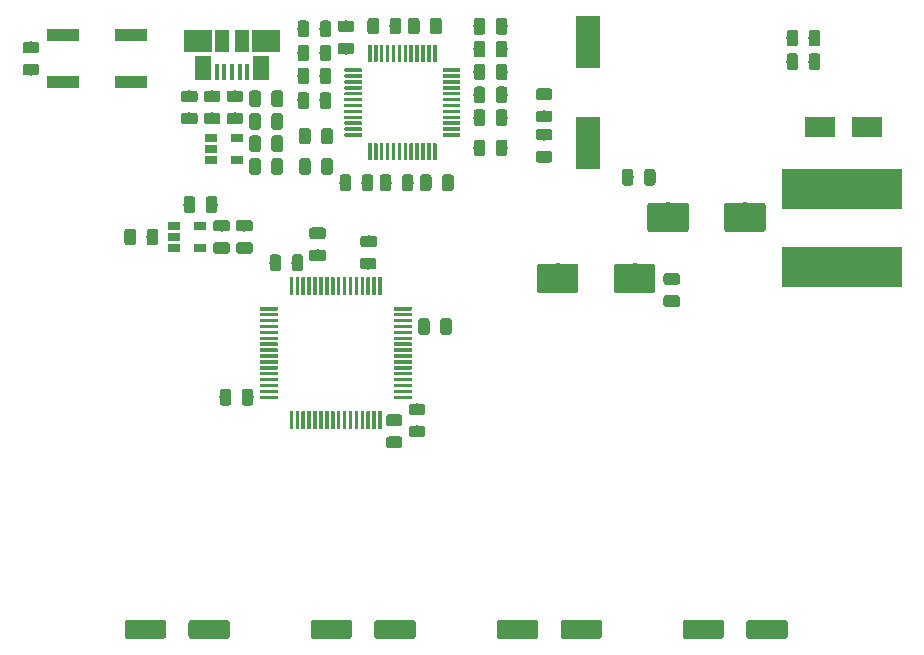
<source format=gbr>
G04 #@! TF.GenerationSoftware,KiCad,Pcbnew,(5.1.4)-1*
G04 #@! TF.CreationDate,2020-03-20T17:20:08+01:00*
G04 #@! TF.ProjectId,stm32f446_actuators,73746d33-3266-4343-9436-5f6163747561,rev?*
G04 #@! TF.SameCoordinates,Original*
G04 #@! TF.FileFunction,Paste,Top*
G04 #@! TF.FilePolarity,Positive*
%FSLAX46Y46*%
G04 Gerber Fmt 4.6, Leading zero omitted, Abs format (unit mm)*
G04 Created by KiCad (PCBNEW (5.1.4)-1) date 2020-03-20 17:20:08*
%MOMM*%
%LPD*%
G04 APERTURE LIST*
%ADD10C,0.100000*%
%ADD11C,0.975000*%
%ADD12C,0.300000*%
%ADD13C,1.600000*%
%ADD14R,1.060000X0.650000*%
%ADD15R,10.200000X3.500000*%
%ADD16R,2.500000X1.800000*%
%ADD17C,2.500000*%
%ADD18R,2.800000X1.000000*%
%ADD19R,2.000000X4.500000*%
%ADD20R,0.450000X1.380000*%
%ADD21R,1.475000X2.100000*%
%ADD22R,2.375000X1.900000*%
%ADD23R,1.175000X1.900000*%
G04 APERTURE END LIST*
D10*
G36*
X79830142Y-82191174D02*
G01*
X79853803Y-82194684D01*
X79877007Y-82200496D01*
X79899529Y-82208554D01*
X79921153Y-82218782D01*
X79941670Y-82231079D01*
X79960883Y-82245329D01*
X79978607Y-82261393D01*
X79994671Y-82279117D01*
X80008921Y-82298330D01*
X80021218Y-82318847D01*
X80031446Y-82340471D01*
X80039504Y-82362993D01*
X80045316Y-82386197D01*
X80048826Y-82409858D01*
X80050000Y-82433750D01*
X80050000Y-83346250D01*
X80048826Y-83370142D01*
X80045316Y-83393803D01*
X80039504Y-83417007D01*
X80031446Y-83439529D01*
X80021218Y-83461153D01*
X80008921Y-83481670D01*
X79994671Y-83500883D01*
X79978607Y-83518607D01*
X79960883Y-83534671D01*
X79941670Y-83548921D01*
X79921153Y-83561218D01*
X79899529Y-83571446D01*
X79877007Y-83579504D01*
X79853803Y-83585316D01*
X79830142Y-83588826D01*
X79806250Y-83590000D01*
X79318750Y-83590000D01*
X79294858Y-83588826D01*
X79271197Y-83585316D01*
X79247993Y-83579504D01*
X79225471Y-83571446D01*
X79203847Y-83561218D01*
X79183330Y-83548921D01*
X79164117Y-83534671D01*
X79146393Y-83518607D01*
X79130329Y-83500883D01*
X79116079Y-83481670D01*
X79103782Y-83461153D01*
X79093554Y-83439529D01*
X79085496Y-83417007D01*
X79079684Y-83393803D01*
X79076174Y-83370142D01*
X79075000Y-83346250D01*
X79075000Y-82433750D01*
X79076174Y-82409858D01*
X79079684Y-82386197D01*
X79085496Y-82362993D01*
X79093554Y-82340471D01*
X79103782Y-82318847D01*
X79116079Y-82298330D01*
X79130329Y-82279117D01*
X79146393Y-82261393D01*
X79164117Y-82245329D01*
X79183330Y-82231079D01*
X79203847Y-82218782D01*
X79225471Y-82208554D01*
X79247993Y-82200496D01*
X79271197Y-82194684D01*
X79294858Y-82191174D01*
X79318750Y-82190000D01*
X79806250Y-82190000D01*
X79830142Y-82191174D01*
X79830142Y-82191174D01*
G37*
D11*
X79562500Y-82890000D03*
D10*
G36*
X81705142Y-82191174D02*
G01*
X81728803Y-82194684D01*
X81752007Y-82200496D01*
X81774529Y-82208554D01*
X81796153Y-82218782D01*
X81816670Y-82231079D01*
X81835883Y-82245329D01*
X81853607Y-82261393D01*
X81869671Y-82279117D01*
X81883921Y-82298330D01*
X81896218Y-82318847D01*
X81906446Y-82340471D01*
X81914504Y-82362993D01*
X81920316Y-82386197D01*
X81923826Y-82409858D01*
X81925000Y-82433750D01*
X81925000Y-83346250D01*
X81923826Y-83370142D01*
X81920316Y-83393803D01*
X81914504Y-83417007D01*
X81906446Y-83439529D01*
X81896218Y-83461153D01*
X81883921Y-83481670D01*
X81869671Y-83500883D01*
X81853607Y-83518607D01*
X81835883Y-83534671D01*
X81816670Y-83548921D01*
X81796153Y-83561218D01*
X81774529Y-83571446D01*
X81752007Y-83579504D01*
X81728803Y-83585316D01*
X81705142Y-83588826D01*
X81681250Y-83590000D01*
X81193750Y-83590000D01*
X81169858Y-83588826D01*
X81146197Y-83585316D01*
X81122993Y-83579504D01*
X81100471Y-83571446D01*
X81078847Y-83561218D01*
X81058330Y-83548921D01*
X81039117Y-83534671D01*
X81021393Y-83518607D01*
X81005329Y-83500883D01*
X80991079Y-83481670D01*
X80978782Y-83461153D01*
X80968554Y-83439529D01*
X80960496Y-83417007D01*
X80954684Y-83393803D01*
X80951174Y-83370142D01*
X80950000Y-83346250D01*
X80950000Y-82433750D01*
X80951174Y-82409858D01*
X80954684Y-82386197D01*
X80960496Y-82362993D01*
X80968554Y-82340471D01*
X80978782Y-82318847D01*
X80991079Y-82298330D01*
X81005329Y-82279117D01*
X81021393Y-82261393D01*
X81039117Y-82245329D01*
X81058330Y-82231079D01*
X81078847Y-82218782D01*
X81100471Y-82208554D01*
X81122993Y-82200496D01*
X81146197Y-82194684D01*
X81169858Y-82191174D01*
X81193750Y-82190000D01*
X81681250Y-82190000D01*
X81705142Y-82191174D01*
X81705142Y-82191174D01*
G37*
D11*
X81437500Y-82890000D03*
D10*
G36*
X73635142Y-68617774D02*
G01*
X73658803Y-68621284D01*
X73682007Y-68627096D01*
X73704529Y-68635154D01*
X73726153Y-68645382D01*
X73746670Y-68657679D01*
X73765883Y-68671929D01*
X73783607Y-68687993D01*
X73799671Y-68705717D01*
X73813921Y-68724930D01*
X73826218Y-68745447D01*
X73836446Y-68767071D01*
X73844504Y-68789593D01*
X73850316Y-68812797D01*
X73853826Y-68836458D01*
X73855000Y-68860350D01*
X73855000Y-69772850D01*
X73853826Y-69796742D01*
X73850316Y-69820403D01*
X73844504Y-69843607D01*
X73836446Y-69866129D01*
X73826218Y-69887753D01*
X73813921Y-69908270D01*
X73799671Y-69927483D01*
X73783607Y-69945207D01*
X73765883Y-69961271D01*
X73746670Y-69975521D01*
X73726153Y-69987818D01*
X73704529Y-69998046D01*
X73682007Y-70006104D01*
X73658803Y-70011916D01*
X73635142Y-70015426D01*
X73611250Y-70016600D01*
X73123750Y-70016600D01*
X73099858Y-70015426D01*
X73076197Y-70011916D01*
X73052993Y-70006104D01*
X73030471Y-69998046D01*
X73008847Y-69987818D01*
X72988330Y-69975521D01*
X72969117Y-69961271D01*
X72951393Y-69945207D01*
X72935329Y-69927483D01*
X72921079Y-69908270D01*
X72908782Y-69887753D01*
X72898554Y-69866129D01*
X72890496Y-69843607D01*
X72884684Y-69820403D01*
X72881174Y-69796742D01*
X72880000Y-69772850D01*
X72880000Y-68860350D01*
X72881174Y-68836458D01*
X72884684Y-68812797D01*
X72890496Y-68789593D01*
X72898554Y-68767071D01*
X72908782Y-68745447D01*
X72921079Y-68724930D01*
X72935329Y-68705717D01*
X72951393Y-68687993D01*
X72969117Y-68671929D01*
X72988330Y-68657679D01*
X73008847Y-68645382D01*
X73030471Y-68635154D01*
X73052993Y-68627096D01*
X73076197Y-68621284D01*
X73099858Y-68617774D01*
X73123750Y-68616600D01*
X73611250Y-68616600D01*
X73635142Y-68617774D01*
X73635142Y-68617774D01*
G37*
D11*
X73367500Y-69316600D03*
D10*
G36*
X71760142Y-68617774D02*
G01*
X71783803Y-68621284D01*
X71807007Y-68627096D01*
X71829529Y-68635154D01*
X71851153Y-68645382D01*
X71871670Y-68657679D01*
X71890883Y-68671929D01*
X71908607Y-68687993D01*
X71924671Y-68705717D01*
X71938921Y-68724930D01*
X71951218Y-68745447D01*
X71961446Y-68767071D01*
X71969504Y-68789593D01*
X71975316Y-68812797D01*
X71978826Y-68836458D01*
X71980000Y-68860350D01*
X71980000Y-69772850D01*
X71978826Y-69796742D01*
X71975316Y-69820403D01*
X71969504Y-69843607D01*
X71961446Y-69866129D01*
X71951218Y-69887753D01*
X71938921Y-69908270D01*
X71924671Y-69927483D01*
X71908607Y-69945207D01*
X71890883Y-69961271D01*
X71871670Y-69975521D01*
X71851153Y-69987818D01*
X71829529Y-69998046D01*
X71807007Y-70006104D01*
X71783803Y-70011916D01*
X71760142Y-70015426D01*
X71736250Y-70016600D01*
X71248750Y-70016600D01*
X71224858Y-70015426D01*
X71201197Y-70011916D01*
X71177993Y-70006104D01*
X71155471Y-69998046D01*
X71133847Y-69987818D01*
X71113330Y-69975521D01*
X71094117Y-69961271D01*
X71076393Y-69945207D01*
X71060329Y-69927483D01*
X71046079Y-69908270D01*
X71033782Y-69887753D01*
X71023554Y-69866129D01*
X71015496Y-69843607D01*
X71009684Y-69820403D01*
X71006174Y-69796742D01*
X71005000Y-69772850D01*
X71005000Y-68860350D01*
X71006174Y-68836458D01*
X71009684Y-68812797D01*
X71015496Y-68789593D01*
X71023554Y-68767071D01*
X71033782Y-68745447D01*
X71046079Y-68724930D01*
X71060329Y-68705717D01*
X71076393Y-68687993D01*
X71094117Y-68671929D01*
X71113330Y-68657679D01*
X71133847Y-68645382D01*
X71155471Y-68635154D01*
X71177993Y-68627096D01*
X71201197Y-68621284D01*
X71224858Y-68617774D01*
X71248750Y-68616600D01*
X71736250Y-68616600D01*
X71760142Y-68617774D01*
X71760142Y-68617774D01*
G37*
D11*
X71492500Y-69316600D03*
D10*
G36*
X92732351Y-84046761D02*
G01*
X92739632Y-84047841D01*
X92746771Y-84049629D01*
X92753701Y-84052109D01*
X92760355Y-84055256D01*
X92766668Y-84059040D01*
X92772579Y-84063424D01*
X92778033Y-84068367D01*
X92782976Y-84073821D01*
X92787360Y-84079732D01*
X92791144Y-84086045D01*
X92794291Y-84092699D01*
X92796771Y-84099629D01*
X92798559Y-84106768D01*
X92799639Y-84114049D01*
X92800000Y-84121400D01*
X92800000Y-85521400D01*
X92799639Y-85528751D01*
X92798559Y-85536032D01*
X92796771Y-85543171D01*
X92794291Y-85550101D01*
X92791144Y-85556755D01*
X92787360Y-85563068D01*
X92782976Y-85568979D01*
X92778033Y-85574433D01*
X92772579Y-85579376D01*
X92766668Y-85583760D01*
X92760355Y-85587544D01*
X92753701Y-85590691D01*
X92746771Y-85593171D01*
X92739632Y-85594959D01*
X92732351Y-85596039D01*
X92725000Y-85596400D01*
X92575000Y-85596400D01*
X92567649Y-85596039D01*
X92560368Y-85594959D01*
X92553229Y-85593171D01*
X92546299Y-85590691D01*
X92539645Y-85587544D01*
X92533332Y-85583760D01*
X92527421Y-85579376D01*
X92521967Y-85574433D01*
X92517024Y-85568979D01*
X92512640Y-85563068D01*
X92508856Y-85556755D01*
X92505709Y-85550101D01*
X92503229Y-85543171D01*
X92501441Y-85536032D01*
X92500361Y-85528751D01*
X92500000Y-85521400D01*
X92500000Y-84121400D01*
X92500361Y-84114049D01*
X92501441Y-84106768D01*
X92503229Y-84099629D01*
X92505709Y-84092699D01*
X92508856Y-84086045D01*
X92512640Y-84079732D01*
X92517024Y-84073821D01*
X92521967Y-84068367D01*
X92527421Y-84063424D01*
X92533332Y-84059040D01*
X92539645Y-84055256D01*
X92546299Y-84052109D01*
X92553229Y-84049629D01*
X92560368Y-84047841D01*
X92567649Y-84046761D01*
X92575000Y-84046400D01*
X92725000Y-84046400D01*
X92732351Y-84046761D01*
X92732351Y-84046761D01*
G37*
D12*
X92650000Y-84821400D03*
D10*
G36*
X92232351Y-84046761D02*
G01*
X92239632Y-84047841D01*
X92246771Y-84049629D01*
X92253701Y-84052109D01*
X92260355Y-84055256D01*
X92266668Y-84059040D01*
X92272579Y-84063424D01*
X92278033Y-84068367D01*
X92282976Y-84073821D01*
X92287360Y-84079732D01*
X92291144Y-84086045D01*
X92294291Y-84092699D01*
X92296771Y-84099629D01*
X92298559Y-84106768D01*
X92299639Y-84114049D01*
X92300000Y-84121400D01*
X92300000Y-85521400D01*
X92299639Y-85528751D01*
X92298559Y-85536032D01*
X92296771Y-85543171D01*
X92294291Y-85550101D01*
X92291144Y-85556755D01*
X92287360Y-85563068D01*
X92282976Y-85568979D01*
X92278033Y-85574433D01*
X92272579Y-85579376D01*
X92266668Y-85583760D01*
X92260355Y-85587544D01*
X92253701Y-85590691D01*
X92246771Y-85593171D01*
X92239632Y-85594959D01*
X92232351Y-85596039D01*
X92225000Y-85596400D01*
X92075000Y-85596400D01*
X92067649Y-85596039D01*
X92060368Y-85594959D01*
X92053229Y-85593171D01*
X92046299Y-85590691D01*
X92039645Y-85587544D01*
X92033332Y-85583760D01*
X92027421Y-85579376D01*
X92021967Y-85574433D01*
X92017024Y-85568979D01*
X92012640Y-85563068D01*
X92008856Y-85556755D01*
X92005709Y-85550101D01*
X92003229Y-85543171D01*
X92001441Y-85536032D01*
X92000361Y-85528751D01*
X92000000Y-85521400D01*
X92000000Y-84121400D01*
X92000361Y-84114049D01*
X92001441Y-84106768D01*
X92003229Y-84099629D01*
X92005709Y-84092699D01*
X92008856Y-84086045D01*
X92012640Y-84079732D01*
X92017024Y-84073821D01*
X92021967Y-84068367D01*
X92027421Y-84063424D01*
X92033332Y-84059040D01*
X92039645Y-84055256D01*
X92046299Y-84052109D01*
X92053229Y-84049629D01*
X92060368Y-84047841D01*
X92067649Y-84046761D01*
X92075000Y-84046400D01*
X92225000Y-84046400D01*
X92232351Y-84046761D01*
X92232351Y-84046761D01*
G37*
D12*
X92150000Y-84821400D03*
D10*
G36*
X91732351Y-84046761D02*
G01*
X91739632Y-84047841D01*
X91746771Y-84049629D01*
X91753701Y-84052109D01*
X91760355Y-84055256D01*
X91766668Y-84059040D01*
X91772579Y-84063424D01*
X91778033Y-84068367D01*
X91782976Y-84073821D01*
X91787360Y-84079732D01*
X91791144Y-84086045D01*
X91794291Y-84092699D01*
X91796771Y-84099629D01*
X91798559Y-84106768D01*
X91799639Y-84114049D01*
X91800000Y-84121400D01*
X91800000Y-85521400D01*
X91799639Y-85528751D01*
X91798559Y-85536032D01*
X91796771Y-85543171D01*
X91794291Y-85550101D01*
X91791144Y-85556755D01*
X91787360Y-85563068D01*
X91782976Y-85568979D01*
X91778033Y-85574433D01*
X91772579Y-85579376D01*
X91766668Y-85583760D01*
X91760355Y-85587544D01*
X91753701Y-85590691D01*
X91746771Y-85593171D01*
X91739632Y-85594959D01*
X91732351Y-85596039D01*
X91725000Y-85596400D01*
X91575000Y-85596400D01*
X91567649Y-85596039D01*
X91560368Y-85594959D01*
X91553229Y-85593171D01*
X91546299Y-85590691D01*
X91539645Y-85587544D01*
X91533332Y-85583760D01*
X91527421Y-85579376D01*
X91521967Y-85574433D01*
X91517024Y-85568979D01*
X91512640Y-85563068D01*
X91508856Y-85556755D01*
X91505709Y-85550101D01*
X91503229Y-85543171D01*
X91501441Y-85536032D01*
X91500361Y-85528751D01*
X91500000Y-85521400D01*
X91500000Y-84121400D01*
X91500361Y-84114049D01*
X91501441Y-84106768D01*
X91503229Y-84099629D01*
X91505709Y-84092699D01*
X91508856Y-84086045D01*
X91512640Y-84079732D01*
X91517024Y-84073821D01*
X91521967Y-84068367D01*
X91527421Y-84063424D01*
X91533332Y-84059040D01*
X91539645Y-84055256D01*
X91546299Y-84052109D01*
X91553229Y-84049629D01*
X91560368Y-84047841D01*
X91567649Y-84046761D01*
X91575000Y-84046400D01*
X91725000Y-84046400D01*
X91732351Y-84046761D01*
X91732351Y-84046761D01*
G37*
D12*
X91650000Y-84821400D03*
D10*
G36*
X91232351Y-84046761D02*
G01*
X91239632Y-84047841D01*
X91246771Y-84049629D01*
X91253701Y-84052109D01*
X91260355Y-84055256D01*
X91266668Y-84059040D01*
X91272579Y-84063424D01*
X91278033Y-84068367D01*
X91282976Y-84073821D01*
X91287360Y-84079732D01*
X91291144Y-84086045D01*
X91294291Y-84092699D01*
X91296771Y-84099629D01*
X91298559Y-84106768D01*
X91299639Y-84114049D01*
X91300000Y-84121400D01*
X91300000Y-85521400D01*
X91299639Y-85528751D01*
X91298559Y-85536032D01*
X91296771Y-85543171D01*
X91294291Y-85550101D01*
X91291144Y-85556755D01*
X91287360Y-85563068D01*
X91282976Y-85568979D01*
X91278033Y-85574433D01*
X91272579Y-85579376D01*
X91266668Y-85583760D01*
X91260355Y-85587544D01*
X91253701Y-85590691D01*
X91246771Y-85593171D01*
X91239632Y-85594959D01*
X91232351Y-85596039D01*
X91225000Y-85596400D01*
X91075000Y-85596400D01*
X91067649Y-85596039D01*
X91060368Y-85594959D01*
X91053229Y-85593171D01*
X91046299Y-85590691D01*
X91039645Y-85587544D01*
X91033332Y-85583760D01*
X91027421Y-85579376D01*
X91021967Y-85574433D01*
X91017024Y-85568979D01*
X91012640Y-85563068D01*
X91008856Y-85556755D01*
X91005709Y-85550101D01*
X91003229Y-85543171D01*
X91001441Y-85536032D01*
X91000361Y-85528751D01*
X91000000Y-85521400D01*
X91000000Y-84121400D01*
X91000361Y-84114049D01*
X91001441Y-84106768D01*
X91003229Y-84099629D01*
X91005709Y-84092699D01*
X91008856Y-84086045D01*
X91012640Y-84079732D01*
X91017024Y-84073821D01*
X91021967Y-84068367D01*
X91027421Y-84063424D01*
X91033332Y-84059040D01*
X91039645Y-84055256D01*
X91046299Y-84052109D01*
X91053229Y-84049629D01*
X91060368Y-84047841D01*
X91067649Y-84046761D01*
X91075000Y-84046400D01*
X91225000Y-84046400D01*
X91232351Y-84046761D01*
X91232351Y-84046761D01*
G37*
D12*
X91150000Y-84821400D03*
D10*
G36*
X90732351Y-84046761D02*
G01*
X90739632Y-84047841D01*
X90746771Y-84049629D01*
X90753701Y-84052109D01*
X90760355Y-84055256D01*
X90766668Y-84059040D01*
X90772579Y-84063424D01*
X90778033Y-84068367D01*
X90782976Y-84073821D01*
X90787360Y-84079732D01*
X90791144Y-84086045D01*
X90794291Y-84092699D01*
X90796771Y-84099629D01*
X90798559Y-84106768D01*
X90799639Y-84114049D01*
X90800000Y-84121400D01*
X90800000Y-85521400D01*
X90799639Y-85528751D01*
X90798559Y-85536032D01*
X90796771Y-85543171D01*
X90794291Y-85550101D01*
X90791144Y-85556755D01*
X90787360Y-85563068D01*
X90782976Y-85568979D01*
X90778033Y-85574433D01*
X90772579Y-85579376D01*
X90766668Y-85583760D01*
X90760355Y-85587544D01*
X90753701Y-85590691D01*
X90746771Y-85593171D01*
X90739632Y-85594959D01*
X90732351Y-85596039D01*
X90725000Y-85596400D01*
X90575000Y-85596400D01*
X90567649Y-85596039D01*
X90560368Y-85594959D01*
X90553229Y-85593171D01*
X90546299Y-85590691D01*
X90539645Y-85587544D01*
X90533332Y-85583760D01*
X90527421Y-85579376D01*
X90521967Y-85574433D01*
X90517024Y-85568979D01*
X90512640Y-85563068D01*
X90508856Y-85556755D01*
X90505709Y-85550101D01*
X90503229Y-85543171D01*
X90501441Y-85536032D01*
X90500361Y-85528751D01*
X90500000Y-85521400D01*
X90500000Y-84121400D01*
X90500361Y-84114049D01*
X90501441Y-84106768D01*
X90503229Y-84099629D01*
X90505709Y-84092699D01*
X90508856Y-84086045D01*
X90512640Y-84079732D01*
X90517024Y-84073821D01*
X90521967Y-84068367D01*
X90527421Y-84063424D01*
X90533332Y-84059040D01*
X90539645Y-84055256D01*
X90546299Y-84052109D01*
X90553229Y-84049629D01*
X90560368Y-84047841D01*
X90567649Y-84046761D01*
X90575000Y-84046400D01*
X90725000Y-84046400D01*
X90732351Y-84046761D01*
X90732351Y-84046761D01*
G37*
D12*
X90650000Y-84821400D03*
D10*
G36*
X90232351Y-84046761D02*
G01*
X90239632Y-84047841D01*
X90246771Y-84049629D01*
X90253701Y-84052109D01*
X90260355Y-84055256D01*
X90266668Y-84059040D01*
X90272579Y-84063424D01*
X90278033Y-84068367D01*
X90282976Y-84073821D01*
X90287360Y-84079732D01*
X90291144Y-84086045D01*
X90294291Y-84092699D01*
X90296771Y-84099629D01*
X90298559Y-84106768D01*
X90299639Y-84114049D01*
X90300000Y-84121400D01*
X90300000Y-85521400D01*
X90299639Y-85528751D01*
X90298559Y-85536032D01*
X90296771Y-85543171D01*
X90294291Y-85550101D01*
X90291144Y-85556755D01*
X90287360Y-85563068D01*
X90282976Y-85568979D01*
X90278033Y-85574433D01*
X90272579Y-85579376D01*
X90266668Y-85583760D01*
X90260355Y-85587544D01*
X90253701Y-85590691D01*
X90246771Y-85593171D01*
X90239632Y-85594959D01*
X90232351Y-85596039D01*
X90225000Y-85596400D01*
X90075000Y-85596400D01*
X90067649Y-85596039D01*
X90060368Y-85594959D01*
X90053229Y-85593171D01*
X90046299Y-85590691D01*
X90039645Y-85587544D01*
X90033332Y-85583760D01*
X90027421Y-85579376D01*
X90021967Y-85574433D01*
X90017024Y-85568979D01*
X90012640Y-85563068D01*
X90008856Y-85556755D01*
X90005709Y-85550101D01*
X90003229Y-85543171D01*
X90001441Y-85536032D01*
X90000361Y-85528751D01*
X90000000Y-85521400D01*
X90000000Y-84121400D01*
X90000361Y-84114049D01*
X90001441Y-84106768D01*
X90003229Y-84099629D01*
X90005709Y-84092699D01*
X90008856Y-84086045D01*
X90012640Y-84079732D01*
X90017024Y-84073821D01*
X90021967Y-84068367D01*
X90027421Y-84063424D01*
X90033332Y-84059040D01*
X90039645Y-84055256D01*
X90046299Y-84052109D01*
X90053229Y-84049629D01*
X90060368Y-84047841D01*
X90067649Y-84046761D01*
X90075000Y-84046400D01*
X90225000Y-84046400D01*
X90232351Y-84046761D01*
X90232351Y-84046761D01*
G37*
D12*
X90150000Y-84821400D03*
D10*
G36*
X89732351Y-84046761D02*
G01*
X89739632Y-84047841D01*
X89746771Y-84049629D01*
X89753701Y-84052109D01*
X89760355Y-84055256D01*
X89766668Y-84059040D01*
X89772579Y-84063424D01*
X89778033Y-84068367D01*
X89782976Y-84073821D01*
X89787360Y-84079732D01*
X89791144Y-84086045D01*
X89794291Y-84092699D01*
X89796771Y-84099629D01*
X89798559Y-84106768D01*
X89799639Y-84114049D01*
X89800000Y-84121400D01*
X89800000Y-85521400D01*
X89799639Y-85528751D01*
X89798559Y-85536032D01*
X89796771Y-85543171D01*
X89794291Y-85550101D01*
X89791144Y-85556755D01*
X89787360Y-85563068D01*
X89782976Y-85568979D01*
X89778033Y-85574433D01*
X89772579Y-85579376D01*
X89766668Y-85583760D01*
X89760355Y-85587544D01*
X89753701Y-85590691D01*
X89746771Y-85593171D01*
X89739632Y-85594959D01*
X89732351Y-85596039D01*
X89725000Y-85596400D01*
X89575000Y-85596400D01*
X89567649Y-85596039D01*
X89560368Y-85594959D01*
X89553229Y-85593171D01*
X89546299Y-85590691D01*
X89539645Y-85587544D01*
X89533332Y-85583760D01*
X89527421Y-85579376D01*
X89521967Y-85574433D01*
X89517024Y-85568979D01*
X89512640Y-85563068D01*
X89508856Y-85556755D01*
X89505709Y-85550101D01*
X89503229Y-85543171D01*
X89501441Y-85536032D01*
X89500361Y-85528751D01*
X89500000Y-85521400D01*
X89500000Y-84121400D01*
X89500361Y-84114049D01*
X89501441Y-84106768D01*
X89503229Y-84099629D01*
X89505709Y-84092699D01*
X89508856Y-84086045D01*
X89512640Y-84079732D01*
X89517024Y-84073821D01*
X89521967Y-84068367D01*
X89527421Y-84063424D01*
X89533332Y-84059040D01*
X89539645Y-84055256D01*
X89546299Y-84052109D01*
X89553229Y-84049629D01*
X89560368Y-84047841D01*
X89567649Y-84046761D01*
X89575000Y-84046400D01*
X89725000Y-84046400D01*
X89732351Y-84046761D01*
X89732351Y-84046761D01*
G37*
D12*
X89650000Y-84821400D03*
D10*
G36*
X89232351Y-84046761D02*
G01*
X89239632Y-84047841D01*
X89246771Y-84049629D01*
X89253701Y-84052109D01*
X89260355Y-84055256D01*
X89266668Y-84059040D01*
X89272579Y-84063424D01*
X89278033Y-84068367D01*
X89282976Y-84073821D01*
X89287360Y-84079732D01*
X89291144Y-84086045D01*
X89294291Y-84092699D01*
X89296771Y-84099629D01*
X89298559Y-84106768D01*
X89299639Y-84114049D01*
X89300000Y-84121400D01*
X89300000Y-85521400D01*
X89299639Y-85528751D01*
X89298559Y-85536032D01*
X89296771Y-85543171D01*
X89294291Y-85550101D01*
X89291144Y-85556755D01*
X89287360Y-85563068D01*
X89282976Y-85568979D01*
X89278033Y-85574433D01*
X89272579Y-85579376D01*
X89266668Y-85583760D01*
X89260355Y-85587544D01*
X89253701Y-85590691D01*
X89246771Y-85593171D01*
X89239632Y-85594959D01*
X89232351Y-85596039D01*
X89225000Y-85596400D01*
X89075000Y-85596400D01*
X89067649Y-85596039D01*
X89060368Y-85594959D01*
X89053229Y-85593171D01*
X89046299Y-85590691D01*
X89039645Y-85587544D01*
X89033332Y-85583760D01*
X89027421Y-85579376D01*
X89021967Y-85574433D01*
X89017024Y-85568979D01*
X89012640Y-85563068D01*
X89008856Y-85556755D01*
X89005709Y-85550101D01*
X89003229Y-85543171D01*
X89001441Y-85536032D01*
X89000361Y-85528751D01*
X89000000Y-85521400D01*
X89000000Y-84121400D01*
X89000361Y-84114049D01*
X89001441Y-84106768D01*
X89003229Y-84099629D01*
X89005709Y-84092699D01*
X89008856Y-84086045D01*
X89012640Y-84079732D01*
X89017024Y-84073821D01*
X89021967Y-84068367D01*
X89027421Y-84063424D01*
X89033332Y-84059040D01*
X89039645Y-84055256D01*
X89046299Y-84052109D01*
X89053229Y-84049629D01*
X89060368Y-84047841D01*
X89067649Y-84046761D01*
X89075000Y-84046400D01*
X89225000Y-84046400D01*
X89232351Y-84046761D01*
X89232351Y-84046761D01*
G37*
D12*
X89150000Y-84821400D03*
D10*
G36*
X88732351Y-84046761D02*
G01*
X88739632Y-84047841D01*
X88746771Y-84049629D01*
X88753701Y-84052109D01*
X88760355Y-84055256D01*
X88766668Y-84059040D01*
X88772579Y-84063424D01*
X88778033Y-84068367D01*
X88782976Y-84073821D01*
X88787360Y-84079732D01*
X88791144Y-84086045D01*
X88794291Y-84092699D01*
X88796771Y-84099629D01*
X88798559Y-84106768D01*
X88799639Y-84114049D01*
X88800000Y-84121400D01*
X88800000Y-85521400D01*
X88799639Y-85528751D01*
X88798559Y-85536032D01*
X88796771Y-85543171D01*
X88794291Y-85550101D01*
X88791144Y-85556755D01*
X88787360Y-85563068D01*
X88782976Y-85568979D01*
X88778033Y-85574433D01*
X88772579Y-85579376D01*
X88766668Y-85583760D01*
X88760355Y-85587544D01*
X88753701Y-85590691D01*
X88746771Y-85593171D01*
X88739632Y-85594959D01*
X88732351Y-85596039D01*
X88725000Y-85596400D01*
X88575000Y-85596400D01*
X88567649Y-85596039D01*
X88560368Y-85594959D01*
X88553229Y-85593171D01*
X88546299Y-85590691D01*
X88539645Y-85587544D01*
X88533332Y-85583760D01*
X88527421Y-85579376D01*
X88521967Y-85574433D01*
X88517024Y-85568979D01*
X88512640Y-85563068D01*
X88508856Y-85556755D01*
X88505709Y-85550101D01*
X88503229Y-85543171D01*
X88501441Y-85536032D01*
X88500361Y-85528751D01*
X88500000Y-85521400D01*
X88500000Y-84121400D01*
X88500361Y-84114049D01*
X88501441Y-84106768D01*
X88503229Y-84099629D01*
X88505709Y-84092699D01*
X88508856Y-84086045D01*
X88512640Y-84079732D01*
X88517024Y-84073821D01*
X88521967Y-84068367D01*
X88527421Y-84063424D01*
X88533332Y-84059040D01*
X88539645Y-84055256D01*
X88546299Y-84052109D01*
X88553229Y-84049629D01*
X88560368Y-84047841D01*
X88567649Y-84046761D01*
X88575000Y-84046400D01*
X88725000Y-84046400D01*
X88732351Y-84046761D01*
X88732351Y-84046761D01*
G37*
D12*
X88650000Y-84821400D03*
D10*
G36*
X88232351Y-84046761D02*
G01*
X88239632Y-84047841D01*
X88246771Y-84049629D01*
X88253701Y-84052109D01*
X88260355Y-84055256D01*
X88266668Y-84059040D01*
X88272579Y-84063424D01*
X88278033Y-84068367D01*
X88282976Y-84073821D01*
X88287360Y-84079732D01*
X88291144Y-84086045D01*
X88294291Y-84092699D01*
X88296771Y-84099629D01*
X88298559Y-84106768D01*
X88299639Y-84114049D01*
X88300000Y-84121400D01*
X88300000Y-85521400D01*
X88299639Y-85528751D01*
X88298559Y-85536032D01*
X88296771Y-85543171D01*
X88294291Y-85550101D01*
X88291144Y-85556755D01*
X88287360Y-85563068D01*
X88282976Y-85568979D01*
X88278033Y-85574433D01*
X88272579Y-85579376D01*
X88266668Y-85583760D01*
X88260355Y-85587544D01*
X88253701Y-85590691D01*
X88246771Y-85593171D01*
X88239632Y-85594959D01*
X88232351Y-85596039D01*
X88225000Y-85596400D01*
X88075000Y-85596400D01*
X88067649Y-85596039D01*
X88060368Y-85594959D01*
X88053229Y-85593171D01*
X88046299Y-85590691D01*
X88039645Y-85587544D01*
X88033332Y-85583760D01*
X88027421Y-85579376D01*
X88021967Y-85574433D01*
X88017024Y-85568979D01*
X88012640Y-85563068D01*
X88008856Y-85556755D01*
X88005709Y-85550101D01*
X88003229Y-85543171D01*
X88001441Y-85536032D01*
X88000361Y-85528751D01*
X88000000Y-85521400D01*
X88000000Y-84121400D01*
X88000361Y-84114049D01*
X88001441Y-84106768D01*
X88003229Y-84099629D01*
X88005709Y-84092699D01*
X88008856Y-84086045D01*
X88012640Y-84079732D01*
X88017024Y-84073821D01*
X88021967Y-84068367D01*
X88027421Y-84063424D01*
X88033332Y-84059040D01*
X88039645Y-84055256D01*
X88046299Y-84052109D01*
X88053229Y-84049629D01*
X88060368Y-84047841D01*
X88067649Y-84046761D01*
X88075000Y-84046400D01*
X88225000Y-84046400D01*
X88232351Y-84046761D01*
X88232351Y-84046761D01*
G37*
D12*
X88150000Y-84821400D03*
D10*
G36*
X87732351Y-84046761D02*
G01*
X87739632Y-84047841D01*
X87746771Y-84049629D01*
X87753701Y-84052109D01*
X87760355Y-84055256D01*
X87766668Y-84059040D01*
X87772579Y-84063424D01*
X87778033Y-84068367D01*
X87782976Y-84073821D01*
X87787360Y-84079732D01*
X87791144Y-84086045D01*
X87794291Y-84092699D01*
X87796771Y-84099629D01*
X87798559Y-84106768D01*
X87799639Y-84114049D01*
X87800000Y-84121400D01*
X87800000Y-85521400D01*
X87799639Y-85528751D01*
X87798559Y-85536032D01*
X87796771Y-85543171D01*
X87794291Y-85550101D01*
X87791144Y-85556755D01*
X87787360Y-85563068D01*
X87782976Y-85568979D01*
X87778033Y-85574433D01*
X87772579Y-85579376D01*
X87766668Y-85583760D01*
X87760355Y-85587544D01*
X87753701Y-85590691D01*
X87746771Y-85593171D01*
X87739632Y-85594959D01*
X87732351Y-85596039D01*
X87725000Y-85596400D01*
X87575000Y-85596400D01*
X87567649Y-85596039D01*
X87560368Y-85594959D01*
X87553229Y-85593171D01*
X87546299Y-85590691D01*
X87539645Y-85587544D01*
X87533332Y-85583760D01*
X87527421Y-85579376D01*
X87521967Y-85574433D01*
X87517024Y-85568979D01*
X87512640Y-85563068D01*
X87508856Y-85556755D01*
X87505709Y-85550101D01*
X87503229Y-85543171D01*
X87501441Y-85536032D01*
X87500361Y-85528751D01*
X87500000Y-85521400D01*
X87500000Y-84121400D01*
X87500361Y-84114049D01*
X87501441Y-84106768D01*
X87503229Y-84099629D01*
X87505709Y-84092699D01*
X87508856Y-84086045D01*
X87512640Y-84079732D01*
X87517024Y-84073821D01*
X87521967Y-84068367D01*
X87527421Y-84063424D01*
X87533332Y-84059040D01*
X87539645Y-84055256D01*
X87546299Y-84052109D01*
X87553229Y-84049629D01*
X87560368Y-84047841D01*
X87567649Y-84046761D01*
X87575000Y-84046400D01*
X87725000Y-84046400D01*
X87732351Y-84046761D01*
X87732351Y-84046761D01*
G37*
D12*
X87650000Y-84821400D03*
D10*
G36*
X87232351Y-84046761D02*
G01*
X87239632Y-84047841D01*
X87246771Y-84049629D01*
X87253701Y-84052109D01*
X87260355Y-84055256D01*
X87266668Y-84059040D01*
X87272579Y-84063424D01*
X87278033Y-84068367D01*
X87282976Y-84073821D01*
X87287360Y-84079732D01*
X87291144Y-84086045D01*
X87294291Y-84092699D01*
X87296771Y-84099629D01*
X87298559Y-84106768D01*
X87299639Y-84114049D01*
X87300000Y-84121400D01*
X87300000Y-85521400D01*
X87299639Y-85528751D01*
X87298559Y-85536032D01*
X87296771Y-85543171D01*
X87294291Y-85550101D01*
X87291144Y-85556755D01*
X87287360Y-85563068D01*
X87282976Y-85568979D01*
X87278033Y-85574433D01*
X87272579Y-85579376D01*
X87266668Y-85583760D01*
X87260355Y-85587544D01*
X87253701Y-85590691D01*
X87246771Y-85593171D01*
X87239632Y-85594959D01*
X87232351Y-85596039D01*
X87225000Y-85596400D01*
X87075000Y-85596400D01*
X87067649Y-85596039D01*
X87060368Y-85594959D01*
X87053229Y-85593171D01*
X87046299Y-85590691D01*
X87039645Y-85587544D01*
X87033332Y-85583760D01*
X87027421Y-85579376D01*
X87021967Y-85574433D01*
X87017024Y-85568979D01*
X87012640Y-85563068D01*
X87008856Y-85556755D01*
X87005709Y-85550101D01*
X87003229Y-85543171D01*
X87001441Y-85536032D01*
X87000361Y-85528751D01*
X87000000Y-85521400D01*
X87000000Y-84121400D01*
X87000361Y-84114049D01*
X87001441Y-84106768D01*
X87003229Y-84099629D01*
X87005709Y-84092699D01*
X87008856Y-84086045D01*
X87012640Y-84079732D01*
X87017024Y-84073821D01*
X87021967Y-84068367D01*
X87027421Y-84063424D01*
X87033332Y-84059040D01*
X87039645Y-84055256D01*
X87046299Y-84052109D01*
X87053229Y-84049629D01*
X87060368Y-84047841D01*
X87067649Y-84046761D01*
X87075000Y-84046400D01*
X87225000Y-84046400D01*
X87232351Y-84046761D01*
X87232351Y-84046761D01*
G37*
D12*
X87150000Y-84821400D03*
D10*
G36*
X86732351Y-84046761D02*
G01*
X86739632Y-84047841D01*
X86746771Y-84049629D01*
X86753701Y-84052109D01*
X86760355Y-84055256D01*
X86766668Y-84059040D01*
X86772579Y-84063424D01*
X86778033Y-84068367D01*
X86782976Y-84073821D01*
X86787360Y-84079732D01*
X86791144Y-84086045D01*
X86794291Y-84092699D01*
X86796771Y-84099629D01*
X86798559Y-84106768D01*
X86799639Y-84114049D01*
X86800000Y-84121400D01*
X86800000Y-85521400D01*
X86799639Y-85528751D01*
X86798559Y-85536032D01*
X86796771Y-85543171D01*
X86794291Y-85550101D01*
X86791144Y-85556755D01*
X86787360Y-85563068D01*
X86782976Y-85568979D01*
X86778033Y-85574433D01*
X86772579Y-85579376D01*
X86766668Y-85583760D01*
X86760355Y-85587544D01*
X86753701Y-85590691D01*
X86746771Y-85593171D01*
X86739632Y-85594959D01*
X86732351Y-85596039D01*
X86725000Y-85596400D01*
X86575000Y-85596400D01*
X86567649Y-85596039D01*
X86560368Y-85594959D01*
X86553229Y-85593171D01*
X86546299Y-85590691D01*
X86539645Y-85587544D01*
X86533332Y-85583760D01*
X86527421Y-85579376D01*
X86521967Y-85574433D01*
X86517024Y-85568979D01*
X86512640Y-85563068D01*
X86508856Y-85556755D01*
X86505709Y-85550101D01*
X86503229Y-85543171D01*
X86501441Y-85536032D01*
X86500361Y-85528751D01*
X86500000Y-85521400D01*
X86500000Y-84121400D01*
X86500361Y-84114049D01*
X86501441Y-84106768D01*
X86503229Y-84099629D01*
X86505709Y-84092699D01*
X86508856Y-84086045D01*
X86512640Y-84079732D01*
X86517024Y-84073821D01*
X86521967Y-84068367D01*
X86527421Y-84063424D01*
X86533332Y-84059040D01*
X86539645Y-84055256D01*
X86546299Y-84052109D01*
X86553229Y-84049629D01*
X86560368Y-84047841D01*
X86567649Y-84046761D01*
X86575000Y-84046400D01*
X86725000Y-84046400D01*
X86732351Y-84046761D01*
X86732351Y-84046761D01*
G37*
D12*
X86650000Y-84821400D03*
D10*
G36*
X86232351Y-84046761D02*
G01*
X86239632Y-84047841D01*
X86246771Y-84049629D01*
X86253701Y-84052109D01*
X86260355Y-84055256D01*
X86266668Y-84059040D01*
X86272579Y-84063424D01*
X86278033Y-84068367D01*
X86282976Y-84073821D01*
X86287360Y-84079732D01*
X86291144Y-84086045D01*
X86294291Y-84092699D01*
X86296771Y-84099629D01*
X86298559Y-84106768D01*
X86299639Y-84114049D01*
X86300000Y-84121400D01*
X86300000Y-85521400D01*
X86299639Y-85528751D01*
X86298559Y-85536032D01*
X86296771Y-85543171D01*
X86294291Y-85550101D01*
X86291144Y-85556755D01*
X86287360Y-85563068D01*
X86282976Y-85568979D01*
X86278033Y-85574433D01*
X86272579Y-85579376D01*
X86266668Y-85583760D01*
X86260355Y-85587544D01*
X86253701Y-85590691D01*
X86246771Y-85593171D01*
X86239632Y-85594959D01*
X86232351Y-85596039D01*
X86225000Y-85596400D01*
X86075000Y-85596400D01*
X86067649Y-85596039D01*
X86060368Y-85594959D01*
X86053229Y-85593171D01*
X86046299Y-85590691D01*
X86039645Y-85587544D01*
X86033332Y-85583760D01*
X86027421Y-85579376D01*
X86021967Y-85574433D01*
X86017024Y-85568979D01*
X86012640Y-85563068D01*
X86008856Y-85556755D01*
X86005709Y-85550101D01*
X86003229Y-85543171D01*
X86001441Y-85536032D01*
X86000361Y-85528751D01*
X86000000Y-85521400D01*
X86000000Y-84121400D01*
X86000361Y-84114049D01*
X86001441Y-84106768D01*
X86003229Y-84099629D01*
X86005709Y-84092699D01*
X86008856Y-84086045D01*
X86012640Y-84079732D01*
X86017024Y-84073821D01*
X86021967Y-84068367D01*
X86027421Y-84063424D01*
X86033332Y-84059040D01*
X86039645Y-84055256D01*
X86046299Y-84052109D01*
X86053229Y-84049629D01*
X86060368Y-84047841D01*
X86067649Y-84046761D01*
X86075000Y-84046400D01*
X86225000Y-84046400D01*
X86232351Y-84046761D01*
X86232351Y-84046761D01*
G37*
D12*
X86150000Y-84821400D03*
D10*
G36*
X85732351Y-84046761D02*
G01*
X85739632Y-84047841D01*
X85746771Y-84049629D01*
X85753701Y-84052109D01*
X85760355Y-84055256D01*
X85766668Y-84059040D01*
X85772579Y-84063424D01*
X85778033Y-84068367D01*
X85782976Y-84073821D01*
X85787360Y-84079732D01*
X85791144Y-84086045D01*
X85794291Y-84092699D01*
X85796771Y-84099629D01*
X85798559Y-84106768D01*
X85799639Y-84114049D01*
X85800000Y-84121400D01*
X85800000Y-85521400D01*
X85799639Y-85528751D01*
X85798559Y-85536032D01*
X85796771Y-85543171D01*
X85794291Y-85550101D01*
X85791144Y-85556755D01*
X85787360Y-85563068D01*
X85782976Y-85568979D01*
X85778033Y-85574433D01*
X85772579Y-85579376D01*
X85766668Y-85583760D01*
X85760355Y-85587544D01*
X85753701Y-85590691D01*
X85746771Y-85593171D01*
X85739632Y-85594959D01*
X85732351Y-85596039D01*
X85725000Y-85596400D01*
X85575000Y-85596400D01*
X85567649Y-85596039D01*
X85560368Y-85594959D01*
X85553229Y-85593171D01*
X85546299Y-85590691D01*
X85539645Y-85587544D01*
X85533332Y-85583760D01*
X85527421Y-85579376D01*
X85521967Y-85574433D01*
X85517024Y-85568979D01*
X85512640Y-85563068D01*
X85508856Y-85556755D01*
X85505709Y-85550101D01*
X85503229Y-85543171D01*
X85501441Y-85536032D01*
X85500361Y-85528751D01*
X85500000Y-85521400D01*
X85500000Y-84121400D01*
X85500361Y-84114049D01*
X85501441Y-84106768D01*
X85503229Y-84099629D01*
X85505709Y-84092699D01*
X85508856Y-84086045D01*
X85512640Y-84079732D01*
X85517024Y-84073821D01*
X85521967Y-84068367D01*
X85527421Y-84063424D01*
X85533332Y-84059040D01*
X85539645Y-84055256D01*
X85546299Y-84052109D01*
X85553229Y-84049629D01*
X85560368Y-84047841D01*
X85567649Y-84046761D01*
X85575000Y-84046400D01*
X85725000Y-84046400D01*
X85732351Y-84046761D01*
X85732351Y-84046761D01*
G37*
D12*
X85650000Y-84821400D03*
D10*
G36*
X85232351Y-84046761D02*
G01*
X85239632Y-84047841D01*
X85246771Y-84049629D01*
X85253701Y-84052109D01*
X85260355Y-84055256D01*
X85266668Y-84059040D01*
X85272579Y-84063424D01*
X85278033Y-84068367D01*
X85282976Y-84073821D01*
X85287360Y-84079732D01*
X85291144Y-84086045D01*
X85294291Y-84092699D01*
X85296771Y-84099629D01*
X85298559Y-84106768D01*
X85299639Y-84114049D01*
X85300000Y-84121400D01*
X85300000Y-85521400D01*
X85299639Y-85528751D01*
X85298559Y-85536032D01*
X85296771Y-85543171D01*
X85294291Y-85550101D01*
X85291144Y-85556755D01*
X85287360Y-85563068D01*
X85282976Y-85568979D01*
X85278033Y-85574433D01*
X85272579Y-85579376D01*
X85266668Y-85583760D01*
X85260355Y-85587544D01*
X85253701Y-85590691D01*
X85246771Y-85593171D01*
X85239632Y-85594959D01*
X85232351Y-85596039D01*
X85225000Y-85596400D01*
X85075000Y-85596400D01*
X85067649Y-85596039D01*
X85060368Y-85594959D01*
X85053229Y-85593171D01*
X85046299Y-85590691D01*
X85039645Y-85587544D01*
X85033332Y-85583760D01*
X85027421Y-85579376D01*
X85021967Y-85574433D01*
X85017024Y-85568979D01*
X85012640Y-85563068D01*
X85008856Y-85556755D01*
X85005709Y-85550101D01*
X85003229Y-85543171D01*
X85001441Y-85536032D01*
X85000361Y-85528751D01*
X85000000Y-85521400D01*
X85000000Y-84121400D01*
X85000361Y-84114049D01*
X85001441Y-84106768D01*
X85003229Y-84099629D01*
X85005709Y-84092699D01*
X85008856Y-84086045D01*
X85012640Y-84079732D01*
X85017024Y-84073821D01*
X85021967Y-84068367D01*
X85027421Y-84063424D01*
X85033332Y-84059040D01*
X85039645Y-84055256D01*
X85046299Y-84052109D01*
X85053229Y-84049629D01*
X85060368Y-84047841D01*
X85067649Y-84046761D01*
X85075000Y-84046400D01*
X85225000Y-84046400D01*
X85232351Y-84046761D01*
X85232351Y-84046761D01*
G37*
D12*
X85150000Y-84821400D03*
D10*
G36*
X83932351Y-82746761D02*
G01*
X83939632Y-82747841D01*
X83946771Y-82749629D01*
X83953701Y-82752109D01*
X83960355Y-82755256D01*
X83966668Y-82759040D01*
X83972579Y-82763424D01*
X83978033Y-82768367D01*
X83982976Y-82773821D01*
X83987360Y-82779732D01*
X83991144Y-82786045D01*
X83994291Y-82792699D01*
X83996771Y-82799629D01*
X83998559Y-82806768D01*
X83999639Y-82814049D01*
X84000000Y-82821400D01*
X84000000Y-82971400D01*
X83999639Y-82978751D01*
X83998559Y-82986032D01*
X83996771Y-82993171D01*
X83994291Y-83000101D01*
X83991144Y-83006755D01*
X83987360Y-83013068D01*
X83982976Y-83018979D01*
X83978033Y-83024433D01*
X83972579Y-83029376D01*
X83966668Y-83033760D01*
X83960355Y-83037544D01*
X83953701Y-83040691D01*
X83946771Y-83043171D01*
X83939632Y-83044959D01*
X83932351Y-83046039D01*
X83925000Y-83046400D01*
X82525000Y-83046400D01*
X82517649Y-83046039D01*
X82510368Y-83044959D01*
X82503229Y-83043171D01*
X82496299Y-83040691D01*
X82489645Y-83037544D01*
X82483332Y-83033760D01*
X82477421Y-83029376D01*
X82471967Y-83024433D01*
X82467024Y-83018979D01*
X82462640Y-83013068D01*
X82458856Y-83006755D01*
X82455709Y-83000101D01*
X82453229Y-82993171D01*
X82451441Y-82986032D01*
X82450361Y-82978751D01*
X82450000Y-82971400D01*
X82450000Y-82821400D01*
X82450361Y-82814049D01*
X82451441Y-82806768D01*
X82453229Y-82799629D01*
X82455709Y-82792699D01*
X82458856Y-82786045D01*
X82462640Y-82779732D01*
X82467024Y-82773821D01*
X82471967Y-82768367D01*
X82477421Y-82763424D01*
X82483332Y-82759040D01*
X82489645Y-82755256D01*
X82496299Y-82752109D01*
X82503229Y-82749629D01*
X82510368Y-82747841D01*
X82517649Y-82746761D01*
X82525000Y-82746400D01*
X83925000Y-82746400D01*
X83932351Y-82746761D01*
X83932351Y-82746761D01*
G37*
D12*
X83225000Y-82896400D03*
D10*
G36*
X83932351Y-82246761D02*
G01*
X83939632Y-82247841D01*
X83946771Y-82249629D01*
X83953701Y-82252109D01*
X83960355Y-82255256D01*
X83966668Y-82259040D01*
X83972579Y-82263424D01*
X83978033Y-82268367D01*
X83982976Y-82273821D01*
X83987360Y-82279732D01*
X83991144Y-82286045D01*
X83994291Y-82292699D01*
X83996771Y-82299629D01*
X83998559Y-82306768D01*
X83999639Y-82314049D01*
X84000000Y-82321400D01*
X84000000Y-82471400D01*
X83999639Y-82478751D01*
X83998559Y-82486032D01*
X83996771Y-82493171D01*
X83994291Y-82500101D01*
X83991144Y-82506755D01*
X83987360Y-82513068D01*
X83982976Y-82518979D01*
X83978033Y-82524433D01*
X83972579Y-82529376D01*
X83966668Y-82533760D01*
X83960355Y-82537544D01*
X83953701Y-82540691D01*
X83946771Y-82543171D01*
X83939632Y-82544959D01*
X83932351Y-82546039D01*
X83925000Y-82546400D01*
X82525000Y-82546400D01*
X82517649Y-82546039D01*
X82510368Y-82544959D01*
X82503229Y-82543171D01*
X82496299Y-82540691D01*
X82489645Y-82537544D01*
X82483332Y-82533760D01*
X82477421Y-82529376D01*
X82471967Y-82524433D01*
X82467024Y-82518979D01*
X82462640Y-82513068D01*
X82458856Y-82506755D01*
X82455709Y-82500101D01*
X82453229Y-82493171D01*
X82451441Y-82486032D01*
X82450361Y-82478751D01*
X82450000Y-82471400D01*
X82450000Y-82321400D01*
X82450361Y-82314049D01*
X82451441Y-82306768D01*
X82453229Y-82299629D01*
X82455709Y-82292699D01*
X82458856Y-82286045D01*
X82462640Y-82279732D01*
X82467024Y-82273821D01*
X82471967Y-82268367D01*
X82477421Y-82263424D01*
X82483332Y-82259040D01*
X82489645Y-82255256D01*
X82496299Y-82252109D01*
X82503229Y-82249629D01*
X82510368Y-82247841D01*
X82517649Y-82246761D01*
X82525000Y-82246400D01*
X83925000Y-82246400D01*
X83932351Y-82246761D01*
X83932351Y-82246761D01*
G37*
D12*
X83225000Y-82396400D03*
D10*
G36*
X83932351Y-81746761D02*
G01*
X83939632Y-81747841D01*
X83946771Y-81749629D01*
X83953701Y-81752109D01*
X83960355Y-81755256D01*
X83966668Y-81759040D01*
X83972579Y-81763424D01*
X83978033Y-81768367D01*
X83982976Y-81773821D01*
X83987360Y-81779732D01*
X83991144Y-81786045D01*
X83994291Y-81792699D01*
X83996771Y-81799629D01*
X83998559Y-81806768D01*
X83999639Y-81814049D01*
X84000000Y-81821400D01*
X84000000Y-81971400D01*
X83999639Y-81978751D01*
X83998559Y-81986032D01*
X83996771Y-81993171D01*
X83994291Y-82000101D01*
X83991144Y-82006755D01*
X83987360Y-82013068D01*
X83982976Y-82018979D01*
X83978033Y-82024433D01*
X83972579Y-82029376D01*
X83966668Y-82033760D01*
X83960355Y-82037544D01*
X83953701Y-82040691D01*
X83946771Y-82043171D01*
X83939632Y-82044959D01*
X83932351Y-82046039D01*
X83925000Y-82046400D01*
X82525000Y-82046400D01*
X82517649Y-82046039D01*
X82510368Y-82044959D01*
X82503229Y-82043171D01*
X82496299Y-82040691D01*
X82489645Y-82037544D01*
X82483332Y-82033760D01*
X82477421Y-82029376D01*
X82471967Y-82024433D01*
X82467024Y-82018979D01*
X82462640Y-82013068D01*
X82458856Y-82006755D01*
X82455709Y-82000101D01*
X82453229Y-81993171D01*
X82451441Y-81986032D01*
X82450361Y-81978751D01*
X82450000Y-81971400D01*
X82450000Y-81821400D01*
X82450361Y-81814049D01*
X82451441Y-81806768D01*
X82453229Y-81799629D01*
X82455709Y-81792699D01*
X82458856Y-81786045D01*
X82462640Y-81779732D01*
X82467024Y-81773821D01*
X82471967Y-81768367D01*
X82477421Y-81763424D01*
X82483332Y-81759040D01*
X82489645Y-81755256D01*
X82496299Y-81752109D01*
X82503229Y-81749629D01*
X82510368Y-81747841D01*
X82517649Y-81746761D01*
X82525000Y-81746400D01*
X83925000Y-81746400D01*
X83932351Y-81746761D01*
X83932351Y-81746761D01*
G37*
D12*
X83225000Y-81896400D03*
D10*
G36*
X83932351Y-81246761D02*
G01*
X83939632Y-81247841D01*
X83946771Y-81249629D01*
X83953701Y-81252109D01*
X83960355Y-81255256D01*
X83966668Y-81259040D01*
X83972579Y-81263424D01*
X83978033Y-81268367D01*
X83982976Y-81273821D01*
X83987360Y-81279732D01*
X83991144Y-81286045D01*
X83994291Y-81292699D01*
X83996771Y-81299629D01*
X83998559Y-81306768D01*
X83999639Y-81314049D01*
X84000000Y-81321400D01*
X84000000Y-81471400D01*
X83999639Y-81478751D01*
X83998559Y-81486032D01*
X83996771Y-81493171D01*
X83994291Y-81500101D01*
X83991144Y-81506755D01*
X83987360Y-81513068D01*
X83982976Y-81518979D01*
X83978033Y-81524433D01*
X83972579Y-81529376D01*
X83966668Y-81533760D01*
X83960355Y-81537544D01*
X83953701Y-81540691D01*
X83946771Y-81543171D01*
X83939632Y-81544959D01*
X83932351Y-81546039D01*
X83925000Y-81546400D01*
X82525000Y-81546400D01*
X82517649Y-81546039D01*
X82510368Y-81544959D01*
X82503229Y-81543171D01*
X82496299Y-81540691D01*
X82489645Y-81537544D01*
X82483332Y-81533760D01*
X82477421Y-81529376D01*
X82471967Y-81524433D01*
X82467024Y-81518979D01*
X82462640Y-81513068D01*
X82458856Y-81506755D01*
X82455709Y-81500101D01*
X82453229Y-81493171D01*
X82451441Y-81486032D01*
X82450361Y-81478751D01*
X82450000Y-81471400D01*
X82450000Y-81321400D01*
X82450361Y-81314049D01*
X82451441Y-81306768D01*
X82453229Y-81299629D01*
X82455709Y-81292699D01*
X82458856Y-81286045D01*
X82462640Y-81279732D01*
X82467024Y-81273821D01*
X82471967Y-81268367D01*
X82477421Y-81263424D01*
X82483332Y-81259040D01*
X82489645Y-81255256D01*
X82496299Y-81252109D01*
X82503229Y-81249629D01*
X82510368Y-81247841D01*
X82517649Y-81246761D01*
X82525000Y-81246400D01*
X83925000Y-81246400D01*
X83932351Y-81246761D01*
X83932351Y-81246761D01*
G37*
D12*
X83225000Y-81396400D03*
D10*
G36*
X83932351Y-80746761D02*
G01*
X83939632Y-80747841D01*
X83946771Y-80749629D01*
X83953701Y-80752109D01*
X83960355Y-80755256D01*
X83966668Y-80759040D01*
X83972579Y-80763424D01*
X83978033Y-80768367D01*
X83982976Y-80773821D01*
X83987360Y-80779732D01*
X83991144Y-80786045D01*
X83994291Y-80792699D01*
X83996771Y-80799629D01*
X83998559Y-80806768D01*
X83999639Y-80814049D01*
X84000000Y-80821400D01*
X84000000Y-80971400D01*
X83999639Y-80978751D01*
X83998559Y-80986032D01*
X83996771Y-80993171D01*
X83994291Y-81000101D01*
X83991144Y-81006755D01*
X83987360Y-81013068D01*
X83982976Y-81018979D01*
X83978033Y-81024433D01*
X83972579Y-81029376D01*
X83966668Y-81033760D01*
X83960355Y-81037544D01*
X83953701Y-81040691D01*
X83946771Y-81043171D01*
X83939632Y-81044959D01*
X83932351Y-81046039D01*
X83925000Y-81046400D01*
X82525000Y-81046400D01*
X82517649Y-81046039D01*
X82510368Y-81044959D01*
X82503229Y-81043171D01*
X82496299Y-81040691D01*
X82489645Y-81037544D01*
X82483332Y-81033760D01*
X82477421Y-81029376D01*
X82471967Y-81024433D01*
X82467024Y-81018979D01*
X82462640Y-81013068D01*
X82458856Y-81006755D01*
X82455709Y-81000101D01*
X82453229Y-80993171D01*
X82451441Y-80986032D01*
X82450361Y-80978751D01*
X82450000Y-80971400D01*
X82450000Y-80821400D01*
X82450361Y-80814049D01*
X82451441Y-80806768D01*
X82453229Y-80799629D01*
X82455709Y-80792699D01*
X82458856Y-80786045D01*
X82462640Y-80779732D01*
X82467024Y-80773821D01*
X82471967Y-80768367D01*
X82477421Y-80763424D01*
X82483332Y-80759040D01*
X82489645Y-80755256D01*
X82496299Y-80752109D01*
X82503229Y-80749629D01*
X82510368Y-80747841D01*
X82517649Y-80746761D01*
X82525000Y-80746400D01*
X83925000Y-80746400D01*
X83932351Y-80746761D01*
X83932351Y-80746761D01*
G37*
D12*
X83225000Y-80896400D03*
D10*
G36*
X83932351Y-80246761D02*
G01*
X83939632Y-80247841D01*
X83946771Y-80249629D01*
X83953701Y-80252109D01*
X83960355Y-80255256D01*
X83966668Y-80259040D01*
X83972579Y-80263424D01*
X83978033Y-80268367D01*
X83982976Y-80273821D01*
X83987360Y-80279732D01*
X83991144Y-80286045D01*
X83994291Y-80292699D01*
X83996771Y-80299629D01*
X83998559Y-80306768D01*
X83999639Y-80314049D01*
X84000000Y-80321400D01*
X84000000Y-80471400D01*
X83999639Y-80478751D01*
X83998559Y-80486032D01*
X83996771Y-80493171D01*
X83994291Y-80500101D01*
X83991144Y-80506755D01*
X83987360Y-80513068D01*
X83982976Y-80518979D01*
X83978033Y-80524433D01*
X83972579Y-80529376D01*
X83966668Y-80533760D01*
X83960355Y-80537544D01*
X83953701Y-80540691D01*
X83946771Y-80543171D01*
X83939632Y-80544959D01*
X83932351Y-80546039D01*
X83925000Y-80546400D01*
X82525000Y-80546400D01*
X82517649Y-80546039D01*
X82510368Y-80544959D01*
X82503229Y-80543171D01*
X82496299Y-80540691D01*
X82489645Y-80537544D01*
X82483332Y-80533760D01*
X82477421Y-80529376D01*
X82471967Y-80524433D01*
X82467024Y-80518979D01*
X82462640Y-80513068D01*
X82458856Y-80506755D01*
X82455709Y-80500101D01*
X82453229Y-80493171D01*
X82451441Y-80486032D01*
X82450361Y-80478751D01*
X82450000Y-80471400D01*
X82450000Y-80321400D01*
X82450361Y-80314049D01*
X82451441Y-80306768D01*
X82453229Y-80299629D01*
X82455709Y-80292699D01*
X82458856Y-80286045D01*
X82462640Y-80279732D01*
X82467024Y-80273821D01*
X82471967Y-80268367D01*
X82477421Y-80263424D01*
X82483332Y-80259040D01*
X82489645Y-80255256D01*
X82496299Y-80252109D01*
X82503229Y-80249629D01*
X82510368Y-80247841D01*
X82517649Y-80246761D01*
X82525000Y-80246400D01*
X83925000Y-80246400D01*
X83932351Y-80246761D01*
X83932351Y-80246761D01*
G37*
D12*
X83225000Y-80396400D03*
D10*
G36*
X83932351Y-79746761D02*
G01*
X83939632Y-79747841D01*
X83946771Y-79749629D01*
X83953701Y-79752109D01*
X83960355Y-79755256D01*
X83966668Y-79759040D01*
X83972579Y-79763424D01*
X83978033Y-79768367D01*
X83982976Y-79773821D01*
X83987360Y-79779732D01*
X83991144Y-79786045D01*
X83994291Y-79792699D01*
X83996771Y-79799629D01*
X83998559Y-79806768D01*
X83999639Y-79814049D01*
X84000000Y-79821400D01*
X84000000Y-79971400D01*
X83999639Y-79978751D01*
X83998559Y-79986032D01*
X83996771Y-79993171D01*
X83994291Y-80000101D01*
X83991144Y-80006755D01*
X83987360Y-80013068D01*
X83982976Y-80018979D01*
X83978033Y-80024433D01*
X83972579Y-80029376D01*
X83966668Y-80033760D01*
X83960355Y-80037544D01*
X83953701Y-80040691D01*
X83946771Y-80043171D01*
X83939632Y-80044959D01*
X83932351Y-80046039D01*
X83925000Y-80046400D01*
X82525000Y-80046400D01*
X82517649Y-80046039D01*
X82510368Y-80044959D01*
X82503229Y-80043171D01*
X82496299Y-80040691D01*
X82489645Y-80037544D01*
X82483332Y-80033760D01*
X82477421Y-80029376D01*
X82471967Y-80024433D01*
X82467024Y-80018979D01*
X82462640Y-80013068D01*
X82458856Y-80006755D01*
X82455709Y-80000101D01*
X82453229Y-79993171D01*
X82451441Y-79986032D01*
X82450361Y-79978751D01*
X82450000Y-79971400D01*
X82450000Y-79821400D01*
X82450361Y-79814049D01*
X82451441Y-79806768D01*
X82453229Y-79799629D01*
X82455709Y-79792699D01*
X82458856Y-79786045D01*
X82462640Y-79779732D01*
X82467024Y-79773821D01*
X82471967Y-79768367D01*
X82477421Y-79763424D01*
X82483332Y-79759040D01*
X82489645Y-79755256D01*
X82496299Y-79752109D01*
X82503229Y-79749629D01*
X82510368Y-79747841D01*
X82517649Y-79746761D01*
X82525000Y-79746400D01*
X83925000Y-79746400D01*
X83932351Y-79746761D01*
X83932351Y-79746761D01*
G37*
D12*
X83225000Y-79896400D03*
D10*
G36*
X83932351Y-79246761D02*
G01*
X83939632Y-79247841D01*
X83946771Y-79249629D01*
X83953701Y-79252109D01*
X83960355Y-79255256D01*
X83966668Y-79259040D01*
X83972579Y-79263424D01*
X83978033Y-79268367D01*
X83982976Y-79273821D01*
X83987360Y-79279732D01*
X83991144Y-79286045D01*
X83994291Y-79292699D01*
X83996771Y-79299629D01*
X83998559Y-79306768D01*
X83999639Y-79314049D01*
X84000000Y-79321400D01*
X84000000Y-79471400D01*
X83999639Y-79478751D01*
X83998559Y-79486032D01*
X83996771Y-79493171D01*
X83994291Y-79500101D01*
X83991144Y-79506755D01*
X83987360Y-79513068D01*
X83982976Y-79518979D01*
X83978033Y-79524433D01*
X83972579Y-79529376D01*
X83966668Y-79533760D01*
X83960355Y-79537544D01*
X83953701Y-79540691D01*
X83946771Y-79543171D01*
X83939632Y-79544959D01*
X83932351Y-79546039D01*
X83925000Y-79546400D01*
X82525000Y-79546400D01*
X82517649Y-79546039D01*
X82510368Y-79544959D01*
X82503229Y-79543171D01*
X82496299Y-79540691D01*
X82489645Y-79537544D01*
X82483332Y-79533760D01*
X82477421Y-79529376D01*
X82471967Y-79524433D01*
X82467024Y-79518979D01*
X82462640Y-79513068D01*
X82458856Y-79506755D01*
X82455709Y-79500101D01*
X82453229Y-79493171D01*
X82451441Y-79486032D01*
X82450361Y-79478751D01*
X82450000Y-79471400D01*
X82450000Y-79321400D01*
X82450361Y-79314049D01*
X82451441Y-79306768D01*
X82453229Y-79299629D01*
X82455709Y-79292699D01*
X82458856Y-79286045D01*
X82462640Y-79279732D01*
X82467024Y-79273821D01*
X82471967Y-79268367D01*
X82477421Y-79263424D01*
X82483332Y-79259040D01*
X82489645Y-79255256D01*
X82496299Y-79252109D01*
X82503229Y-79249629D01*
X82510368Y-79247841D01*
X82517649Y-79246761D01*
X82525000Y-79246400D01*
X83925000Y-79246400D01*
X83932351Y-79246761D01*
X83932351Y-79246761D01*
G37*
D12*
X83225000Y-79396400D03*
D10*
G36*
X83932351Y-78746761D02*
G01*
X83939632Y-78747841D01*
X83946771Y-78749629D01*
X83953701Y-78752109D01*
X83960355Y-78755256D01*
X83966668Y-78759040D01*
X83972579Y-78763424D01*
X83978033Y-78768367D01*
X83982976Y-78773821D01*
X83987360Y-78779732D01*
X83991144Y-78786045D01*
X83994291Y-78792699D01*
X83996771Y-78799629D01*
X83998559Y-78806768D01*
X83999639Y-78814049D01*
X84000000Y-78821400D01*
X84000000Y-78971400D01*
X83999639Y-78978751D01*
X83998559Y-78986032D01*
X83996771Y-78993171D01*
X83994291Y-79000101D01*
X83991144Y-79006755D01*
X83987360Y-79013068D01*
X83982976Y-79018979D01*
X83978033Y-79024433D01*
X83972579Y-79029376D01*
X83966668Y-79033760D01*
X83960355Y-79037544D01*
X83953701Y-79040691D01*
X83946771Y-79043171D01*
X83939632Y-79044959D01*
X83932351Y-79046039D01*
X83925000Y-79046400D01*
X82525000Y-79046400D01*
X82517649Y-79046039D01*
X82510368Y-79044959D01*
X82503229Y-79043171D01*
X82496299Y-79040691D01*
X82489645Y-79037544D01*
X82483332Y-79033760D01*
X82477421Y-79029376D01*
X82471967Y-79024433D01*
X82467024Y-79018979D01*
X82462640Y-79013068D01*
X82458856Y-79006755D01*
X82455709Y-79000101D01*
X82453229Y-78993171D01*
X82451441Y-78986032D01*
X82450361Y-78978751D01*
X82450000Y-78971400D01*
X82450000Y-78821400D01*
X82450361Y-78814049D01*
X82451441Y-78806768D01*
X82453229Y-78799629D01*
X82455709Y-78792699D01*
X82458856Y-78786045D01*
X82462640Y-78779732D01*
X82467024Y-78773821D01*
X82471967Y-78768367D01*
X82477421Y-78763424D01*
X82483332Y-78759040D01*
X82489645Y-78755256D01*
X82496299Y-78752109D01*
X82503229Y-78749629D01*
X82510368Y-78747841D01*
X82517649Y-78746761D01*
X82525000Y-78746400D01*
X83925000Y-78746400D01*
X83932351Y-78746761D01*
X83932351Y-78746761D01*
G37*
D12*
X83225000Y-78896400D03*
D10*
G36*
X83932351Y-78246761D02*
G01*
X83939632Y-78247841D01*
X83946771Y-78249629D01*
X83953701Y-78252109D01*
X83960355Y-78255256D01*
X83966668Y-78259040D01*
X83972579Y-78263424D01*
X83978033Y-78268367D01*
X83982976Y-78273821D01*
X83987360Y-78279732D01*
X83991144Y-78286045D01*
X83994291Y-78292699D01*
X83996771Y-78299629D01*
X83998559Y-78306768D01*
X83999639Y-78314049D01*
X84000000Y-78321400D01*
X84000000Y-78471400D01*
X83999639Y-78478751D01*
X83998559Y-78486032D01*
X83996771Y-78493171D01*
X83994291Y-78500101D01*
X83991144Y-78506755D01*
X83987360Y-78513068D01*
X83982976Y-78518979D01*
X83978033Y-78524433D01*
X83972579Y-78529376D01*
X83966668Y-78533760D01*
X83960355Y-78537544D01*
X83953701Y-78540691D01*
X83946771Y-78543171D01*
X83939632Y-78544959D01*
X83932351Y-78546039D01*
X83925000Y-78546400D01*
X82525000Y-78546400D01*
X82517649Y-78546039D01*
X82510368Y-78544959D01*
X82503229Y-78543171D01*
X82496299Y-78540691D01*
X82489645Y-78537544D01*
X82483332Y-78533760D01*
X82477421Y-78529376D01*
X82471967Y-78524433D01*
X82467024Y-78518979D01*
X82462640Y-78513068D01*
X82458856Y-78506755D01*
X82455709Y-78500101D01*
X82453229Y-78493171D01*
X82451441Y-78486032D01*
X82450361Y-78478751D01*
X82450000Y-78471400D01*
X82450000Y-78321400D01*
X82450361Y-78314049D01*
X82451441Y-78306768D01*
X82453229Y-78299629D01*
X82455709Y-78292699D01*
X82458856Y-78286045D01*
X82462640Y-78279732D01*
X82467024Y-78273821D01*
X82471967Y-78268367D01*
X82477421Y-78263424D01*
X82483332Y-78259040D01*
X82489645Y-78255256D01*
X82496299Y-78252109D01*
X82503229Y-78249629D01*
X82510368Y-78247841D01*
X82517649Y-78246761D01*
X82525000Y-78246400D01*
X83925000Y-78246400D01*
X83932351Y-78246761D01*
X83932351Y-78246761D01*
G37*
D12*
X83225000Y-78396400D03*
D10*
G36*
X83932351Y-77746761D02*
G01*
X83939632Y-77747841D01*
X83946771Y-77749629D01*
X83953701Y-77752109D01*
X83960355Y-77755256D01*
X83966668Y-77759040D01*
X83972579Y-77763424D01*
X83978033Y-77768367D01*
X83982976Y-77773821D01*
X83987360Y-77779732D01*
X83991144Y-77786045D01*
X83994291Y-77792699D01*
X83996771Y-77799629D01*
X83998559Y-77806768D01*
X83999639Y-77814049D01*
X84000000Y-77821400D01*
X84000000Y-77971400D01*
X83999639Y-77978751D01*
X83998559Y-77986032D01*
X83996771Y-77993171D01*
X83994291Y-78000101D01*
X83991144Y-78006755D01*
X83987360Y-78013068D01*
X83982976Y-78018979D01*
X83978033Y-78024433D01*
X83972579Y-78029376D01*
X83966668Y-78033760D01*
X83960355Y-78037544D01*
X83953701Y-78040691D01*
X83946771Y-78043171D01*
X83939632Y-78044959D01*
X83932351Y-78046039D01*
X83925000Y-78046400D01*
X82525000Y-78046400D01*
X82517649Y-78046039D01*
X82510368Y-78044959D01*
X82503229Y-78043171D01*
X82496299Y-78040691D01*
X82489645Y-78037544D01*
X82483332Y-78033760D01*
X82477421Y-78029376D01*
X82471967Y-78024433D01*
X82467024Y-78018979D01*
X82462640Y-78013068D01*
X82458856Y-78006755D01*
X82455709Y-78000101D01*
X82453229Y-77993171D01*
X82451441Y-77986032D01*
X82450361Y-77978751D01*
X82450000Y-77971400D01*
X82450000Y-77821400D01*
X82450361Y-77814049D01*
X82451441Y-77806768D01*
X82453229Y-77799629D01*
X82455709Y-77792699D01*
X82458856Y-77786045D01*
X82462640Y-77779732D01*
X82467024Y-77773821D01*
X82471967Y-77768367D01*
X82477421Y-77763424D01*
X82483332Y-77759040D01*
X82489645Y-77755256D01*
X82496299Y-77752109D01*
X82503229Y-77749629D01*
X82510368Y-77747841D01*
X82517649Y-77746761D01*
X82525000Y-77746400D01*
X83925000Y-77746400D01*
X83932351Y-77746761D01*
X83932351Y-77746761D01*
G37*
D12*
X83225000Y-77896400D03*
D10*
G36*
X83932351Y-77246761D02*
G01*
X83939632Y-77247841D01*
X83946771Y-77249629D01*
X83953701Y-77252109D01*
X83960355Y-77255256D01*
X83966668Y-77259040D01*
X83972579Y-77263424D01*
X83978033Y-77268367D01*
X83982976Y-77273821D01*
X83987360Y-77279732D01*
X83991144Y-77286045D01*
X83994291Y-77292699D01*
X83996771Y-77299629D01*
X83998559Y-77306768D01*
X83999639Y-77314049D01*
X84000000Y-77321400D01*
X84000000Y-77471400D01*
X83999639Y-77478751D01*
X83998559Y-77486032D01*
X83996771Y-77493171D01*
X83994291Y-77500101D01*
X83991144Y-77506755D01*
X83987360Y-77513068D01*
X83982976Y-77518979D01*
X83978033Y-77524433D01*
X83972579Y-77529376D01*
X83966668Y-77533760D01*
X83960355Y-77537544D01*
X83953701Y-77540691D01*
X83946771Y-77543171D01*
X83939632Y-77544959D01*
X83932351Y-77546039D01*
X83925000Y-77546400D01*
X82525000Y-77546400D01*
X82517649Y-77546039D01*
X82510368Y-77544959D01*
X82503229Y-77543171D01*
X82496299Y-77540691D01*
X82489645Y-77537544D01*
X82483332Y-77533760D01*
X82477421Y-77529376D01*
X82471967Y-77524433D01*
X82467024Y-77518979D01*
X82462640Y-77513068D01*
X82458856Y-77506755D01*
X82455709Y-77500101D01*
X82453229Y-77493171D01*
X82451441Y-77486032D01*
X82450361Y-77478751D01*
X82450000Y-77471400D01*
X82450000Y-77321400D01*
X82450361Y-77314049D01*
X82451441Y-77306768D01*
X82453229Y-77299629D01*
X82455709Y-77292699D01*
X82458856Y-77286045D01*
X82462640Y-77279732D01*
X82467024Y-77273821D01*
X82471967Y-77268367D01*
X82477421Y-77263424D01*
X82483332Y-77259040D01*
X82489645Y-77255256D01*
X82496299Y-77252109D01*
X82503229Y-77249629D01*
X82510368Y-77247841D01*
X82517649Y-77246761D01*
X82525000Y-77246400D01*
X83925000Y-77246400D01*
X83932351Y-77246761D01*
X83932351Y-77246761D01*
G37*
D12*
X83225000Y-77396400D03*
D10*
G36*
X83932351Y-76746761D02*
G01*
X83939632Y-76747841D01*
X83946771Y-76749629D01*
X83953701Y-76752109D01*
X83960355Y-76755256D01*
X83966668Y-76759040D01*
X83972579Y-76763424D01*
X83978033Y-76768367D01*
X83982976Y-76773821D01*
X83987360Y-76779732D01*
X83991144Y-76786045D01*
X83994291Y-76792699D01*
X83996771Y-76799629D01*
X83998559Y-76806768D01*
X83999639Y-76814049D01*
X84000000Y-76821400D01*
X84000000Y-76971400D01*
X83999639Y-76978751D01*
X83998559Y-76986032D01*
X83996771Y-76993171D01*
X83994291Y-77000101D01*
X83991144Y-77006755D01*
X83987360Y-77013068D01*
X83982976Y-77018979D01*
X83978033Y-77024433D01*
X83972579Y-77029376D01*
X83966668Y-77033760D01*
X83960355Y-77037544D01*
X83953701Y-77040691D01*
X83946771Y-77043171D01*
X83939632Y-77044959D01*
X83932351Y-77046039D01*
X83925000Y-77046400D01*
X82525000Y-77046400D01*
X82517649Y-77046039D01*
X82510368Y-77044959D01*
X82503229Y-77043171D01*
X82496299Y-77040691D01*
X82489645Y-77037544D01*
X82483332Y-77033760D01*
X82477421Y-77029376D01*
X82471967Y-77024433D01*
X82467024Y-77018979D01*
X82462640Y-77013068D01*
X82458856Y-77006755D01*
X82455709Y-77000101D01*
X82453229Y-76993171D01*
X82451441Y-76986032D01*
X82450361Y-76978751D01*
X82450000Y-76971400D01*
X82450000Y-76821400D01*
X82450361Y-76814049D01*
X82451441Y-76806768D01*
X82453229Y-76799629D01*
X82455709Y-76792699D01*
X82458856Y-76786045D01*
X82462640Y-76779732D01*
X82467024Y-76773821D01*
X82471967Y-76768367D01*
X82477421Y-76763424D01*
X82483332Y-76759040D01*
X82489645Y-76755256D01*
X82496299Y-76752109D01*
X82503229Y-76749629D01*
X82510368Y-76747841D01*
X82517649Y-76746761D01*
X82525000Y-76746400D01*
X83925000Y-76746400D01*
X83932351Y-76746761D01*
X83932351Y-76746761D01*
G37*
D12*
X83225000Y-76896400D03*
D10*
G36*
X83932351Y-76246761D02*
G01*
X83939632Y-76247841D01*
X83946771Y-76249629D01*
X83953701Y-76252109D01*
X83960355Y-76255256D01*
X83966668Y-76259040D01*
X83972579Y-76263424D01*
X83978033Y-76268367D01*
X83982976Y-76273821D01*
X83987360Y-76279732D01*
X83991144Y-76286045D01*
X83994291Y-76292699D01*
X83996771Y-76299629D01*
X83998559Y-76306768D01*
X83999639Y-76314049D01*
X84000000Y-76321400D01*
X84000000Y-76471400D01*
X83999639Y-76478751D01*
X83998559Y-76486032D01*
X83996771Y-76493171D01*
X83994291Y-76500101D01*
X83991144Y-76506755D01*
X83987360Y-76513068D01*
X83982976Y-76518979D01*
X83978033Y-76524433D01*
X83972579Y-76529376D01*
X83966668Y-76533760D01*
X83960355Y-76537544D01*
X83953701Y-76540691D01*
X83946771Y-76543171D01*
X83939632Y-76544959D01*
X83932351Y-76546039D01*
X83925000Y-76546400D01*
X82525000Y-76546400D01*
X82517649Y-76546039D01*
X82510368Y-76544959D01*
X82503229Y-76543171D01*
X82496299Y-76540691D01*
X82489645Y-76537544D01*
X82483332Y-76533760D01*
X82477421Y-76529376D01*
X82471967Y-76524433D01*
X82467024Y-76518979D01*
X82462640Y-76513068D01*
X82458856Y-76506755D01*
X82455709Y-76500101D01*
X82453229Y-76493171D01*
X82451441Y-76486032D01*
X82450361Y-76478751D01*
X82450000Y-76471400D01*
X82450000Y-76321400D01*
X82450361Y-76314049D01*
X82451441Y-76306768D01*
X82453229Y-76299629D01*
X82455709Y-76292699D01*
X82458856Y-76286045D01*
X82462640Y-76279732D01*
X82467024Y-76273821D01*
X82471967Y-76268367D01*
X82477421Y-76263424D01*
X82483332Y-76259040D01*
X82489645Y-76255256D01*
X82496299Y-76252109D01*
X82503229Y-76249629D01*
X82510368Y-76247841D01*
X82517649Y-76246761D01*
X82525000Y-76246400D01*
X83925000Y-76246400D01*
X83932351Y-76246761D01*
X83932351Y-76246761D01*
G37*
D12*
X83225000Y-76396400D03*
D10*
G36*
X83932351Y-75746761D02*
G01*
X83939632Y-75747841D01*
X83946771Y-75749629D01*
X83953701Y-75752109D01*
X83960355Y-75755256D01*
X83966668Y-75759040D01*
X83972579Y-75763424D01*
X83978033Y-75768367D01*
X83982976Y-75773821D01*
X83987360Y-75779732D01*
X83991144Y-75786045D01*
X83994291Y-75792699D01*
X83996771Y-75799629D01*
X83998559Y-75806768D01*
X83999639Y-75814049D01*
X84000000Y-75821400D01*
X84000000Y-75971400D01*
X83999639Y-75978751D01*
X83998559Y-75986032D01*
X83996771Y-75993171D01*
X83994291Y-76000101D01*
X83991144Y-76006755D01*
X83987360Y-76013068D01*
X83982976Y-76018979D01*
X83978033Y-76024433D01*
X83972579Y-76029376D01*
X83966668Y-76033760D01*
X83960355Y-76037544D01*
X83953701Y-76040691D01*
X83946771Y-76043171D01*
X83939632Y-76044959D01*
X83932351Y-76046039D01*
X83925000Y-76046400D01*
X82525000Y-76046400D01*
X82517649Y-76046039D01*
X82510368Y-76044959D01*
X82503229Y-76043171D01*
X82496299Y-76040691D01*
X82489645Y-76037544D01*
X82483332Y-76033760D01*
X82477421Y-76029376D01*
X82471967Y-76024433D01*
X82467024Y-76018979D01*
X82462640Y-76013068D01*
X82458856Y-76006755D01*
X82455709Y-76000101D01*
X82453229Y-75993171D01*
X82451441Y-75986032D01*
X82450361Y-75978751D01*
X82450000Y-75971400D01*
X82450000Y-75821400D01*
X82450361Y-75814049D01*
X82451441Y-75806768D01*
X82453229Y-75799629D01*
X82455709Y-75792699D01*
X82458856Y-75786045D01*
X82462640Y-75779732D01*
X82467024Y-75773821D01*
X82471967Y-75768367D01*
X82477421Y-75763424D01*
X82483332Y-75759040D01*
X82489645Y-75755256D01*
X82496299Y-75752109D01*
X82503229Y-75749629D01*
X82510368Y-75747841D01*
X82517649Y-75746761D01*
X82525000Y-75746400D01*
X83925000Y-75746400D01*
X83932351Y-75746761D01*
X83932351Y-75746761D01*
G37*
D12*
X83225000Y-75896400D03*
D10*
G36*
X83932351Y-75246761D02*
G01*
X83939632Y-75247841D01*
X83946771Y-75249629D01*
X83953701Y-75252109D01*
X83960355Y-75255256D01*
X83966668Y-75259040D01*
X83972579Y-75263424D01*
X83978033Y-75268367D01*
X83982976Y-75273821D01*
X83987360Y-75279732D01*
X83991144Y-75286045D01*
X83994291Y-75292699D01*
X83996771Y-75299629D01*
X83998559Y-75306768D01*
X83999639Y-75314049D01*
X84000000Y-75321400D01*
X84000000Y-75471400D01*
X83999639Y-75478751D01*
X83998559Y-75486032D01*
X83996771Y-75493171D01*
X83994291Y-75500101D01*
X83991144Y-75506755D01*
X83987360Y-75513068D01*
X83982976Y-75518979D01*
X83978033Y-75524433D01*
X83972579Y-75529376D01*
X83966668Y-75533760D01*
X83960355Y-75537544D01*
X83953701Y-75540691D01*
X83946771Y-75543171D01*
X83939632Y-75544959D01*
X83932351Y-75546039D01*
X83925000Y-75546400D01*
X82525000Y-75546400D01*
X82517649Y-75546039D01*
X82510368Y-75544959D01*
X82503229Y-75543171D01*
X82496299Y-75540691D01*
X82489645Y-75537544D01*
X82483332Y-75533760D01*
X82477421Y-75529376D01*
X82471967Y-75524433D01*
X82467024Y-75518979D01*
X82462640Y-75513068D01*
X82458856Y-75506755D01*
X82455709Y-75500101D01*
X82453229Y-75493171D01*
X82451441Y-75486032D01*
X82450361Y-75478751D01*
X82450000Y-75471400D01*
X82450000Y-75321400D01*
X82450361Y-75314049D01*
X82451441Y-75306768D01*
X82453229Y-75299629D01*
X82455709Y-75292699D01*
X82458856Y-75286045D01*
X82462640Y-75279732D01*
X82467024Y-75273821D01*
X82471967Y-75268367D01*
X82477421Y-75263424D01*
X82483332Y-75259040D01*
X82489645Y-75255256D01*
X82496299Y-75252109D01*
X82503229Y-75249629D01*
X82510368Y-75247841D01*
X82517649Y-75246761D01*
X82525000Y-75246400D01*
X83925000Y-75246400D01*
X83932351Y-75246761D01*
X83932351Y-75246761D01*
G37*
D12*
X83225000Y-75396400D03*
D10*
G36*
X85232351Y-72696761D02*
G01*
X85239632Y-72697841D01*
X85246771Y-72699629D01*
X85253701Y-72702109D01*
X85260355Y-72705256D01*
X85266668Y-72709040D01*
X85272579Y-72713424D01*
X85278033Y-72718367D01*
X85282976Y-72723821D01*
X85287360Y-72729732D01*
X85291144Y-72736045D01*
X85294291Y-72742699D01*
X85296771Y-72749629D01*
X85298559Y-72756768D01*
X85299639Y-72764049D01*
X85300000Y-72771400D01*
X85300000Y-74171400D01*
X85299639Y-74178751D01*
X85298559Y-74186032D01*
X85296771Y-74193171D01*
X85294291Y-74200101D01*
X85291144Y-74206755D01*
X85287360Y-74213068D01*
X85282976Y-74218979D01*
X85278033Y-74224433D01*
X85272579Y-74229376D01*
X85266668Y-74233760D01*
X85260355Y-74237544D01*
X85253701Y-74240691D01*
X85246771Y-74243171D01*
X85239632Y-74244959D01*
X85232351Y-74246039D01*
X85225000Y-74246400D01*
X85075000Y-74246400D01*
X85067649Y-74246039D01*
X85060368Y-74244959D01*
X85053229Y-74243171D01*
X85046299Y-74240691D01*
X85039645Y-74237544D01*
X85033332Y-74233760D01*
X85027421Y-74229376D01*
X85021967Y-74224433D01*
X85017024Y-74218979D01*
X85012640Y-74213068D01*
X85008856Y-74206755D01*
X85005709Y-74200101D01*
X85003229Y-74193171D01*
X85001441Y-74186032D01*
X85000361Y-74178751D01*
X85000000Y-74171400D01*
X85000000Y-72771400D01*
X85000361Y-72764049D01*
X85001441Y-72756768D01*
X85003229Y-72749629D01*
X85005709Y-72742699D01*
X85008856Y-72736045D01*
X85012640Y-72729732D01*
X85017024Y-72723821D01*
X85021967Y-72718367D01*
X85027421Y-72713424D01*
X85033332Y-72709040D01*
X85039645Y-72705256D01*
X85046299Y-72702109D01*
X85053229Y-72699629D01*
X85060368Y-72697841D01*
X85067649Y-72696761D01*
X85075000Y-72696400D01*
X85225000Y-72696400D01*
X85232351Y-72696761D01*
X85232351Y-72696761D01*
G37*
D12*
X85150000Y-73471400D03*
D10*
G36*
X85732351Y-72696761D02*
G01*
X85739632Y-72697841D01*
X85746771Y-72699629D01*
X85753701Y-72702109D01*
X85760355Y-72705256D01*
X85766668Y-72709040D01*
X85772579Y-72713424D01*
X85778033Y-72718367D01*
X85782976Y-72723821D01*
X85787360Y-72729732D01*
X85791144Y-72736045D01*
X85794291Y-72742699D01*
X85796771Y-72749629D01*
X85798559Y-72756768D01*
X85799639Y-72764049D01*
X85800000Y-72771400D01*
X85800000Y-74171400D01*
X85799639Y-74178751D01*
X85798559Y-74186032D01*
X85796771Y-74193171D01*
X85794291Y-74200101D01*
X85791144Y-74206755D01*
X85787360Y-74213068D01*
X85782976Y-74218979D01*
X85778033Y-74224433D01*
X85772579Y-74229376D01*
X85766668Y-74233760D01*
X85760355Y-74237544D01*
X85753701Y-74240691D01*
X85746771Y-74243171D01*
X85739632Y-74244959D01*
X85732351Y-74246039D01*
X85725000Y-74246400D01*
X85575000Y-74246400D01*
X85567649Y-74246039D01*
X85560368Y-74244959D01*
X85553229Y-74243171D01*
X85546299Y-74240691D01*
X85539645Y-74237544D01*
X85533332Y-74233760D01*
X85527421Y-74229376D01*
X85521967Y-74224433D01*
X85517024Y-74218979D01*
X85512640Y-74213068D01*
X85508856Y-74206755D01*
X85505709Y-74200101D01*
X85503229Y-74193171D01*
X85501441Y-74186032D01*
X85500361Y-74178751D01*
X85500000Y-74171400D01*
X85500000Y-72771400D01*
X85500361Y-72764049D01*
X85501441Y-72756768D01*
X85503229Y-72749629D01*
X85505709Y-72742699D01*
X85508856Y-72736045D01*
X85512640Y-72729732D01*
X85517024Y-72723821D01*
X85521967Y-72718367D01*
X85527421Y-72713424D01*
X85533332Y-72709040D01*
X85539645Y-72705256D01*
X85546299Y-72702109D01*
X85553229Y-72699629D01*
X85560368Y-72697841D01*
X85567649Y-72696761D01*
X85575000Y-72696400D01*
X85725000Y-72696400D01*
X85732351Y-72696761D01*
X85732351Y-72696761D01*
G37*
D12*
X85650000Y-73471400D03*
D10*
G36*
X86232351Y-72696761D02*
G01*
X86239632Y-72697841D01*
X86246771Y-72699629D01*
X86253701Y-72702109D01*
X86260355Y-72705256D01*
X86266668Y-72709040D01*
X86272579Y-72713424D01*
X86278033Y-72718367D01*
X86282976Y-72723821D01*
X86287360Y-72729732D01*
X86291144Y-72736045D01*
X86294291Y-72742699D01*
X86296771Y-72749629D01*
X86298559Y-72756768D01*
X86299639Y-72764049D01*
X86300000Y-72771400D01*
X86300000Y-74171400D01*
X86299639Y-74178751D01*
X86298559Y-74186032D01*
X86296771Y-74193171D01*
X86294291Y-74200101D01*
X86291144Y-74206755D01*
X86287360Y-74213068D01*
X86282976Y-74218979D01*
X86278033Y-74224433D01*
X86272579Y-74229376D01*
X86266668Y-74233760D01*
X86260355Y-74237544D01*
X86253701Y-74240691D01*
X86246771Y-74243171D01*
X86239632Y-74244959D01*
X86232351Y-74246039D01*
X86225000Y-74246400D01*
X86075000Y-74246400D01*
X86067649Y-74246039D01*
X86060368Y-74244959D01*
X86053229Y-74243171D01*
X86046299Y-74240691D01*
X86039645Y-74237544D01*
X86033332Y-74233760D01*
X86027421Y-74229376D01*
X86021967Y-74224433D01*
X86017024Y-74218979D01*
X86012640Y-74213068D01*
X86008856Y-74206755D01*
X86005709Y-74200101D01*
X86003229Y-74193171D01*
X86001441Y-74186032D01*
X86000361Y-74178751D01*
X86000000Y-74171400D01*
X86000000Y-72771400D01*
X86000361Y-72764049D01*
X86001441Y-72756768D01*
X86003229Y-72749629D01*
X86005709Y-72742699D01*
X86008856Y-72736045D01*
X86012640Y-72729732D01*
X86017024Y-72723821D01*
X86021967Y-72718367D01*
X86027421Y-72713424D01*
X86033332Y-72709040D01*
X86039645Y-72705256D01*
X86046299Y-72702109D01*
X86053229Y-72699629D01*
X86060368Y-72697841D01*
X86067649Y-72696761D01*
X86075000Y-72696400D01*
X86225000Y-72696400D01*
X86232351Y-72696761D01*
X86232351Y-72696761D01*
G37*
D12*
X86150000Y-73471400D03*
D10*
G36*
X86732351Y-72696761D02*
G01*
X86739632Y-72697841D01*
X86746771Y-72699629D01*
X86753701Y-72702109D01*
X86760355Y-72705256D01*
X86766668Y-72709040D01*
X86772579Y-72713424D01*
X86778033Y-72718367D01*
X86782976Y-72723821D01*
X86787360Y-72729732D01*
X86791144Y-72736045D01*
X86794291Y-72742699D01*
X86796771Y-72749629D01*
X86798559Y-72756768D01*
X86799639Y-72764049D01*
X86800000Y-72771400D01*
X86800000Y-74171400D01*
X86799639Y-74178751D01*
X86798559Y-74186032D01*
X86796771Y-74193171D01*
X86794291Y-74200101D01*
X86791144Y-74206755D01*
X86787360Y-74213068D01*
X86782976Y-74218979D01*
X86778033Y-74224433D01*
X86772579Y-74229376D01*
X86766668Y-74233760D01*
X86760355Y-74237544D01*
X86753701Y-74240691D01*
X86746771Y-74243171D01*
X86739632Y-74244959D01*
X86732351Y-74246039D01*
X86725000Y-74246400D01*
X86575000Y-74246400D01*
X86567649Y-74246039D01*
X86560368Y-74244959D01*
X86553229Y-74243171D01*
X86546299Y-74240691D01*
X86539645Y-74237544D01*
X86533332Y-74233760D01*
X86527421Y-74229376D01*
X86521967Y-74224433D01*
X86517024Y-74218979D01*
X86512640Y-74213068D01*
X86508856Y-74206755D01*
X86505709Y-74200101D01*
X86503229Y-74193171D01*
X86501441Y-74186032D01*
X86500361Y-74178751D01*
X86500000Y-74171400D01*
X86500000Y-72771400D01*
X86500361Y-72764049D01*
X86501441Y-72756768D01*
X86503229Y-72749629D01*
X86505709Y-72742699D01*
X86508856Y-72736045D01*
X86512640Y-72729732D01*
X86517024Y-72723821D01*
X86521967Y-72718367D01*
X86527421Y-72713424D01*
X86533332Y-72709040D01*
X86539645Y-72705256D01*
X86546299Y-72702109D01*
X86553229Y-72699629D01*
X86560368Y-72697841D01*
X86567649Y-72696761D01*
X86575000Y-72696400D01*
X86725000Y-72696400D01*
X86732351Y-72696761D01*
X86732351Y-72696761D01*
G37*
D12*
X86650000Y-73471400D03*
D10*
G36*
X87232351Y-72696761D02*
G01*
X87239632Y-72697841D01*
X87246771Y-72699629D01*
X87253701Y-72702109D01*
X87260355Y-72705256D01*
X87266668Y-72709040D01*
X87272579Y-72713424D01*
X87278033Y-72718367D01*
X87282976Y-72723821D01*
X87287360Y-72729732D01*
X87291144Y-72736045D01*
X87294291Y-72742699D01*
X87296771Y-72749629D01*
X87298559Y-72756768D01*
X87299639Y-72764049D01*
X87300000Y-72771400D01*
X87300000Y-74171400D01*
X87299639Y-74178751D01*
X87298559Y-74186032D01*
X87296771Y-74193171D01*
X87294291Y-74200101D01*
X87291144Y-74206755D01*
X87287360Y-74213068D01*
X87282976Y-74218979D01*
X87278033Y-74224433D01*
X87272579Y-74229376D01*
X87266668Y-74233760D01*
X87260355Y-74237544D01*
X87253701Y-74240691D01*
X87246771Y-74243171D01*
X87239632Y-74244959D01*
X87232351Y-74246039D01*
X87225000Y-74246400D01*
X87075000Y-74246400D01*
X87067649Y-74246039D01*
X87060368Y-74244959D01*
X87053229Y-74243171D01*
X87046299Y-74240691D01*
X87039645Y-74237544D01*
X87033332Y-74233760D01*
X87027421Y-74229376D01*
X87021967Y-74224433D01*
X87017024Y-74218979D01*
X87012640Y-74213068D01*
X87008856Y-74206755D01*
X87005709Y-74200101D01*
X87003229Y-74193171D01*
X87001441Y-74186032D01*
X87000361Y-74178751D01*
X87000000Y-74171400D01*
X87000000Y-72771400D01*
X87000361Y-72764049D01*
X87001441Y-72756768D01*
X87003229Y-72749629D01*
X87005709Y-72742699D01*
X87008856Y-72736045D01*
X87012640Y-72729732D01*
X87017024Y-72723821D01*
X87021967Y-72718367D01*
X87027421Y-72713424D01*
X87033332Y-72709040D01*
X87039645Y-72705256D01*
X87046299Y-72702109D01*
X87053229Y-72699629D01*
X87060368Y-72697841D01*
X87067649Y-72696761D01*
X87075000Y-72696400D01*
X87225000Y-72696400D01*
X87232351Y-72696761D01*
X87232351Y-72696761D01*
G37*
D12*
X87150000Y-73471400D03*
D10*
G36*
X87732351Y-72696761D02*
G01*
X87739632Y-72697841D01*
X87746771Y-72699629D01*
X87753701Y-72702109D01*
X87760355Y-72705256D01*
X87766668Y-72709040D01*
X87772579Y-72713424D01*
X87778033Y-72718367D01*
X87782976Y-72723821D01*
X87787360Y-72729732D01*
X87791144Y-72736045D01*
X87794291Y-72742699D01*
X87796771Y-72749629D01*
X87798559Y-72756768D01*
X87799639Y-72764049D01*
X87800000Y-72771400D01*
X87800000Y-74171400D01*
X87799639Y-74178751D01*
X87798559Y-74186032D01*
X87796771Y-74193171D01*
X87794291Y-74200101D01*
X87791144Y-74206755D01*
X87787360Y-74213068D01*
X87782976Y-74218979D01*
X87778033Y-74224433D01*
X87772579Y-74229376D01*
X87766668Y-74233760D01*
X87760355Y-74237544D01*
X87753701Y-74240691D01*
X87746771Y-74243171D01*
X87739632Y-74244959D01*
X87732351Y-74246039D01*
X87725000Y-74246400D01*
X87575000Y-74246400D01*
X87567649Y-74246039D01*
X87560368Y-74244959D01*
X87553229Y-74243171D01*
X87546299Y-74240691D01*
X87539645Y-74237544D01*
X87533332Y-74233760D01*
X87527421Y-74229376D01*
X87521967Y-74224433D01*
X87517024Y-74218979D01*
X87512640Y-74213068D01*
X87508856Y-74206755D01*
X87505709Y-74200101D01*
X87503229Y-74193171D01*
X87501441Y-74186032D01*
X87500361Y-74178751D01*
X87500000Y-74171400D01*
X87500000Y-72771400D01*
X87500361Y-72764049D01*
X87501441Y-72756768D01*
X87503229Y-72749629D01*
X87505709Y-72742699D01*
X87508856Y-72736045D01*
X87512640Y-72729732D01*
X87517024Y-72723821D01*
X87521967Y-72718367D01*
X87527421Y-72713424D01*
X87533332Y-72709040D01*
X87539645Y-72705256D01*
X87546299Y-72702109D01*
X87553229Y-72699629D01*
X87560368Y-72697841D01*
X87567649Y-72696761D01*
X87575000Y-72696400D01*
X87725000Y-72696400D01*
X87732351Y-72696761D01*
X87732351Y-72696761D01*
G37*
D12*
X87650000Y-73471400D03*
D10*
G36*
X88232351Y-72696761D02*
G01*
X88239632Y-72697841D01*
X88246771Y-72699629D01*
X88253701Y-72702109D01*
X88260355Y-72705256D01*
X88266668Y-72709040D01*
X88272579Y-72713424D01*
X88278033Y-72718367D01*
X88282976Y-72723821D01*
X88287360Y-72729732D01*
X88291144Y-72736045D01*
X88294291Y-72742699D01*
X88296771Y-72749629D01*
X88298559Y-72756768D01*
X88299639Y-72764049D01*
X88300000Y-72771400D01*
X88300000Y-74171400D01*
X88299639Y-74178751D01*
X88298559Y-74186032D01*
X88296771Y-74193171D01*
X88294291Y-74200101D01*
X88291144Y-74206755D01*
X88287360Y-74213068D01*
X88282976Y-74218979D01*
X88278033Y-74224433D01*
X88272579Y-74229376D01*
X88266668Y-74233760D01*
X88260355Y-74237544D01*
X88253701Y-74240691D01*
X88246771Y-74243171D01*
X88239632Y-74244959D01*
X88232351Y-74246039D01*
X88225000Y-74246400D01*
X88075000Y-74246400D01*
X88067649Y-74246039D01*
X88060368Y-74244959D01*
X88053229Y-74243171D01*
X88046299Y-74240691D01*
X88039645Y-74237544D01*
X88033332Y-74233760D01*
X88027421Y-74229376D01*
X88021967Y-74224433D01*
X88017024Y-74218979D01*
X88012640Y-74213068D01*
X88008856Y-74206755D01*
X88005709Y-74200101D01*
X88003229Y-74193171D01*
X88001441Y-74186032D01*
X88000361Y-74178751D01*
X88000000Y-74171400D01*
X88000000Y-72771400D01*
X88000361Y-72764049D01*
X88001441Y-72756768D01*
X88003229Y-72749629D01*
X88005709Y-72742699D01*
X88008856Y-72736045D01*
X88012640Y-72729732D01*
X88017024Y-72723821D01*
X88021967Y-72718367D01*
X88027421Y-72713424D01*
X88033332Y-72709040D01*
X88039645Y-72705256D01*
X88046299Y-72702109D01*
X88053229Y-72699629D01*
X88060368Y-72697841D01*
X88067649Y-72696761D01*
X88075000Y-72696400D01*
X88225000Y-72696400D01*
X88232351Y-72696761D01*
X88232351Y-72696761D01*
G37*
D12*
X88150000Y-73471400D03*
D10*
G36*
X88732351Y-72696761D02*
G01*
X88739632Y-72697841D01*
X88746771Y-72699629D01*
X88753701Y-72702109D01*
X88760355Y-72705256D01*
X88766668Y-72709040D01*
X88772579Y-72713424D01*
X88778033Y-72718367D01*
X88782976Y-72723821D01*
X88787360Y-72729732D01*
X88791144Y-72736045D01*
X88794291Y-72742699D01*
X88796771Y-72749629D01*
X88798559Y-72756768D01*
X88799639Y-72764049D01*
X88800000Y-72771400D01*
X88800000Y-74171400D01*
X88799639Y-74178751D01*
X88798559Y-74186032D01*
X88796771Y-74193171D01*
X88794291Y-74200101D01*
X88791144Y-74206755D01*
X88787360Y-74213068D01*
X88782976Y-74218979D01*
X88778033Y-74224433D01*
X88772579Y-74229376D01*
X88766668Y-74233760D01*
X88760355Y-74237544D01*
X88753701Y-74240691D01*
X88746771Y-74243171D01*
X88739632Y-74244959D01*
X88732351Y-74246039D01*
X88725000Y-74246400D01*
X88575000Y-74246400D01*
X88567649Y-74246039D01*
X88560368Y-74244959D01*
X88553229Y-74243171D01*
X88546299Y-74240691D01*
X88539645Y-74237544D01*
X88533332Y-74233760D01*
X88527421Y-74229376D01*
X88521967Y-74224433D01*
X88517024Y-74218979D01*
X88512640Y-74213068D01*
X88508856Y-74206755D01*
X88505709Y-74200101D01*
X88503229Y-74193171D01*
X88501441Y-74186032D01*
X88500361Y-74178751D01*
X88500000Y-74171400D01*
X88500000Y-72771400D01*
X88500361Y-72764049D01*
X88501441Y-72756768D01*
X88503229Y-72749629D01*
X88505709Y-72742699D01*
X88508856Y-72736045D01*
X88512640Y-72729732D01*
X88517024Y-72723821D01*
X88521967Y-72718367D01*
X88527421Y-72713424D01*
X88533332Y-72709040D01*
X88539645Y-72705256D01*
X88546299Y-72702109D01*
X88553229Y-72699629D01*
X88560368Y-72697841D01*
X88567649Y-72696761D01*
X88575000Y-72696400D01*
X88725000Y-72696400D01*
X88732351Y-72696761D01*
X88732351Y-72696761D01*
G37*
D12*
X88650000Y-73471400D03*
D10*
G36*
X89232351Y-72696761D02*
G01*
X89239632Y-72697841D01*
X89246771Y-72699629D01*
X89253701Y-72702109D01*
X89260355Y-72705256D01*
X89266668Y-72709040D01*
X89272579Y-72713424D01*
X89278033Y-72718367D01*
X89282976Y-72723821D01*
X89287360Y-72729732D01*
X89291144Y-72736045D01*
X89294291Y-72742699D01*
X89296771Y-72749629D01*
X89298559Y-72756768D01*
X89299639Y-72764049D01*
X89300000Y-72771400D01*
X89300000Y-74171400D01*
X89299639Y-74178751D01*
X89298559Y-74186032D01*
X89296771Y-74193171D01*
X89294291Y-74200101D01*
X89291144Y-74206755D01*
X89287360Y-74213068D01*
X89282976Y-74218979D01*
X89278033Y-74224433D01*
X89272579Y-74229376D01*
X89266668Y-74233760D01*
X89260355Y-74237544D01*
X89253701Y-74240691D01*
X89246771Y-74243171D01*
X89239632Y-74244959D01*
X89232351Y-74246039D01*
X89225000Y-74246400D01*
X89075000Y-74246400D01*
X89067649Y-74246039D01*
X89060368Y-74244959D01*
X89053229Y-74243171D01*
X89046299Y-74240691D01*
X89039645Y-74237544D01*
X89033332Y-74233760D01*
X89027421Y-74229376D01*
X89021967Y-74224433D01*
X89017024Y-74218979D01*
X89012640Y-74213068D01*
X89008856Y-74206755D01*
X89005709Y-74200101D01*
X89003229Y-74193171D01*
X89001441Y-74186032D01*
X89000361Y-74178751D01*
X89000000Y-74171400D01*
X89000000Y-72771400D01*
X89000361Y-72764049D01*
X89001441Y-72756768D01*
X89003229Y-72749629D01*
X89005709Y-72742699D01*
X89008856Y-72736045D01*
X89012640Y-72729732D01*
X89017024Y-72723821D01*
X89021967Y-72718367D01*
X89027421Y-72713424D01*
X89033332Y-72709040D01*
X89039645Y-72705256D01*
X89046299Y-72702109D01*
X89053229Y-72699629D01*
X89060368Y-72697841D01*
X89067649Y-72696761D01*
X89075000Y-72696400D01*
X89225000Y-72696400D01*
X89232351Y-72696761D01*
X89232351Y-72696761D01*
G37*
D12*
X89150000Y-73471400D03*
D10*
G36*
X89732351Y-72696761D02*
G01*
X89739632Y-72697841D01*
X89746771Y-72699629D01*
X89753701Y-72702109D01*
X89760355Y-72705256D01*
X89766668Y-72709040D01*
X89772579Y-72713424D01*
X89778033Y-72718367D01*
X89782976Y-72723821D01*
X89787360Y-72729732D01*
X89791144Y-72736045D01*
X89794291Y-72742699D01*
X89796771Y-72749629D01*
X89798559Y-72756768D01*
X89799639Y-72764049D01*
X89800000Y-72771400D01*
X89800000Y-74171400D01*
X89799639Y-74178751D01*
X89798559Y-74186032D01*
X89796771Y-74193171D01*
X89794291Y-74200101D01*
X89791144Y-74206755D01*
X89787360Y-74213068D01*
X89782976Y-74218979D01*
X89778033Y-74224433D01*
X89772579Y-74229376D01*
X89766668Y-74233760D01*
X89760355Y-74237544D01*
X89753701Y-74240691D01*
X89746771Y-74243171D01*
X89739632Y-74244959D01*
X89732351Y-74246039D01*
X89725000Y-74246400D01*
X89575000Y-74246400D01*
X89567649Y-74246039D01*
X89560368Y-74244959D01*
X89553229Y-74243171D01*
X89546299Y-74240691D01*
X89539645Y-74237544D01*
X89533332Y-74233760D01*
X89527421Y-74229376D01*
X89521967Y-74224433D01*
X89517024Y-74218979D01*
X89512640Y-74213068D01*
X89508856Y-74206755D01*
X89505709Y-74200101D01*
X89503229Y-74193171D01*
X89501441Y-74186032D01*
X89500361Y-74178751D01*
X89500000Y-74171400D01*
X89500000Y-72771400D01*
X89500361Y-72764049D01*
X89501441Y-72756768D01*
X89503229Y-72749629D01*
X89505709Y-72742699D01*
X89508856Y-72736045D01*
X89512640Y-72729732D01*
X89517024Y-72723821D01*
X89521967Y-72718367D01*
X89527421Y-72713424D01*
X89533332Y-72709040D01*
X89539645Y-72705256D01*
X89546299Y-72702109D01*
X89553229Y-72699629D01*
X89560368Y-72697841D01*
X89567649Y-72696761D01*
X89575000Y-72696400D01*
X89725000Y-72696400D01*
X89732351Y-72696761D01*
X89732351Y-72696761D01*
G37*
D12*
X89650000Y-73471400D03*
D10*
G36*
X90232351Y-72696761D02*
G01*
X90239632Y-72697841D01*
X90246771Y-72699629D01*
X90253701Y-72702109D01*
X90260355Y-72705256D01*
X90266668Y-72709040D01*
X90272579Y-72713424D01*
X90278033Y-72718367D01*
X90282976Y-72723821D01*
X90287360Y-72729732D01*
X90291144Y-72736045D01*
X90294291Y-72742699D01*
X90296771Y-72749629D01*
X90298559Y-72756768D01*
X90299639Y-72764049D01*
X90300000Y-72771400D01*
X90300000Y-74171400D01*
X90299639Y-74178751D01*
X90298559Y-74186032D01*
X90296771Y-74193171D01*
X90294291Y-74200101D01*
X90291144Y-74206755D01*
X90287360Y-74213068D01*
X90282976Y-74218979D01*
X90278033Y-74224433D01*
X90272579Y-74229376D01*
X90266668Y-74233760D01*
X90260355Y-74237544D01*
X90253701Y-74240691D01*
X90246771Y-74243171D01*
X90239632Y-74244959D01*
X90232351Y-74246039D01*
X90225000Y-74246400D01*
X90075000Y-74246400D01*
X90067649Y-74246039D01*
X90060368Y-74244959D01*
X90053229Y-74243171D01*
X90046299Y-74240691D01*
X90039645Y-74237544D01*
X90033332Y-74233760D01*
X90027421Y-74229376D01*
X90021967Y-74224433D01*
X90017024Y-74218979D01*
X90012640Y-74213068D01*
X90008856Y-74206755D01*
X90005709Y-74200101D01*
X90003229Y-74193171D01*
X90001441Y-74186032D01*
X90000361Y-74178751D01*
X90000000Y-74171400D01*
X90000000Y-72771400D01*
X90000361Y-72764049D01*
X90001441Y-72756768D01*
X90003229Y-72749629D01*
X90005709Y-72742699D01*
X90008856Y-72736045D01*
X90012640Y-72729732D01*
X90017024Y-72723821D01*
X90021967Y-72718367D01*
X90027421Y-72713424D01*
X90033332Y-72709040D01*
X90039645Y-72705256D01*
X90046299Y-72702109D01*
X90053229Y-72699629D01*
X90060368Y-72697841D01*
X90067649Y-72696761D01*
X90075000Y-72696400D01*
X90225000Y-72696400D01*
X90232351Y-72696761D01*
X90232351Y-72696761D01*
G37*
D12*
X90150000Y-73471400D03*
D10*
G36*
X90732351Y-72696761D02*
G01*
X90739632Y-72697841D01*
X90746771Y-72699629D01*
X90753701Y-72702109D01*
X90760355Y-72705256D01*
X90766668Y-72709040D01*
X90772579Y-72713424D01*
X90778033Y-72718367D01*
X90782976Y-72723821D01*
X90787360Y-72729732D01*
X90791144Y-72736045D01*
X90794291Y-72742699D01*
X90796771Y-72749629D01*
X90798559Y-72756768D01*
X90799639Y-72764049D01*
X90800000Y-72771400D01*
X90800000Y-74171400D01*
X90799639Y-74178751D01*
X90798559Y-74186032D01*
X90796771Y-74193171D01*
X90794291Y-74200101D01*
X90791144Y-74206755D01*
X90787360Y-74213068D01*
X90782976Y-74218979D01*
X90778033Y-74224433D01*
X90772579Y-74229376D01*
X90766668Y-74233760D01*
X90760355Y-74237544D01*
X90753701Y-74240691D01*
X90746771Y-74243171D01*
X90739632Y-74244959D01*
X90732351Y-74246039D01*
X90725000Y-74246400D01*
X90575000Y-74246400D01*
X90567649Y-74246039D01*
X90560368Y-74244959D01*
X90553229Y-74243171D01*
X90546299Y-74240691D01*
X90539645Y-74237544D01*
X90533332Y-74233760D01*
X90527421Y-74229376D01*
X90521967Y-74224433D01*
X90517024Y-74218979D01*
X90512640Y-74213068D01*
X90508856Y-74206755D01*
X90505709Y-74200101D01*
X90503229Y-74193171D01*
X90501441Y-74186032D01*
X90500361Y-74178751D01*
X90500000Y-74171400D01*
X90500000Y-72771400D01*
X90500361Y-72764049D01*
X90501441Y-72756768D01*
X90503229Y-72749629D01*
X90505709Y-72742699D01*
X90508856Y-72736045D01*
X90512640Y-72729732D01*
X90517024Y-72723821D01*
X90521967Y-72718367D01*
X90527421Y-72713424D01*
X90533332Y-72709040D01*
X90539645Y-72705256D01*
X90546299Y-72702109D01*
X90553229Y-72699629D01*
X90560368Y-72697841D01*
X90567649Y-72696761D01*
X90575000Y-72696400D01*
X90725000Y-72696400D01*
X90732351Y-72696761D01*
X90732351Y-72696761D01*
G37*
D12*
X90650000Y-73471400D03*
D10*
G36*
X91232351Y-72696761D02*
G01*
X91239632Y-72697841D01*
X91246771Y-72699629D01*
X91253701Y-72702109D01*
X91260355Y-72705256D01*
X91266668Y-72709040D01*
X91272579Y-72713424D01*
X91278033Y-72718367D01*
X91282976Y-72723821D01*
X91287360Y-72729732D01*
X91291144Y-72736045D01*
X91294291Y-72742699D01*
X91296771Y-72749629D01*
X91298559Y-72756768D01*
X91299639Y-72764049D01*
X91300000Y-72771400D01*
X91300000Y-74171400D01*
X91299639Y-74178751D01*
X91298559Y-74186032D01*
X91296771Y-74193171D01*
X91294291Y-74200101D01*
X91291144Y-74206755D01*
X91287360Y-74213068D01*
X91282976Y-74218979D01*
X91278033Y-74224433D01*
X91272579Y-74229376D01*
X91266668Y-74233760D01*
X91260355Y-74237544D01*
X91253701Y-74240691D01*
X91246771Y-74243171D01*
X91239632Y-74244959D01*
X91232351Y-74246039D01*
X91225000Y-74246400D01*
X91075000Y-74246400D01*
X91067649Y-74246039D01*
X91060368Y-74244959D01*
X91053229Y-74243171D01*
X91046299Y-74240691D01*
X91039645Y-74237544D01*
X91033332Y-74233760D01*
X91027421Y-74229376D01*
X91021967Y-74224433D01*
X91017024Y-74218979D01*
X91012640Y-74213068D01*
X91008856Y-74206755D01*
X91005709Y-74200101D01*
X91003229Y-74193171D01*
X91001441Y-74186032D01*
X91000361Y-74178751D01*
X91000000Y-74171400D01*
X91000000Y-72771400D01*
X91000361Y-72764049D01*
X91001441Y-72756768D01*
X91003229Y-72749629D01*
X91005709Y-72742699D01*
X91008856Y-72736045D01*
X91012640Y-72729732D01*
X91017024Y-72723821D01*
X91021967Y-72718367D01*
X91027421Y-72713424D01*
X91033332Y-72709040D01*
X91039645Y-72705256D01*
X91046299Y-72702109D01*
X91053229Y-72699629D01*
X91060368Y-72697841D01*
X91067649Y-72696761D01*
X91075000Y-72696400D01*
X91225000Y-72696400D01*
X91232351Y-72696761D01*
X91232351Y-72696761D01*
G37*
D12*
X91150000Y-73471400D03*
D10*
G36*
X91732351Y-72696761D02*
G01*
X91739632Y-72697841D01*
X91746771Y-72699629D01*
X91753701Y-72702109D01*
X91760355Y-72705256D01*
X91766668Y-72709040D01*
X91772579Y-72713424D01*
X91778033Y-72718367D01*
X91782976Y-72723821D01*
X91787360Y-72729732D01*
X91791144Y-72736045D01*
X91794291Y-72742699D01*
X91796771Y-72749629D01*
X91798559Y-72756768D01*
X91799639Y-72764049D01*
X91800000Y-72771400D01*
X91800000Y-74171400D01*
X91799639Y-74178751D01*
X91798559Y-74186032D01*
X91796771Y-74193171D01*
X91794291Y-74200101D01*
X91791144Y-74206755D01*
X91787360Y-74213068D01*
X91782976Y-74218979D01*
X91778033Y-74224433D01*
X91772579Y-74229376D01*
X91766668Y-74233760D01*
X91760355Y-74237544D01*
X91753701Y-74240691D01*
X91746771Y-74243171D01*
X91739632Y-74244959D01*
X91732351Y-74246039D01*
X91725000Y-74246400D01*
X91575000Y-74246400D01*
X91567649Y-74246039D01*
X91560368Y-74244959D01*
X91553229Y-74243171D01*
X91546299Y-74240691D01*
X91539645Y-74237544D01*
X91533332Y-74233760D01*
X91527421Y-74229376D01*
X91521967Y-74224433D01*
X91517024Y-74218979D01*
X91512640Y-74213068D01*
X91508856Y-74206755D01*
X91505709Y-74200101D01*
X91503229Y-74193171D01*
X91501441Y-74186032D01*
X91500361Y-74178751D01*
X91500000Y-74171400D01*
X91500000Y-72771400D01*
X91500361Y-72764049D01*
X91501441Y-72756768D01*
X91503229Y-72749629D01*
X91505709Y-72742699D01*
X91508856Y-72736045D01*
X91512640Y-72729732D01*
X91517024Y-72723821D01*
X91521967Y-72718367D01*
X91527421Y-72713424D01*
X91533332Y-72709040D01*
X91539645Y-72705256D01*
X91546299Y-72702109D01*
X91553229Y-72699629D01*
X91560368Y-72697841D01*
X91567649Y-72696761D01*
X91575000Y-72696400D01*
X91725000Y-72696400D01*
X91732351Y-72696761D01*
X91732351Y-72696761D01*
G37*
D12*
X91650000Y-73471400D03*
D10*
G36*
X92232351Y-72696761D02*
G01*
X92239632Y-72697841D01*
X92246771Y-72699629D01*
X92253701Y-72702109D01*
X92260355Y-72705256D01*
X92266668Y-72709040D01*
X92272579Y-72713424D01*
X92278033Y-72718367D01*
X92282976Y-72723821D01*
X92287360Y-72729732D01*
X92291144Y-72736045D01*
X92294291Y-72742699D01*
X92296771Y-72749629D01*
X92298559Y-72756768D01*
X92299639Y-72764049D01*
X92300000Y-72771400D01*
X92300000Y-74171400D01*
X92299639Y-74178751D01*
X92298559Y-74186032D01*
X92296771Y-74193171D01*
X92294291Y-74200101D01*
X92291144Y-74206755D01*
X92287360Y-74213068D01*
X92282976Y-74218979D01*
X92278033Y-74224433D01*
X92272579Y-74229376D01*
X92266668Y-74233760D01*
X92260355Y-74237544D01*
X92253701Y-74240691D01*
X92246771Y-74243171D01*
X92239632Y-74244959D01*
X92232351Y-74246039D01*
X92225000Y-74246400D01*
X92075000Y-74246400D01*
X92067649Y-74246039D01*
X92060368Y-74244959D01*
X92053229Y-74243171D01*
X92046299Y-74240691D01*
X92039645Y-74237544D01*
X92033332Y-74233760D01*
X92027421Y-74229376D01*
X92021967Y-74224433D01*
X92017024Y-74218979D01*
X92012640Y-74213068D01*
X92008856Y-74206755D01*
X92005709Y-74200101D01*
X92003229Y-74193171D01*
X92001441Y-74186032D01*
X92000361Y-74178751D01*
X92000000Y-74171400D01*
X92000000Y-72771400D01*
X92000361Y-72764049D01*
X92001441Y-72756768D01*
X92003229Y-72749629D01*
X92005709Y-72742699D01*
X92008856Y-72736045D01*
X92012640Y-72729732D01*
X92017024Y-72723821D01*
X92021967Y-72718367D01*
X92027421Y-72713424D01*
X92033332Y-72709040D01*
X92039645Y-72705256D01*
X92046299Y-72702109D01*
X92053229Y-72699629D01*
X92060368Y-72697841D01*
X92067649Y-72696761D01*
X92075000Y-72696400D01*
X92225000Y-72696400D01*
X92232351Y-72696761D01*
X92232351Y-72696761D01*
G37*
D12*
X92150000Y-73471400D03*
D10*
G36*
X92732351Y-72696761D02*
G01*
X92739632Y-72697841D01*
X92746771Y-72699629D01*
X92753701Y-72702109D01*
X92760355Y-72705256D01*
X92766668Y-72709040D01*
X92772579Y-72713424D01*
X92778033Y-72718367D01*
X92782976Y-72723821D01*
X92787360Y-72729732D01*
X92791144Y-72736045D01*
X92794291Y-72742699D01*
X92796771Y-72749629D01*
X92798559Y-72756768D01*
X92799639Y-72764049D01*
X92800000Y-72771400D01*
X92800000Y-74171400D01*
X92799639Y-74178751D01*
X92798559Y-74186032D01*
X92796771Y-74193171D01*
X92794291Y-74200101D01*
X92791144Y-74206755D01*
X92787360Y-74213068D01*
X92782976Y-74218979D01*
X92778033Y-74224433D01*
X92772579Y-74229376D01*
X92766668Y-74233760D01*
X92760355Y-74237544D01*
X92753701Y-74240691D01*
X92746771Y-74243171D01*
X92739632Y-74244959D01*
X92732351Y-74246039D01*
X92725000Y-74246400D01*
X92575000Y-74246400D01*
X92567649Y-74246039D01*
X92560368Y-74244959D01*
X92553229Y-74243171D01*
X92546299Y-74240691D01*
X92539645Y-74237544D01*
X92533332Y-74233760D01*
X92527421Y-74229376D01*
X92521967Y-74224433D01*
X92517024Y-74218979D01*
X92512640Y-74213068D01*
X92508856Y-74206755D01*
X92505709Y-74200101D01*
X92503229Y-74193171D01*
X92501441Y-74186032D01*
X92500361Y-74178751D01*
X92500000Y-74171400D01*
X92500000Y-72771400D01*
X92500361Y-72764049D01*
X92501441Y-72756768D01*
X92503229Y-72749629D01*
X92505709Y-72742699D01*
X92508856Y-72736045D01*
X92512640Y-72729732D01*
X92517024Y-72723821D01*
X92521967Y-72718367D01*
X92527421Y-72713424D01*
X92533332Y-72709040D01*
X92539645Y-72705256D01*
X92546299Y-72702109D01*
X92553229Y-72699629D01*
X92560368Y-72697841D01*
X92567649Y-72696761D01*
X92575000Y-72696400D01*
X92725000Y-72696400D01*
X92732351Y-72696761D01*
X92732351Y-72696761D01*
G37*
D12*
X92650000Y-73471400D03*
D10*
G36*
X95282351Y-75246761D02*
G01*
X95289632Y-75247841D01*
X95296771Y-75249629D01*
X95303701Y-75252109D01*
X95310355Y-75255256D01*
X95316668Y-75259040D01*
X95322579Y-75263424D01*
X95328033Y-75268367D01*
X95332976Y-75273821D01*
X95337360Y-75279732D01*
X95341144Y-75286045D01*
X95344291Y-75292699D01*
X95346771Y-75299629D01*
X95348559Y-75306768D01*
X95349639Y-75314049D01*
X95350000Y-75321400D01*
X95350000Y-75471400D01*
X95349639Y-75478751D01*
X95348559Y-75486032D01*
X95346771Y-75493171D01*
X95344291Y-75500101D01*
X95341144Y-75506755D01*
X95337360Y-75513068D01*
X95332976Y-75518979D01*
X95328033Y-75524433D01*
X95322579Y-75529376D01*
X95316668Y-75533760D01*
X95310355Y-75537544D01*
X95303701Y-75540691D01*
X95296771Y-75543171D01*
X95289632Y-75544959D01*
X95282351Y-75546039D01*
X95275000Y-75546400D01*
X93875000Y-75546400D01*
X93867649Y-75546039D01*
X93860368Y-75544959D01*
X93853229Y-75543171D01*
X93846299Y-75540691D01*
X93839645Y-75537544D01*
X93833332Y-75533760D01*
X93827421Y-75529376D01*
X93821967Y-75524433D01*
X93817024Y-75518979D01*
X93812640Y-75513068D01*
X93808856Y-75506755D01*
X93805709Y-75500101D01*
X93803229Y-75493171D01*
X93801441Y-75486032D01*
X93800361Y-75478751D01*
X93800000Y-75471400D01*
X93800000Y-75321400D01*
X93800361Y-75314049D01*
X93801441Y-75306768D01*
X93803229Y-75299629D01*
X93805709Y-75292699D01*
X93808856Y-75286045D01*
X93812640Y-75279732D01*
X93817024Y-75273821D01*
X93821967Y-75268367D01*
X93827421Y-75263424D01*
X93833332Y-75259040D01*
X93839645Y-75255256D01*
X93846299Y-75252109D01*
X93853229Y-75249629D01*
X93860368Y-75247841D01*
X93867649Y-75246761D01*
X93875000Y-75246400D01*
X95275000Y-75246400D01*
X95282351Y-75246761D01*
X95282351Y-75246761D01*
G37*
D12*
X94575000Y-75396400D03*
D10*
G36*
X95282351Y-75746761D02*
G01*
X95289632Y-75747841D01*
X95296771Y-75749629D01*
X95303701Y-75752109D01*
X95310355Y-75755256D01*
X95316668Y-75759040D01*
X95322579Y-75763424D01*
X95328033Y-75768367D01*
X95332976Y-75773821D01*
X95337360Y-75779732D01*
X95341144Y-75786045D01*
X95344291Y-75792699D01*
X95346771Y-75799629D01*
X95348559Y-75806768D01*
X95349639Y-75814049D01*
X95350000Y-75821400D01*
X95350000Y-75971400D01*
X95349639Y-75978751D01*
X95348559Y-75986032D01*
X95346771Y-75993171D01*
X95344291Y-76000101D01*
X95341144Y-76006755D01*
X95337360Y-76013068D01*
X95332976Y-76018979D01*
X95328033Y-76024433D01*
X95322579Y-76029376D01*
X95316668Y-76033760D01*
X95310355Y-76037544D01*
X95303701Y-76040691D01*
X95296771Y-76043171D01*
X95289632Y-76044959D01*
X95282351Y-76046039D01*
X95275000Y-76046400D01*
X93875000Y-76046400D01*
X93867649Y-76046039D01*
X93860368Y-76044959D01*
X93853229Y-76043171D01*
X93846299Y-76040691D01*
X93839645Y-76037544D01*
X93833332Y-76033760D01*
X93827421Y-76029376D01*
X93821967Y-76024433D01*
X93817024Y-76018979D01*
X93812640Y-76013068D01*
X93808856Y-76006755D01*
X93805709Y-76000101D01*
X93803229Y-75993171D01*
X93801441Y-75986032D01*
X93800361Y-75978751D01*
X93800000Y-75971400D01*
X93800000Y-75821400D01*
X93800361Y-75814049D01*
X93801441Y-75806768D01*
X93803229Y-75799629D01*
X93805709Y-75792699D01*
X93808856Y-75786045D01*
X93812640Y-75779732D01*
X93817024Y-75773821D01*
X93821967Y-75768367D01*
X93827421Y-75763424D01*
X93833332Y-75759040D01*
X93839645Y-75755256D01*
X93846299Y-75752109D01*
X93853229Y-75749629D01*
X93860368Y-75747841D01*
X93867649Y-75746761D01*
X93875000Y-75746400D01*
X95275000Y-75746400D01*
X95282351Y-75746761D01*
X95282351Y-75746761D01*
G37*
D12*
X94575000Y-75896400D03*
D10*
G36*
X95282351Y-76246761D02*
G01*
X95289632Y-76247841D01*
X95296771Y-76249629D01*
X95303701Y-76252109D01*
X95310355Y-76255256D01*
X95316668Y-76259040D01*
X95322579Y-76263424D01*
X95328033Y-76268367D01*
X95332976Y-76273821D01*
X95337360Y-76279732D01*
X95341144Y-76286045D01*
X95344291Y-76292699D01*
X95346771Y-76299629D01*
X95348559Y-76306768D01*
X95349639Y-76314049D01*
X95350000Y-76321400D01*
X95350000Y-76471400D01*
X95349639Y-76478751D01*
X95348559Y-76486032D01*
X95346771Y-76493171D01*
X95344291Y-76500101D01*
X95341144Y-76506755D01*
X95337360Y-76513068D01*
X95332976Y-76518979D01*
X95328033Y-76524433D01*
X95322579Y-76529376D01*
X95316668Y-76533760D01*
X95310355Y-76537544D01*
X95303701Y-76540691D01*
X95296771Y-76543171D01*
X95289632Y-76544959D01*
X95282351Y-76546039D01*
X95275000Y-76546400D01*
X93875000Y-76546400D01*
X93867649Y-76546039D01*
X93860368Y-76544959D01*
X93853229Y-76543171D01*
X93846299Y-76540691D01*
X93839645Y-76537544D01*
X93833332Y-76533760D01*
X93827421Y-76529376D01*
X93821967Y-76524433D01*
X93817024Y-76518979D01*
X93812640Y-76513068D01*
X93808856Y-76506755D01*
X93805709Y-76500101D01*
X93803229Y-76493171D01*
X93801441Y-76486032D01*
X93800361Y-76478751D01*
X93800000Y-76471400D01*
X93800000Y-76321400D01*
X93800361Y-76314049D01*
X93801441Y-76306768D01*
X93803229Y-76299629D01*
X93805709Y-76292699D01*
X93808856Y-76286045D01*
X93812640Y-76279732D01*
X93817024Y-76273821D01*
X93821967Y-76268367D01*
X93827421Y-76263424D01*
X93833332Y-76259040D01*
X93839645Y-76255256D01*
X93846299Y-76252109D01*
X93853229Y-76249629D01*
X93860368Y-76247841D01*
X93867649Y-76246761D01*
X93875000Y-76246400D01*
X95275000Y-76246400D01*
X95282351Y-76246761D01*
X95282351Y-76246761D01*
G37*
D12*
X94575000Y-76396400D03*
D10*
G36*
X95282351Y-76746761D02*
G01*
X95289632Y-76747841D01*
X95296771Y-76749629D01*
X95303701Y-76752109D01*
X95310355Y-76755256D01*
X95316668Y-76759040D01*
X95322579Y-76763424D01*
X95328033Y-76768367D01*
X95332976Y-76773821D01*
X95337360Y-76779732D01*
X95341144Y-76786045D01*
X95344291Y-76792699D01*
X95346771Y-76799629D01*
X95348559Y-76806768D01*
X95349639Y-76814049D01*
X95350000Y-76821400D01*
X95350000Y-76971400D01*
X95349639Y-76978751D01*
X95348559Y-76986032D01*
X95346771Y-76993171D01*
X95344291Y-77000101D01*
X95341144Y-77006755D01*
X95337360Y-77013068D01*
X95332976Y-77018979D01*
X95328033Y-77024433D01*
X95322579Y-77029376D01*
X95316668Y-77033760D01*
X95310355Y-77037544D01*
X95303701Y-77040691D01*
X95296771Y-77043171D01*
X95289632Y-77044959D01*
X95282351Y-77046039D01*
X95275000Y-77046400D01*
X93875000Y-77046400D01*
X93867649Y-77046039D01*
X93860368Y-77044959D01*
X93853229Y-77043171D01*
X93846299Y-77040691D01*
X93839645Y-77037544D01*
X93833332Y-77033760D01*
X93827421Y-77029376D01*
X93821967Y-77024433D01*
X93817024Y-77018979D01*
X93812640Y-77013068D01*
X93808856Y-77006755D01*
X93805709Y-77000101D01*
X93803229Y-76993171D01*
X93801441Y-76986032D01*
X93800361Y-76978751D01*
X93800000Y-76971400D01*
X93800000Y-76821400D01*
X93800361Y-76814049D01*
X93801441Y-76806768D01*
X93803229Y-76799629D01*
X93805709Y-76792699D01*
X93808856Y-76786045D01*
X93812640Y-76779732D01*
X93817024Y-76773821D01*
X93821967Y-76768367D01*
X93827421Y-76763424D01*
X93833332Y-76759040D01*
X93839645Y-76755256D01*
X93846299Y-76752109D01*
X93853229Y-76749629D01*
X93860368Y-76747841D01*
X93867649Y-76746761D01*
X93875000Y-76746400D01*
X95275000Y-76746400D01*
X95282351Y-76746761D01*
X95282351Y-76746761D01*
G37*
D12*
X94575000Y-76896400D03*
D10*
G36*
X95282351Y-77246761D02*
G01*
X95289632Y-77247841D01*
X95296771Y-77249629D01*
X95303701Y-77252109D01*
X95310355Y-77255256D01*
X95316668Y-77259040D01*
X95322579Y-77263424D01*
X95328033Y-77268367D01*
X95332976Y-77273821D01*
X95337360Y-77279732D01*
X95341144Y-77286045D01*
X95344291Y-77292699D01*
X95346771Y-77299629D01*
X95348559Y-77306768D01*
X95349639Y-77314049D01*
X95350000Y-77321400D01*
X95350000Y-77471400D01*
X95349639Y-77478751D01*
X95348559Y-77486032D01*
X95346771Y-77493171D01*
X95344291Y-77500101D01*
X95341144Y-77506755D01*
X95337360Y-77513068D01*
X95332976Y-77518979D01*
X95328033Y-77524433D01*
X95322579Y-77529376D01*
X95316668Y-77533760D01*
X95310355Y-77537544D01*
X95303701Y-77540691D01*
X95296771Y-77543171D01*
X95289632Y-77544959D01*
X95282351Y-77546039D01*
X95275000Y-77546400D01*
X93875000Y-77546400D01*
X93867649Y-77546039D01*
X93860368Y-77544959D01*
X93853229Y-77543171D01*
X93846299Y-77540691D01*
X93839645Y-77537544D01*
X93833332Y-77533760D01*
X93827421Y-77529376D01*
X93821967Y-77524433D01*
X93817024Y-77518979D01*
X93812640Y-77513068D01*
X93808856Y-77506755D01*
X93805709Y-77500101D01*
X93803229Y-77493171D01*
X93801441Y-77486032D01*
X93800361Y-77478751D01*
X93800000Y-77471400D01*
X93800000Y-77321400D01*
X93800361Y-77314049D01*
X93801441Y-77306768D01*
X93803229Y-77299629D01*
X93805709Y-77292699D01*
X93808856Y-77286045D01*
X93812640Y-77279732D01*
X93817024Y-77273821D01*
X93821967Y-77268367D01*
X93827421Y-77263424D01*
X93833332Y-77259040D01*
X93839645Y-77255256D01*
X93846299Y-77252109D01*
X93853229Y-77249629D01*
X93860368Y-77247841D01*
X93867649Y-77246761D01*
X93875000Y-77246400D01*
X95275000Y-77246400D01*
X95282351Y-77246761D01*
X95282351Y-77246761D01*
G37*
D12*
X94575000Y-77396400D03*
D10*
G36*
X95282351Y-77746761D02*
G01*
X95289632Y-77747841D01*
X95296771Y-77749629D01*
X95303701Y-77752109D01*
X95310355Y-77755256D01*
X95316668Y-77759040D01*
X95322579Y-77763424D01*
X95328033Y-77768367D01*
X95332976Y-77773821D01*
X95337360Y-77779732D01*
X95341144Y-77786045D01*
X95344291Y-77792699D01*
X95346771Y-77799629D01*
X95348559Y-77806768D01*
X95349639Y-77814049D01*
X95350000Y-77821400D01*
X95350000Y-77971400D01*
X95349639Y-77978751D01*
X95348559Y-77986032D01*
X95346771Y-77993171D01*
X95344291Y-78000101D01*
X95341144Y-78006755D01*
X95337360Y-78013068D01*
X95332976Y-78018979D01*
X95328033Y-78024433D01*
X95322579Y-78029376D01*
X95316668Y-78033760D01*
X95310355Y-78037544D01*
X95303701Y-78040691D01*
X95296771Y-78043171D01*
X95289632Y-78044959D01*
X95282351Y-78046039D01*
X95275000Y-78046400D01*
X93875000Y-78046400D01*
X93867649Y-78046039D01*
X93860368Y-78044959D01*
X93853229Y-78043171D01*
X93846299Y-78040691D01*
X93839645Y-78037544D01*
X93833332Y-78033760D01*
X93827421Y-78029376D01*
X93821967Y-78024433D01*
X93817024Y-78018979D01*
X93812640Y-78013068D01*
X93808856Y-78006755D01*
X93805709Y-78000101D01*
X93803229Y-77993171D01*
X93801441Y-77986032D01*
X93800361Y-77978751D01*
X93800000Y-77971400D01*
X93800000Y-77821400D01*
X93800361Y-77814049D01*
X93801441Y-77806768D01*
X93803229Y-77799629D01*
X93805709Y-77792699D01*
X93808856Y-77786045D01*
X93812640Y-77779732D01*
X93817024Y-77773821D01*
X93821967Y-77768367D01*
X93827421Y-77763424D01*
X93833332Y-77759040D01*
X93839645Y-77755256D01*
X93846299Y-77752109D01*
X93853229Y-77749629D01*
X93860368Y-77747841D01*
X93867649Y-77746761D01*
X93875000Y-77746400D01*
X95275000Y-77746400D01*
X95282351Y-77746761D01*
X95282351Y-77746761D01*
G37*
D12*
X94575000Y-77896400D03*
D10*
G36*
X95282351Y-78246761D02*
G01*
X95289632Y-78247841D01*
X95296771Y-78249629D01*
X95303701Y-78252109D01*
X95310355Y-78255256D01*
X95316668Y-78259040D01*
X95322579Y-78263424D01*
X95328033Y-78268367D01*
X95332976Y-78273821D01*
X95337360Y-78279732D01*
X95341144Y-78286045D01*
X95344291Y-78292699D01*
X95346771Y-78299629D01*
X95348559Y-78306768D01*
X95349639Y-78314049D01*
X95350000Y-78321400D01*
X95350000Y-78471400D01*
X95349639Y-78478751D01*
X95348559Y-78486032D01*
X95346771Y-78493171D01*
X95344291Y-78500101D01*
X95341144Y-78506755D01*
X95337360Y-78513068D01*
X95332976Y-78518979D01*
X95328033Y-78524433D01*
X95322579Y-78529376D01*
X95316668Y-78533760D01*
X95310355Y-78537544D01*
X95303701Y-78540691D01*
X95296771Y-78543171D01*
X95289632Y-78544959D01*
X95282351Y-78546039D01*
X95275000Y-78546400D01*
X93875000Y-78546400D01*
X93867649Y-78546039D01*
X93860368Y-78544959D01*
X93853229Y-78543171D01*
X93846299Y-78540691D01*
X93839645Y-78537544D01*
X93833332Y-78533760D01*
X93827421Y-78529376D01*
X93821967Y-78524433D01*
X93817024Y-78518979D01*
X93812640Y-78513068D01*
X93808856Y-78506755D01*
X93805709Y-78500101D01*
X93803229Y-78493171D01*
X93801441Y-78486032D01*
X93800361Y-78478751D01*
X93800000Y-78471400D01*
X93800000Y-78321400D01*
X93800361Y-78314049D01*
X93801441Y-78306768D01*
X93803229Y-78299629D01*
X93805709Y-78292699D01*
X93808856Y-78286045D01*
X93812640Y-78279732D01*
X93817024Y-78273821D01*
X93821967Y-78268367D01*
X93827421Y-78263424D01*
X93833332Y-78259040D01*
X93839645Y-78255256D01*
X93846299Y-78252109D01*
X93853229Y-78249629D01*
X93860368Y-78247841D01*
X93867649Y-78246761D01*
X93875000Y-78246400D01*
X95275000Y-78246400D01*
X95282351Y-78246761D01*
X95282351Y-78246761D01*
G37*
D12*
X94575000Y-78396400D03*
D10*
G36*
X95282351Y-78746761D02*
G01*
X95289632Y-78747841D01*
X95296771Y-78749629D01*
X95303701Y-78752109D01*
X95310355Y-78755256D01*
X95316668Y-78759040D01*
X95322579Y-78763424D01*
X95328033Y-78768367D01*
X95332976Y-78773821D01*
X95337360Y-78779732D01*
X95341144Y-78786045D01*
X95344291Y-78792699D01*
X95346771Y-78799629D01*
X95348559Y-78806768D01*
X95349639Y-78814049D01*
X95350000Y-78821400D01*
X95350000Y-78971400D01*
X95349639Y-78978751D01*
X95348559Y-78986032D01*
X95346771Y-78993171D01*
X95344291Y-79000101D01*
X95341144Y-79006755D01*
X95337360Y-79013068D01*
X95332976Y-79018979D01*
X95328033Y-79024433D01*
X95322579Y-79029376D01*
X95316668Y-79033760D01*
X95310355Y-79037544D01*
X95303701Y-79040691D01*
X95296771Y-79043171D01*
X95289632Y-79044959D01*
X95282351Y-79046039D01*
X95275000Y-79046400D01*
X93875000Y-79046400D01*
X93867649Y-79046039D01*
X93860368Y-79044959D01*
X93853229Y-79043171D01*
X93846299Y-79040691D01*
X93839645Y-79037544D01*
X93833332Y-79033760D01*
X93827421Y-79029376D01*
X93821967Y-79024433D01*
X93817024Y-79018979D01*
X93812640Y-79013068D01*
X93808856Y-79006755D01*
X93805709Y-79000101D01*
X93803229Y-78993171D01*
X93801441Y-78986032D01*
X93800361Y-78978751D01*
X93800000Y-78971400D01*
X93800000Y-78821400D01*
X93800361Y-78814049D01*
X93801441Y-78806768D01*
X93803229Y-78799629D01*
X93805709Y-78792699D01*
X93808856Y-78786045D01*
X93812640Y-78779732D01*
X93817024Y-78773821D01*
X93821967Y-78768367D01*
X93827421Y-78763424D01*
X93833332Y-78759040D01*
X93839645Y-78755256D01*
X93846299Y-78752109D01*
X93853229Y-78749629D01*
X93860368Y-78747841D01*
X93867649Y-78746761D01*
X93875000Y-78746400D01*
X95275000Y-78746400D01*
X95282351Y-78746761D01*
X95282351Y-78746761D01*
G37*
D12*
X94575000Y-78896400D03*
D10*
G36*
X95282351Y-79246761D02*
G01*
X95289632Y-79247841D01*
X95296771Y-79249629D01*
X95303701Y-79252109D01*
X95310355Y-79255256D01*
X95316668Y-79259040D01*
X95322579Y-79263424D01*
X95328033Y-79268367D01*
X95332976Y-79273821D01*
X95337360Y-79279732D01*
X95341144Y-79286045D01*
X95344291Y-79292699D01*
X95346771Y-79299629D01*
X95348559Y-79306768D01*
X95349639Y-79314049D01*
X95350000Y-79321400D01*
X95350000Y-79471400D01*
X95349639Y-79478751D01*
X95348559Y-79486032D01*
X95346771Y-79493171D01*
X95344291Y-79500101D01*
X95341144Y-79506755D01*
X95337360Y-79513068D01*
X95332976Y-79518979D01*
X95328033Y-79524433D01*
X95322579Y-79529376D01*
X95316668Y-79533760D01*
X95310355Y-79537544D01*
X95303701Y-79540691D01*
X95296771Y-79543171D01*
X95289632Y-79544959D01*
X95282351Y-79546039D01*
X95275000Y-79546400D01*
X93875000Y-79546400D01*
X93867649Y-79546039D01*
X93860368Y-79544959D01*
X93853229Y-79543171D01*
X93846299Y-79540691D01*
X93839645Y-79537544D01*
X93833332Y-79533760D01*
X93827421Y-79529376D01*
X93821967Y-79524433D01*
X93817024Y-79518979D01*
X93812640Y-79513068D01*
X93808856Y-79506755D01*
X93805709Y-79500101D01*
X93803229Y-79493171D01*
X93801441Y-79486032D01*
X93800361Y-79478751D01*
X93800000Y-79471400D01*
X93800000Y-79321400D01*
X93800361Y-79314049D01*
X93801441Y-79306768D01*
X93803229Y-79299629D01*
X93805709Y-79292699D01*
X93808856Y-79286045D01*
X93812640Y-79279732D01*
X93817024Y-79273821D01*
X93821967Y-79268367D01*
X93827421Y-79263424D01*
X93833332Y-79259040D01*
X93839645Y-79255256D01*
X93846299Y-79252109D01*
X93853229Y-79249629D01*
X93860368Y-79247841D01*
X93867649Y-79246761D01*
X93875000Y-79246400D01*
X95275000Y-79246400D01*
X95282351Y-79246761D01*
X95282351Y-79246761D01*
G37*
D12*
X94575000Y-79396400D03*
D10*
G36*
X95282351Y-79746761D02*
G01*
X95289632Y-79747841D01*
X95296771Y-79749629D01*
X95303701Y-79752109D01*
X95310355Y-79755256D01*
X95316668Y-79759040D01*
X95322579Y-79763424D01*
X95328033Y-79768367D01*
X95332976Y-79773821D01*
X95337360Y-79779732D01*
X95341144Y-79786045D01*
X95344291Y-79792699D01*
X95346771Y-79799629D01*
X95348559Y-79806768D01*
X95349639Y-79814049D01*
X95350000Y-79821400D01*
X95350000Y-79971400D01*
X95349639Y-79978751D01*
X95348559Y-79986032D01*
X95346771Y-79993171D01*
X95344291Y-80000101D01*
X95341144Y-80006755D01*
X95337360Y-80013068D01*
X95332976Y-80018979D01*
X95328033Y-80024433D01*
X95322579Y-80029376D01*
X95316668Y-80033760D01*
X95310355Y-80037544D01*
X95303701Y-80040691D01*
X95296771Y-80043171D01*
X95289632Y-80044959D01*
X95282351Y-80046039D01*
X95275000Y-80046400D01*
X93875000Y-80046400D01*
X93867649Y-80046039D01*
X93860368Y-80044959D01*
X93853229Y-80043171D01*
X93846299Y-80040691D01*
X93839645Y-80037544D01*
X93833332Y-80033760D01*
X93827421Y-80029376D01*
X93821967Y-80024433D01*
X93817024Y-80018979D01*
X93812640Y-80013068D01*
X93808856Y-80006755D01*
X93805709Y-80000101D01*
X93803229Y-79993171D01*
X93801441Y-79986032D01*
X93800361Y-79978751D01*
X93800000Y-79971400D01*
X93800000Y-79821400D01*
X93800361Y-79814049D01*
X93801441Y-79806768D01*
X93803229Y-79799629D01*
X93805709Y-79792699D01*
X93808856Y-79786045D01*
X93812640Y-79779732D01*
X93817024Y-79773821D01*
X93821967Y-79768367D01*
X93827421Y-79763424D01*
X93833332Y-79759040D01*
X93839645Y-79755256D01*
X93846299Y-79752109D01*
X93853229Y-79749629D01*
X93860368Y-79747841D01*
X93867649Y-79746761D01*
X93875000Y-79746400D01*
X95275000Y-79746400D01*
X95282351Y-79746761D01*
X95282351Y-79746761D01*
G37*
D12*
X94575000Y-79896400D03*
D10*
G36*
X95282351Y-80246761D02*
G01*
X95289632Y-80247841D01*
X95296771Y-80249629D01*
X95303701Y-80252109D01*
X95310355Y-80255256D01*
X95316668Y-80259040D01*
X95322579Y-80263424D01*
X95328033Y-80268367D01*
X95332976Y-80273821D01*
X95337360Y-80279732D01*
X95341144Y-80286045D01*
X95344291Y-80292699D01*
X95346771Y-80299629D01*
X95348559Y-80306768D01*
X95349639Y-80314049D01*
X95350000Y-80321400D01*
X95350000Y-80471400D01*
X95349639Y-80478751D01*
X95348559Y-80486032D01*
X95346771Y-80493171D01*
X95344291Y-80500101D01*
X95341144Y-80506755D01*
X95337360Y-80513068D01*
X95332976Y-80518979D01*
X95328033Y-80524433D01*
X95322579Y-80529376D01*
X95316668Y-80533760D01*
X95310355Y-80537544D01*
X95303701Y-80540691D01*
X95296771Y-80543171D01*
X95289632Y-80544959D01*
X95282351Y-80546039D01*
X95275000Y-80546400D01*
X93875000Y-80546400D01*
X93867649Y-80546039D01*
X93860368Y-80544959D01*
X93853229Y-80543171D01*
X93846299Y-80540691D01*
X93839645Y-80537544D01*
X93833332Y-80533760D01*
X93827421Y-80529376D01*
X93821967Y-80524433D01*
X93817024Y-80518979D01*
X93812640Y-80513068D01*
X93808856Y-80506755D01*
X93805709Y-80500101D01*
X93803229Y-80493171D01*
X93801441Y-80486032D01*
X93800361Y-80478751D01*
X93800000Y-80471400D01*
X93800000Y-80321400D01*
X93800361Y-80314049D01*
X93801441Y-80306768D01*
X93803229Y-80299629D01*
X93805709Y-80292699D01*
X93808856Y-80286045D01*
X93812640Y-80279732D01*
X93817024Y-80273821D01*
X93821967Y-80268367D01*
X93827421Y-80263424D01*
X93833332Y-80259040D01*
X93839645Y-80255256D01*
X93846299Y-80252109D01*
X93853229Y-80249629D01*
X93860368Y-80247841D01*
X93867649Y-80246761D01*
X93875000Y-80246400D01*
X95275000Y-80246400D01*
X95282351Y-80246761D01*
X95282351Y-80246761D01*
G37*
D12*
X94575000Y-80396400D03*
D10*
G36*
X95282351Y-80746761D02*
G01*
X95289632Y-80747841D01*
X95296771Y-80749629D01*
X95303701Y-80752109D01*
X95310355Y-80755256D01*
X95316668Y-80759040D01*
X95322579Y-80763424D01*
X95328033Y-80768367D01*
X95332976Y-80773821D01*
X95337360Y-80779732D01*
X95341144Y-80786045D01*
X95344291Y-80792699D01*
X95346771Y-80799629D01*
X95348559Y-80806768D01*
X95349639Y-80814049D01*
X95350000Y-80821400D01*
X95350000Y-80971400D01*
X95349639Y-80978751D01*
X95348559Y-80986032D01*
X95346771Y-80993171D01*
X95344291Y-81000101D01*
X95341144Y-81006755D01*
X95337360Y-81013068D01*
X95332976Y-81018979D01*
X95328033Y-81024433D01*
X95322579Y-81029376D01*
X95316668Y-81033760D01*
X95310355Y-81037544D01*
X95303701Y-81040691D01*
X95296771Y-81043171D01*
X95289632Y-81044959D01*
X95282351Y-81046039D01*
X95275000Y-81046400D01*
X93875000Y-81046400D01*
X93867649Y-81046039D01*
X93860368Y-81044959D01*
X93853229Y-81043171D01*
X93846299Y-81040691D01*
X93839645Y-81037544D01*
X93833332Y-81033760D01*
X93827421Y-81029376D01*
X93821967Y-81024433D01*
X93817024Y-81018979D01*
X93812640Y-81013068D01*
X93808856Y-81006755D01*
X93805709Y-81000101D01*
X93803229Y-80993171D01*
X93801441Y-80986032D01*
X93800361Y-80978751D01*
X93800000Y-80971400D01*
X93800000Y-80821400D01*
X93800361Y-80814049D01*
X93801441Y-80806768D01*
X93803229Y-80799629D01*
X93805709Y-80792699D01*
X93808856Y-80786045D01*
X93812640Y-80779732D01*
X93817024Y-80773821D01*
X93821967Y-80768367D01*
X93827421Y-80763424D01*
X93833332Y-80759040D01*
X93839645Y-80755256D01*
X93846299Y-80752109D01*
X93853229Y-80749629D01*
X93860368Y-80747841D01*
X93867649Y-80746761D01*
X93875000Y-80746400D01*
X95275000Y-80746400D01*
X95282351Y-80746761D01*
X95282351Y-80746761D01*
G37*
D12*
X94575000Y-80896400D03*
D10*
G36*
X95282351Y-81246761D02*
G01*
X95289632Y-81247841D01*
X95296771Y-81249629D01*
X95303701Y-81252109D01*
X95310355Y-81255256D01*
X95316668Y-81259040D01*
X95322579Y-81263424D01*
X95328033Y-81268367D01*
X95332976Y-81273821D01*
X95337360Y-81279732D01*
X95341144Y-81286045D01*
X95344291Y-81292699D01*
X95346771Y-81299629D01*
X95348559Y-81306768D01*
X95349639Y-81314049D01*
X95350000Y-81321400D01*
X95350000Y-81471400D01*
X95349639Y-81478751D01*
X95348559Y-81486032D01*
X95346771Y-81493171D01*
X95344291Y-81500101D01*
X95341144Y-81506755D01*
X95337360Y-81513068D01*
X95332976Y-81518979D01*
X95328033Y-81524433D01*
X95322579Y-81529376D01*
X95316668Y-81533760D01*
X95310355Y-81537544D01*
X95303701Y-81540691D01*
X95296771Y-81543171D01*
X95289632Y-81544959D01*
X95282351Y-81546039D01*
X95275000Y-81546400D01*
X93875000Y-81546400D01*
X93867649Y-81546039D01*
X93860368Y-81544959D01*
X93853229Y-81543171D01*
X93846299Y-81540691D01*
X93839645Y-81537544D01*
X93833332Y-81533760D01*
X93827421Y-81529376D01*
X93821967Y-81524433D01*
X93817024Y-81518979D01*
X93812640Y-81513068D01*
X93808856Y-81506755D01*
X93805709Y-81500101D01*
X93803229Y-81493171D01*
X93801441Y-81486032D01*
X93800361Y-81478751D01*
X93800000Y-81471400D01*
X93800000Y-81321400D01*
X93800361Y-81314049D01*
X93801441Y-81306768D01*
X93803229Y-81299629D01*
X93805709Y-81292699D01*
X93808856Y-81286045D01*
X93812640Y-81279732D01*
X93817024Y-81273821D01*
X93821967Y-81268367D01*
X93827421Y-81263424D01*
X93833332Y-81259040D01*
X93839645Y-81255256D01*
X93846299Y-81252109D01*
X93853229Y-81249629D01*
X93860368Y-81247841D01*
X93867649Y-81246761D01*
X93875000Y-81246400D01*
X95275000Y-81246400D01*
X95282351Y-81246761D01*
X95282351Y-81246761D01*
G37*
D12*
X94575000Y-81396400D03*
D10*
G36*
X95282351Y-81746761D02*
G01*
X95289632Y-81747841D01*
X95296771Y-81749629D01*
X95303701Y-81752109D01*
X95310355Y-81755256D01*
X95316668Y-81759040D01*
X95322579Y-81763424D01*
X95328033Y-81768367D01*
X95332976Y-81773821D01*
X95337360Y-81779732D01*
X95341144Y-81786045D01*
X95344291Y-81792699D01*
X95346771Y-81799629D01*
X95348559Y-81806768D01*
X95349639Y-81814049D01*
X95350000Y-81821400D01*
X95350000Y-81971400D01*
X95349639Y-81978751D01*
X95348559Y-81986032D01*
X95346771Y-81993171D01*
X95344291Y-82000101D01*
X95341144Y-82006755D01*
X95337360Y-82013068D01*
X95332976Y-82018979D01*
X95328033Y-82024433D01*
X95322579Y-82029376D01*
X95316668Y-82033760D01*
X95310355Y-82037544D01*
X95303701Y-82040691D01*
X95296771Y-82043171D01*
X95289632Y-82044959D01*
X95282351Y-82046039D01*
X95275000Y-82046400D01*
X93875000Y-82046400D01*
X93867649Y-82046039D01*
X93860368Y-82044959D01*
X93853229Y-82043171D01*
X93846299Y-82040691D01*
X93839645Y-82037544D01*
X93833332Y-82033760D01*
X93827421Y-82029376D01*
X93821967Y-82024433D01*
X93817024Y-82018979D01*
X93812640Y-82013068D01*
X93808856Y-82006755D01*
X93805709Y-82000101D01*
X93803229Y-81993171D01*
X93801441Y-81986032D01*
X93800361Y-81978751D01*
X93800000Y-81971400D01*
X93800000Y-81821400D01*
X93800361Y-81814049D01*
X93801441Y-81806768D01*
X93803229Y-81799629D01*
X93805709Y-81792699D01*
X93808856Y-81786045D01*
X93812640Y-81779732D01*
X93817024Y-81773821D01*
X93821967Y-81768367D01*
X93827421Y-81763424D01*
X93833332Y-81759040D01*
X93839645Y-81755256D01*
X93846299Y-81752109D01*
X93853229Y-81749629D01*
X93860368Y-81747841D01*
X93867649Y-81746761D01*
X93875000Y-81746400D01*
X95275000Y-81746400D01*
X95282351Y-81746761D01*
X95282351Y-81746761D01*
G37*
D12*
X94575000Y-81896400D03*
D10*
G36*
X95282351Y-82246761D02*
G01*
X95289632Y-82247841D01*
X95296771Y-82249629D01*
X95303701Y-82252109D01*
X95310355Y-82255256D01*
X95316668Y-82259040D01*
X95322579Y-82263424D01*
X95328033Y-82268367D01*
X95332976Y-82273821D01*
X95337360Y-82279732D01*
X95341144Y-82286045D01*
X95344291Y-82292699D01*
X95346771Y-82299629D01*
X95348559Y-82306768D01*
X95349639Y-82314049D01*
X95350000Y-82321400D01*
X95350000Y-82471400D01*
X95349639Y-82478751D01*
X95348559Y-82486032D01*
X95346771Y-82493171D01*
X95344291Y-82500101D01*
X95341144Y-82506755D01*
X95337360Y-82513068D01*
X95332976Y-82518979D01*
X95328033Y-82524433D01*
X95322579Y-82529376D01*
X95316668Y-82533760D01*
X95310355Y-82537544D01*
X95303701Y-82540691D01*
X95296771Y-82543171D01*
X95289632Y-82544959D01*
X95282351Y-82546039D01*
X95275000Y-82546400D01*
X93875000Y-82546400D01*
X93867649Y-82546039D01*
X93860368Y-82544959D01*
X93853229Y-82543171D01*
X93846299Y-82540691D01*
X93839645Y-82537544D01*
X93833332Y-82533760D01*
X93827421Y-82529376D01*
X93821967Y-82524433D01*
X93817024Y-82518979D01*
X93812640Y-82513068D01*
X93808856Y-82506755D01*
X93805709Y-82500101D01*
X93803229Y-82493171D01*
X93801441Y-82486032D01*
X93800361Y-82478751D01*
X93800000Y-82471400D01*
X93800000Y-82321400D01*
X93800361Y-82314049D01*
X93801441Y-82306768D01*
X93803229Y-82299629D01*
X93805709Y-82292699D01*
X93808856Y-82286045D01*
X93812640Y-82279732D01*
X93817024Y-82273821D01*
X93821967Y-82268367D01*
X93827421Y-82263424D01*
X93833332Y-82259040D01*
X93839645Y-82255256D01*
X93846299Y-82252109D01*
X93853229Y-82249629D01*
X93860368Y-82247841D01*
X93867649Y-82246761D01*
X93875000Y-82246400D01*
X95275000Y-82246400D01*
X95282351Y-82246761D01*
X95282351Y-82246761D01*
G37*
D12*
X94575000Y-82396400D03*
D10*
G36*
X95282351Y-82746761D02*
G01*
X95289632Y-82747841D01*
X95296771Y-82749629D01*
X95303701Y-82752109D01*
X95310355Y-82755256D01*
X95316668Y-82759040D01*
X95322579Y-82763424D01*
X95328033Y-82768367D01*
X95332976Y-82773821D01*
X95337360Y-82779732D01*
X95341144Y-82786045D01*
X95344291Y-82792699D01*
X95346771Y-82799629D01*
X95348559Y-82806768D01*
X95349639Y-82814049D01*
X95350000Y-82821400D01*
X95350000Y-82971400D01*
X95349639Y-82978751D01*
X95348559Y-82986032D01*
X95346771Y-82993171D01*
X95344291Y-83000101D01*
X95341144Y-83006755D01*
X95337360Y-83013068D01*
X95332976Y-83018979D01*
X95328033Y-83024433D01*
X95322579Y-83029376D01*
X95316668Y-83033760D01*
X95310355Y-83037544D01*
X95303701Y-83040691D01*
X95296771Y-83043171D01*
X95289632Y-83044959D01*
X95282351Y-83046039D01*
X95275000Y-83046400D01*
X93875000Y-83046400D01*
X93867649Y-83046039D01*
X93860368Y-83044959D01*
X93853229Y-83043171D01*
X93846299Y-83040691D01*
X93839645Y-83037544D01*
X93833332Y-83033760D01*
X93827421Y-83029376D01*
X93821967Y-83024433D01*
X93817024Y-83018979D01*
X93812640Y-83013068D01*
X93808856Y-83006755D01*
X93805709Y-83000101D01*
X93803229Y-82993171D01*
X93801441Y-82986032D01*
X93800361Y-82978751D01*
X93800000Y-82971400D01*
X93800000Y-82821400D01*
X93800361Y-82814049D01*
X93801441Y-82806768D01*
X93803229Y-82799629D01*
X93805709Y-82792699D01*
X93808856Y-82786045D01*
X93812640Y-82779732D01*
X93817024Y-82773821D01*
X93821967Y-82768367D01*
X93827421Y-82763424D01*
X93833332Y-82759040D01*
X93839645Y-82755256D01*
X93846299Y-82752109D01*
X93853229Y-82749629D01*
X93860368Y-82747841D01*
X93867649Y-82746761D01*
X93875000Y-82746400D01*
X95275000Y-82746400D01*
X95282351Y-82746761D01*
X95282351Y-82746761D01*
G37*
D12*
X94575000Y-82896400D03*
D10*
G36*
X126939504Y-101741004D02*
G01*
X126963773Y-101744604D01*
X126987571Y-101750565D01*
X127010671Y-101758830D01*
X127032849Y-101769320D01*
X127053893Y-101781933D01*
X127073598Y-101796547D01*
X127091777Y-101813023D01*
X127108253Y-101831202D01*
X127122867Y-101850907D01*
X127135480Y-101871951D01*
X127145970Y-101894129D01*
X127154235Y-101917229D01*
X127160196Y-101941027D01*
X127163796Y-101965296D01*
X127165000Y-101989800D01*
X127165000Y-103089800D01*
X127163796Y-103114304D01*
X127160196Y-103138573D01*
X127154235Y-103162371D01*
X127145970Y-103185471D01*
X127135480Y-103207649D01*
X127122867Y-103228693D01*
X127108253Y-103248398D01*
X127091777Y-103266577D01*
X127073598Y-103283053D01*
X127053893Y-103297667D01*
X127032849Y-103310280D01*
X127010671Y-103320770D01*
X126987571Y-103329035D01*
X126963773Y-103334996D01*
X126939504Y-103338596D01*
X126915000Y-103339800D01*
X123915000Y-103339800D01*
X123890496Y-103338596D01*
X123866227Y-103334996D01*
X123842429Y-103329035D01*
X123819329Y-103320770D01*
X123797151Y-103310280D01*
X123776107Y-103297667D01*
X123756402Y-103283053D01*
X123738223Y-103266577D01*
X123721747Y-103248398D01*
X123707133Y-103228693D01*
X123694520Y-103207649D01*
X123684030Y-103185471D01*
X123675765Y-103162371D01*
X123669804Y-103138573D01*
X123666204Y-103114304D01*
X123665000Y-103089800D01*
X123665000Y-101989800D01*
X123666204Y-101965296D01*
X123669804Y-101941027D01*
X123675765Y-101917229D01*
X123684030Y-101894129D01*
X123694520Y-101871951D01*
X123707133Y-101850907D01*
X123721747Y-101831202D01*
X123738223Y-101813023D01*
X123756402Y-101796547D01*
X123776107Y-101781933D01*
X123797151Y-101769320D01*
X123819329Y-101758830D01*
X123842429Y-101750565D01*
X123866227Y-101744604D01*
X123890496Y-101741004D01*
X123915000Y-101739800D01*
X126915000Y-101739800D01*
X126939504Y-101741004D01*
X126939504Y-101741004D01*
G37*
D13*
X125415000Y-102539800D03*
D10*
G36*
X121539504Y-101741004D02*
G01*
X121563773Y-101744604D01*
X121587571Y-101750565D01*
X121610671Y-101758830D01*
X121632849Y-101769320D01*
X121653893Y-101781933D01*
X121673598Y-101796547D01*
X121691777Y-101813023D01*
X121708253Y-101831202D01*
X121722867Y-101850907D01*
X121735480Y-101871951D01*
X121745970Y-101894129D01*
X121754235Y-101917229D01*
X121760196Y-101941027D01*
X121763796Y-101965296D01*
X121765000Y-101989800D01*
X121765000Y-103089800D01*
X121763796Y-103114304D01*
X121760196Y-103138573D01*
X121754235Y-103162371D01*
X121745970Y-103185471D01*
X121735480Y-103207649D01*
X121722867Y-103228693D01*
X121708253Y-103248398D01*
X121691777Y-103266577D01*
X121673598Y-103283053D01*
X121653893Y-103297667D01*
X121632849Y-103310280D01*
X121610671Y-103320770D01*
X121587571Y-103329035D01*
X121563773Y-103334996D01*
X121539504Y-103338596D01*
X121515000Y-103339800D01*
X118515000Y-103339800D01*
X118490496Y-103338596D01*
X118466227Y-103334996D01*
X118442429Y-103329035D01*
X118419329Y-103320770D01*
X118397151Y-103310280D01*
X118376107Y-103297667D01*
X118356402Y-103283053D01*
X118338223Y-103266577D01*
X118321747Y-103248398D01*
X118307133Y-103228693D01*
X118294520Y-103207649D01*
X118284030Y-103185471D01*
X118275765Y-103162371D01*
X118269804Y-103138573D01*
X118266204Y-103114304D01*
X118265000Y-103089800D01*
X118265000Y-101989800D01*
X118266204Y-101965296D01*
X118269804Y-101941027D01*
X118275765Y-101917229D01*
X118284030Y-101894129D01*
X118294520Y-101871951D01*
X118307133Y-101850907D01*
X118321747Y-101831202D01*
X118338223Y-101813023D01*
X118356402Y-101796547D01*
X118376107Y-101781933D01*
X118397151Y-101769320D01*
X118419329Y-101758830D01*
X118442429Y-101750565D01*
X118466227Y-101744604D01*
X118490496Y-101741004D01*
X118515000Y-101739800D01*
X121515000Y-101739800D01*
X121539504Y-101741004D01*
X121539504Y-101741004D01*
G37*
D13*
X120015000Y-102539800D03*
D10*
G36*
X111216904Y-101741004D02*
G01*
X111241173Y-101744604D01*
X111264971Y-101750565D01*
X111288071Y-101758830D01*
X111310249Y-101769320D01*
X111331293Y-101781933D01*
X111350998Y-101796547D01*
X111369177Y-101813023D01*
X111385653Y-101831202D01*
X111400267Y-101850907D01*
X111412880Y-101871951D01*
X111423370Y-101894129D01*
X111431635Y-101917229D01*
X111437596Y-101941027D01*
X111441196Y-101965296D01*
X111442400Y-101989800D01*
X111442400Y-103089800D01*
X111441196Y-103114304D01*
X111437596Y-103138573D01*
X111431635Y-103162371D01*
X111423370Y-103185471D01*
X111412880Y-103207649D01*
X111400267Y-103228693D01*
X111385653Y-103248398D01*
X111369177Y-103266577D01*
X111350998Y-103283053D01*
X111331293Y-103297667D01*
X111310249Y-103310280D01*
X111288071Y-103320770D01*
X111264971Y-103329035D01*
X111241173Y-103334996D01*
X111216904Y-103338596D01*
X111192400Y-103339800D01*
X108192400Y-103339800D01*
X108167896Y-103338596D01*
X108143627Y-103334996D01*
X108119829Y-103329035D01*
X108096729Y-103320770D01*
X108074551Y-103310280D01*
X108053507Y-103297667D01*
X108033802Y-103283053D01*
X108015623Y-103266577D01*
X107999147Y-103248398D01*
X107984533Y-103228693D01*
X107971920Y-103207649D01*
X107961430Y-103185471D01*
X107953165Y-103162371D01*
X107947204Y-103138573D01*
X107943604Y-103114304D01*
X107942400Y-103089800D01*
X107942400Y-101989800D01*
X107943604Y-101965296D01*
X107947204Y-101941027D01*
X107953165Y-101917229D01*
X107961430Y-101894129D01*
X107971920Y-101871951D01*
X107984533Y-101850907D01*
X107999147Y-101831202D01*
X108015623Y-101813023D01*
X108033802Y-101796547D01*
X108053507Y-101781933D01*
X108074551Y-101769320D01*
X108096729Y-101758830D01*
X108119829Y-101750565D01*
X108143627Y-101744604D01*
X108167896Y-101741004D01*
X108192400Y-101739800D01*
X111192400Y-101739800D01*
X111216904Y-101741004D01*
X111216904Y-101741004D01*
G37*
D13*
X109692400Y-102539800D03*
D10*
G36*
X105816904Y-101741004D02*
G01*
X105841173Y-101744604D01*
X105864971Y-101750565D01*
X105888071Y-101758830D01*
X105910249Y-101769320D01*
X105931293Y-101781933D01*
X105950998Y-101796547D01*
X105969177Y-101813023D01*
X105985653Y-101831202D01*
X106000267Y-101850907D01*
X106012880Y-101871951D01*
X106023370Y-101894129D01*
X106031635Y-101917229D01*
X106037596Y-101941027D01*
X106041196Y-101965296D01*
X106042400Y-101989800D01*
X106042400Y-103089800D01*
X106041196Y-103114304D01*
X106037596Y-103138573D01*
X106031635Y-103162371D01*
X106023370Y-103185471D01*
X106012880Y-103207649D01*
X106000267Y-103228693D01*
X105985653Y-103248398D01*
X105969177Y-103266577D01*
X105950998Y-103283053D01*
X105931293Y-103297667D01*
X105910249Y-103310280D01*
X105888071Y-103320770D01*
X105864971Y-103329035D01*
X105841173Y-103334996D01*
X105816904Y-103338596D01*
X105792400Y-103339800D01*
X102792400Y-103339800D01*
X102767896Y-103338596D01*
X102743627Y-103334996D01*
X102719829Y-103329035D01*
X102696729Y-103320770D01*
X102674551Y-103310280D01*
X102653507Y-103297667D01*
X102633802Y-103283053D01*
X102615623Y-103266577D01*
X102599147Y-103248398D01*
X102584533Y-103228693D01*
X102571920Y-103207649D01*
X102561430Y-103185471D01*
X102553165Y-103162371D01*
X102547204Y-103138573D01*
X102543604Y-103114304D01*
X102542400Y-103089800D01*
X102542400Y-101989800D01*
X102543604Y-101965296D01*
X102547204Y-101941027D01*
X102553165Y-101917229D01*
X102561430Y-101894129D01*
X102571920Y-101871951D01*
X102584533Y-101850907D01*
X102599147Y-101831202D01*
X102615623Y-101813023D01*
X102633802Y-101796547D01*
X102653507Y-101781933D01*
X102674551Y-101769320D01*
X102696729Y-101758830D01*
X102719829Y-101750565D01*
X102743627Y-101744604D01*
X102767896Y-101741004D01*
X102792400Y-101739800D01*
X105792400Y-101739800D01*
X105816904Y-101741004D01*
X105816904Y-101741004D01*
G37*
D13*
X104292400Y-102539800D03*
D10*
G36*
X95443504Y-101741004D02*
G01*
X95467773Y-101744604D01*
X95491571Y-101750565D01*
X95514671Y-101758830D01*
X95536849Y-101769320D01*
X95557893Y-101781933D01*
X95577598Y-101796547D01*
X95595777Y-101813023D01*
X95612253Y-101831202D01*
X95626867Y-101850907D01*
X95639480Y-101871951D01*
X95649970Y-101894129D01*
X95658235Y-101917229D01*
X95664196Y-101941027D01*
X95667796Y-101965296D01*
X95669000Y-101989800D01*
X95669000Y-103089800D01*
X95667796Y-103114304D01*
X95664196Y-103138573D01*
X95658235Y-103162371D01*
X95649970Y-103185471D01*
X95639480Y-103207649D01*
X95626867Y-103228693D01*
X95612253Y-103248398D01*
X95595777Y-103266577D01*
X95577598Y-103283053D01*
X95557893Y-103297667D01*
X95536849Y-103310280D01*
X95514671Y-103320770D01*
X95491571Y-103329035D01*
X95467773Y-103334996D01*
X95443504Y-103338596D01*
X95419000Y-103339800D01*
X92419000Y-103339800D01*
X92394496Y-103338596D01*
X92370227Y-103334996D01*
X92346429Y-103329035D01*
X92323329Y-103320770D01*
X92301151Y-103310280D01*
X92280107Y-103297667D01*
X92260402Y-103283053D01*
X92242223Y-103266577D01*
X92225747Y-103248398D01*
X92211133Y-103228693D01*
X92198520Y-103207649D01*
X92188030Y-103185471D01*
X92179765Y-103162371D01*
X92173804Y-103138573D01*
X92170204Y-103114304D01*
X92169000Y-103089800D01*
X92169000Y-101989800D01*
X92170204Y-101965296D01*
X92173804Y-101941027D01*
X92179765Y-101917229D01*
X92188030Y-101894129D01*
X92198520Y-101871951D01*
X92211133Y-101850907D01*
X92225747Y-101831202D01*
X92242223Y-101813023D01*
X92260402Y-101796547D01*
X92280107Y-101781933D01*
X92301151Y-101769320D01*
X92323329Y-101758830D01*
X92346429Y-101750565D01*
X92370227Y-101744604D01*
X92394496Y-101741004D01*
X92419000Y-101739800D01*
X95419000Y-101739800D01*
X95443504Y-101741004D01*
X95443504Y-101741004D01*
G37*
D13*
X93919000Y-102539800D03*
D10*
G36*
X90043504Y-101741004D02*
G01*
X90067773Y-101744604D01*
X90091571Y-101750565D01*
X90114671Y-101758830D01*
X90136849Y-101769320D01*
X90157893Y-101781933D01*
X90177598Y-101796547D01*
X90195777Y-101813023D01*
X90212253Y-101831202D01*
X90226867Y-101850907D01*
X90239480Y-101871951D01*
X90249970Y-101894129D01*
X90258235Y-101917229D01*
X90264196Y-101941027D01*
X90267796Y-101965296D01*
X90269000Y-101989800D01*
X90269000Y-103089800D01*
X90267796Y-103114304D01*
X90264196Y-103138573D01*
X90258235Y-103162371D01*
X90249970Y-103185471D01*
X90239480Y-103207649D01*
X90226867Y-103228693D01*
X90212253Y-103248398D01*
X90195777Y-103266577D01*
X90177598Y-103283053D01*
X90157893Y-103297667D01*
X90136849Y-103310280D01*
X90114671Y-103320770D01*
X90091571Y-103329035D01*
X90067773Y-103334996D01*
X90043504Y-103338596D01*
X90019000Y-103339800D01*
X87019000Y-103339800D01*
X86994496Y-103338596D01*
X86970227Y-103334996D01*
X86946429Y-103329035D01*
X86923329Y-103320770D01*
X86901151Y-103310280D01*
X86880107Y-103297667D01*
X86860402Y-103283053D01*
X86842223Y-103266577D01*
X86825747Y-103248398D01*
X86811133Y-103228693D01*
X86798520Y-103207649D01*
X86788030Y-103185471D01*
X86779765Y-103162371D01*
X86773804Y-103138573D01*
X86770204Y-103114304D01*
X86769000Y-103089800D01*
X86769000Y-101989800D01*
X86770204Y-101965296D01*
X86773804Y-101941027D01*
X86779765Y-101917229D01*
X86788030Y-101894129D01*
X86798520Y-101871951D01*
X86811133Y-101850907D01*
X86825747Y-101831202D01*
X86842223Y-101813023D01*
X86860402Y-101796547D01*
X86880107Y-101781933D01*
X86901151Y-101769320D01*
X86923329Y-101758830D01*
X86946429Y-101750565D01*
X86970227Y-101744604D01*
X86994496Y-101741004D01*
X87019000Y-101739800D01*
X90019000Y-101739800D01*
X90043504Y-101741004D01*
X90043504Y-101741004D01*
G37*
D13*
X88519000Y-102539800D03*
D10*
G36*
X79705704Y-101741004D02*
G01*
X79729973Y-101744604D01*
X79753771Y-101750565D01*
X79776871Y-101758830D01*
X79799049Y-101769320D01*
X79820093Y-101781933D01*
X79839798Y-101796547D01*
X79857977Y-101813023D01*
X79874453Y-101831202D01*
X79889067Y-101850907D01*
X79901680Y-101871951D01*
X79912170Y-101894129D01*
X79920435Y-101917229D01*
X79926396Y-101941027D01*
X79929996Y-101965296D01*
X79931200Y-101989800D01*
X79931200Y-103089800D01*
X79929996Y-103114304D01*
X79926396Y-103138573D01*
X79920435Y-103162371D01*
X79912170Y-103185471D01*
X79901680Y-103207649D01*
X79889067Y-103228693D01*
X79874453Y-103248398D01*
X79857977Y-103266577D01*
X79839798Y-103283053D01*
X79820093Y-103297667D01*
X79799049Y-103310280D01*
X79776871Y-103320770D01*
X79753771Y-103329035D01*
X79729973Y-103334996D01*
X79705704Y-103338596D01*
X79681200Y-103339800D01*
X76681200Y-103339800D01*
X76656696Y-103338596D01*
X76632427Y-103334996D01*
X76608629Y-103329035D01*
X76585529Y-103320770D01*
X76563351Y-103310280D01*
X76542307Y-103297667D01*
X76522602Y-103283053D01*
X76504423Y-103266577D01*
X76487947Y-103248398D01*
X76473333Y-103228693D01*
X76460720Y-103207649D01*
X76450230Y-103185471D01*
X76441965Y-103162371D01*
X76436004Y-103138573D01*
X76432404Y-103114304D01*
X76431200Y-103089800D01*
X76431200Y-101989800D01*
X76432404Y-101965296D01*
X76436004Y-101941027D01*
X76441965Y-101917229D01*
X76450230Y-101894129D01*
X76460720Y-101871951D01*
X76473333Y-101850907D01*
X76487947Y-101831202D01*
X76504423Y-101813023D01*
X76522602Y-101796547D01*
X76542307Y-101781933D01*
X76563351Y-101769320D01*
X76585529Y-101758830D01*
X76608629Y-101750565D01*
X76632427Y-101744604D01*
X76656696Y-101741004D01*
X76681200Y-101739800D01*
X79681200Y-101739800D01*
X79705704Y-101741004D01*
X79705704Y-101741004D01*
G37*
D13*
X78181200Y-102539800D03*
D10*
G36*
X74305704Y-101741004D02*
G01*
X74329973Y-101744604D01*
X74353771Y-101750565D01*
X74376871Y-101758830D01*
X74399049Y-101769320D01*
X74420093Y-101781933D01*
X74439798Y-101796547D01*
X74457977Y-101813023D01*
X74474453Y-101831202D01*
X74489067Y-101850907D01*
X74501680Y-101871951D01*
X74512170Y-101894129D01*
X74520435Y-101917229D01*
X74526396Y-101941027D01*
X74529996Y-101965296D01*
X74531200Y-101989800D01*
X74531200Y-103089800D01*
X74529996Y-103114304D01*
X74526396Y-103138573D01*
X74520435Y-103162371D01*
X74512170Y-103185471D01*
X74501680Y-103207649D01*
X74489067Y-103228693D01*
X74474453Y-103248398D01*
X74457977Y-103266577D01*
X74439798Y-103283053D01*
X74420093Y-103297667D01*
X74399049Y-103310280D01*
X74376871Y-103320770D01*
X74353771Y-103329035D01*
X74329973Y-103334996D01*
X74305704Y-103338596D01*
X74281200Y-103339800D01*
X71281200Y-103339800D01*
X71256696Y-103338596D01*
X71232427Y-103334996D01*
X71208629Y-103329035D01*
X71185529Y-103320770D01*
X71163351Y-103310280D01*
X71142307Y-103297667D01*
X71122602Y-103283053D01*
X71104423Y-103266577D01*
X71087947Y-103248398D01*
X71073333Y-103228693D01*
X71060720Y-103207649D01*
X71050230Y-103185471D01*
X71041965Y-103162371D01*
X71036004Y-103138573D01*
X71032404Y-103114304D01*
X71031200Y-103089800D01*
X71031200Y-101989800D01*
X71032404Y-101965296D01*
X71036004Y-101941027D01*
X71041965Y-101917229D01*
X71050230Y-101894129D01*
X71060720Y-101871951D01*
X71073333Y-101850907D01*
X71087947Y-101831202D01*
X71104423Y-101813023D01*
X71122602Y-101796547D01*
X71142307Y-101781933D01*
X71163351Y-101769320D01*
X71185529Y-101758830D01*
X71208629Y-101750565D01*
X71232427Y-101744604D01*
X71256696Y-101741004D01*
X71281200Y-101739800D01*
X74281200Y-101739800D01*
X74305704Y-101741004D01*
X74305704Y-101741004D01*
G37*
D13*
X72781200Y-102539800D03*
D10*
G36*
X79710142Y-67876174D02*
G01*
X79733803Y-67879684D01*
X79757007Y-67885496D01*
X79779529Y-67893554D01*
X79801153Y-67903782D01*
X79821670Y-67916079D01*
X79840883Y-67930329D01*
X79858607Y-67946393D01*
X79874671Y-67964117D01*
X79888921Y-67983330D01*
X79901218Y-68003847D01*
X79911446Y-68025471D01*
X79919504Y-68047993D01*
X79925316Y-68071197D01*
X79928826Y-68094858D01*
X79930000Y-68118750D01*
X79930000Y-68606250D01*
X79928826Y-68630142D01*
X79925316Y-68653803D01*
X79919504Y-68677007D01*
X79911446Y-68699529D01*
X79901218Y-68721153D01*
X79888921Y-68741670D01*
X79874671Y-68760883D01*
X79858607Y-68778607D01*
X79840883Y-68794671D01*
X79821670Y-68808921D01*
X79801153Y-68821218D01*
X79779529Y-68831446D01*
X79757007Y-68839504D01*
X79733803Y-68845316D01*
X79710142Y-68848826D01*
X79686250Y-68850000D01*
X78773750Y-68850000D01*
X78749858Y-68848826D01*
X78726197Y-68845316D01*
X78702993Y-68839504D01*
X78680471Y-68831446D01*
X78658847Y-68821218D01*
X78638330Y-68808921D01*
X78619117Y-68794671D01*
X78601393Y-68778607D01*
X78585329Y-68760883D01*
X78571079Y-68741670D01*
X78558782Y-68721153D01*
X78548554Y-68699529D01*
X78540496Y-68677007D01*
X78534684Y-68653803D01*
X78531174Y-68630142D01*
X78530000Y-68606250D01*
X78530000Y-68118750D01*
X78531174Y-68094858D01*
X78534684Y-68071197D01*
X78540496Y-68047993D01*
X78548554Y-68025471D01*
X78558782Y-68003847D01*
X78571079Y-67983330D01*
X78585329Y-67964117D01*
X78601393Y-67946393D01*
X78619117Y-67930329D01*
X78638330Y-67916079D01*
X78658847Y-67903782D01*
X78680471Y-67893554D01*
X78702993Y-67885496D01*
X78726197Y-67879684D01*
X78749858Y-67876174D01*
X78773750Y-67875000D01*
X79686250Y-67875000D01*
X79710142Y-67876174D01*
X79710142Y-67876174D01*
G37*
D11*
X79230000Y-68362500D03*
D10*
G36*
X79710142Y-69751174D02*
G01*
X79733803Y-69754684D01*
X79757007Y-69760496D01*
X79779529Y-69768554D01*
X79801153Y-69778782D01*
X79821670Y-69791079D01*
X79840883Y-69805329D01*
X79858607Y-69821393D01*
X79874671Y-69839117D01*
X79888921Y-69858330D01*
X79901218Y-69878847D01*
X79911446Y-69900471D01*
X79919504Y-69922993D01*
X79925316Y-69946197D01*
X79928826Y-69969858D01*
X79930000Y-69993750D01*
X79930000Y-70481250D01*
X79928826Y-70505142D01*
X79925316Y-70528803D01*
X79919504Y-70552007D01*
X79911446Y-70574529D01*
X79901218Y-70596153D01*
X79888921Y-70616670D01*
X79874671Y-70635883D01*
X79858607Y-70653607D01*
X79840883Y-70669671D01*
X79821670Y-70683921D01*
X79801153Y-70696218D01*
X79779529Y-70706446D01*
X79757007Y-70714504D01*
X79733803Y-70720316D01*
X79710142Y-70723826D01*
X79686250Y-70725000D01*
X78773750Y-70725000D01*
X78749858Y-70723826D01*
X78726197Y-70720316D01*
X78702993Y-70714504D01*
X78680471Y-70706446D01*
X78658847Y-70696218D01*
X78638330Y-70683921D01*
X78619117Y-70669671D01*
X78601393Y-70653607D01*
X78585329Y-70635883D01*
X78571079Y-70616670D01*
X78558782Y-70596153D01*
X78548554Y-70574529D01*
X78540496Y-70552007D01*
X78534684Y-70528803D01*
X78531174Y-70505142D01*
X78530000Y-70481250D01*
X78530000Y-69993750D01*
X78531174Y-69969858D01*
X78534684Y-69946197D01*
X78540496Y-69922993D01*
X78548554Y-69900471D01*
X78558782Y-69878847D01*
X78571079Y-69858330D01*
X78585329Y-69839117D01*
X78601393Y-69821393D01*
X78619117Y-69805329D01*
X78638330Y-69791079D01*
X78658847Y-69778782D01*
X78680471Y-69768554D01*
X78702993Y-69760496D01*
X78726197Y-69754684D01*
X78749858Y-69751174D01*
X78773750Y-69750000D01*
X79686250Y-69750000D01*
X79710142Y-69751174D01*
X79710142Y-69751174D01*
G37*
D11*
X79230000Y-70237500D03*
D10*
G36*
X85925142Y-70801174D02*
G01*
X85948803Y-70804684D01*
X85972007Y-70810496D01*
X85994529Y-70818554D01*
X86016153Y-70828782D01*
X86036670Y-70841079D01*
X86055883Y-70855329D01*
X86073607Y-70871393D01*
X86089671Y-70889117D01*
X86103921Y-70908330D01*
X86116218Y-70928847D01*
X86126446Y-70950471D01*
X86134504Y-70972993D01*
X86140316Y-70996197D01*
X86143826Y-71019858D01*
X86145000Y-71043750D01*
X86145000Y-71956250D01*
X86143826Y-71980142D01*
X86140316Y-72003803D01*
X86134504Y-72027007D01*
X86126446Y-72049529D01*
X86116218Y-72071153D01*
X86103921Y-72091670D01*
X86089671Y-72110883D01*
X86073607Y-72128607D01*
X86055883Y-72144671D01*
X86036670Y-72158921D01*
X86016153Y-72171218D01*
X85994529Y-72181446D01*
X85972007Y-72189504D01*
X85948803Y-72195316D01*
X85925142Y-72198826D01*
X85901250Y-72200000D01*
X85413750Y-72200000D01*
X85389858Y-72198826D01*
X85366197Y-72195316D01*
X85342993Y-72189504D01*
X85320471Y-72181446D01*
X85298847Y-72171218D01*
X85278330Y-72158921D01*
X85259117Y-72144671D01*
X85241393Y-72128607D01*
X85225329Y-72110883D01*
X85211079Y-72091670D01*
X85198782Y-72071153D01*
X85188554Y-72049529D01*
X85180496Y-72027007D01*
X85174684Y-72003803D01*
X85171174Y-71980142D01*
X85170000Y-71956250D01*
X85170000Y-71043750D01*
X85171174Y-71019858D01*
X85174684Y-70996197D01*
X85180496Y-70972993D01*
X85188554Y-70950471D01*
X85198782Y-70928847D01*
X85211079Y-70908330D01*
X85225329Y-70889117D01*
X85241393Y-70871393D01*
X85259117Y-70855329D01*
X85278330Y-70841079D01*
X85298847Y-70828782D01*
X85320471Y-70818554D01*
X85342993Y-70810496D01*
X85366197Y-70804684D01*
X85389858Y-70801174D01*
X85413750Y-70800000D01*
X85901250Y-70800000D01*
X85925142Y-70801174D01*
X85925142Y-70801174D01*
G37*
D11*
X85657500Y-71500000D03*
D10*
G36*
X84050142Y-70801174D02*
G01*
X84073803Y-70804684D01*
X84097007Y-70810496D01*
X84119529Y-70818554D01*
X84141153Y-70828782D01*
X84161670Y-70841079D01*
X84180883Y-70855329D01*
X84198607Y-70871393D01*
X84214671Y-70889117D01*
X84228921Y-70908330D01*
X84241218Y-70928847D01*
X84251446Y-70950471D01*
X84259504Y-70972993D01*
X84265316Y-70996197D01*
X84268826Y-71019858D01*
X84270000Y-71043750D01*
X84270000Y-71956250D01*
X84268826Y-71980142D01*
X84265316Y-72003803D01*
X84259504Y-72027007D01*
X84251446Y-72049529D01*
X84241218Y-72071153D01*
X84228921Y-72091670D01*
X84214671Y-72110883D01*
X84198607Y-72128607D01*
X84180883Y-72144671D01*
X84161670Y-72158921D01*
X84141153Y-72171218D01*
X84119529Y-72181446D01*
X84097007Y-72189504D01*
X84073803Y-72195316D01*
X84050142Y-72198826D01*
X84026250Y-72200000D01*
X83538750Y-72200000D01*
X83514858Y-72198826D01*
X83491197Y-72195316D01*
X83467993Y-72189504D01*
X83445471Y-72181446D01*
X83423847Y-72171218D01*
X83403330Y-72158921D01*
X83384117Y-72144671D01*
X83366393Y-72128607D01*
X83350329Y-72110883D01*
X83336079Y-72091670D01*
X83323782Y-72071153D01*
X83313554Y-72049529D01*
X83305496Y-72027007D01*
X83299684Y-72003803D01*
X83296174Y-71980142D01*
X83295000Y-71956250D01*
X83295000Y-71043750D01*
X83296174Y-71019858D01*
X83299684Y-70996197D01*
X83305496Y-70972993D01*
X83313554Y-70950471D01*
X83323782Y-70928847D01*
X83336079Y-70908330D01*
X83350329Y-70889117D01*
X83366393Y-70871393D01*
X83384117Y-70855329D01*
X83403330Y-70841079D01*
X83423847Y-70828782D01*
X83445471Y-70818554D01*
X83467993Y-70810496D01*
X83491197Y-70804684D01*
X83514858Y-70801174D01*
X83538750Y-70800000D01*
X84026250Y-70800000D01*
X84050142Y-70801174D01*
X84050142Y-70801174D01*
G37*
D11*
X83782500Y-71500000D03*
D10*
G36*
X81650142Y-67876174D02*
G01*
X81673803Y-67879684D01*
X81697007Y-67885496D01*
X81719529Y-67893554D01*
X81741153Y-67903782D01*
X81761670Y-67916079D01*
X81780883Y-67930329D01*
X81798607Y-67946393D01*
X81814671Y-67964117D01*
X81828921Y-67983330D01*
X81841218Y-68003847D01*
X81851446Y-68025471D01*
X81859504Y-68047993D01*
X81865316Y-68071197D01*
X81868826Y-68094858D01*
X81870000Y-68118750D01*
X81870000Y-68606250D01*
X81868826Y-68630142D01*
X81865316Y-68653803D01*
X81859504Y-68677007D01*
X81851446Y-68699529D01*
X81841218Y-68721153D01*
X81828921Y-68741670D01*
X81814671Y-68760883D01*
X81798607Y-68778607D01*
X81780883Y-68794671D01*
X81761670Y-68808921D01*
X81741153Y-68821218D01*
X81719529Y-68831446D01*
X81697007Y-68839504D01*
X81673803Y-68845316D01*
X81650142Y-68848826D01*
X81626250Y-68850000D01*
X80713750Y-68850000D01*
X80689858Y-68848826D01*
X80666197Y-68845316D01*
X80642993Y-68839504D01*
X80620471Y-68831446D01*
X80598847Y-68821218D01*
X80578330Y-68808921D01*
X80559117Y-68794671D01*
X80541393Y-68778607D01*
X80525329Y-68760883D01*
X80511079Y-68741670D01*
X80498782Y-68721153D01*
X80488554Y-68699529D01*
X80480496Y-68677007D01*
X80474684Y-68653803D01*
X80471174Y-68630142D01*
X80470000Y-68606250D01*
X80470000Y-68118750D01*
X80471174Y-68094858D01*
X80474684Y-68071197D01*
X80480496Y-68047993D01*
X80488554Y-68025471D01*
X80498782Y-68003847D01*
X80511079Y-67983330D01*
X80525329Y-67964117D01*
X80541393Y-67946393D01*
X80559117Y-67930329D01*
X80578330Y-67916079D01*
X80598847Y-67903782D01*
X80620471Y-67893554D01*
X80642993Y-67885496D01*
X80666197Y-67879684D01*
X80689858Y-67876174D01*
X80713750Y-67875000D01*
X81626250Y-67875000D01*
X81650142Y-67876174D01*
X81650142Y-67876174D01*
G37*
D11*
X81170000Y-68362500D03*
D10*
G36*
X81650142Y-69751174D02*
G01*
X81673803Y-69754684D01*
X81697007Y-69760496D01*
X81719529Y-69768554D01*
X81741153Y-69778782D01*
X81761670Y-69791079D01*
X81780883Y-69805329D01*
X81798607Y-69821393D01*
X81814671Y-69839117D01*
X81828921Y-69858330D01*
X81841218Y-69878847D01*
X81851446Y-69900471D01*
X81859504Y-69922993D01*
X81865316Y-69946197D01*
X81868826Y-69969858D01*
X81870000Y-69993750D01*
X81870000Y-70481250D01*
X81868826Y-70505142D01*
X81865316Y-70528803D01*
X81859504Y-70552007D01*
X81851446Y-70574529D01*
X81841218Y-70596153D01*
X81828921Y-70616670D01*
X81814671Y-70635883D01*
X81798607Y-70653607D01*
X81780883Y-70669671D01*
X81761670Y-70683921D01*
X81741153Y-70696218D01*
X81719529Y-70706446D01*
X81697007Y-70714504D01*
X81673803Y-70720316D01*
X81650142Y-70723826D01*
X81626250Y-70725000D01*
X80713750Y-70725000D01*
X80689858Y-70723826D01*
X80666197Y-70720316D01*
X80642993Y-70714504D01*
X80620471Y-70706446D01*
X80598847Y-70696218D01*
X80578330Y-70683921D01*
X80559117Y-70669671D01*
X80541393Y-70653607D01*
X80525329Y-70635883D01*
X80511079Y-70616670D01*
X80498782Y-70596153D01*
X80488554Y-70574529D01*
X80480496Y-70552007D01*
X80474684Y-70528803D01*
X80471174Y-70505142D01*
X80470000Y-70481250D01*
X80470000Y-69993750D01*
X80471174Y-69969858D01*
X80474684Y-69946197D01*
X80480496Y-69922993D01*
X80488554Y-69900471D01*
X80498782Y-69878847D01*
X80511079Y-69858330D01*
X80525329Y-69839117D01*
X80541393Y-69821393D01*
X80559117Y-69805329D01*
X80578330Y-69791079D01*
X80598847Y-69778782D01*
X80620471Y-69768554D01*
X80642993Y-69760496D01*
X80666197Y-69754684D01*
X80689858Y-69751174D01*
X80713750Y-69750000D01*
X81626250Y-69750000D01*
X81650142Y-69751174D01*
X81650142Y-69751174D01*
G37*
D11*
X81170000Y-70237500D03*
D10*
G36*
X92170142Y-69206174D02*
G01*
X92193803Y-69209684D01*
X92217007Y-69215496D01*
X92239529Y-69223554D01*
X92261153Y-69233782D01*
X92281670Y-69246079D01*
X92300883Y-69260329D01*
X92318607Y-69276393D01*
X92334671Y-69294117D01*
X92348921Y-69313330D01*
X92361218Y-69333847D01*
X92371446Y-69355471D01*
X92379504Y-69377993D01*
X92385316Y-69401197D01*
X92388826Y-69424858D01*
X92390000Y-69448750D01*
X92390000Y-69936250D01*
X92388826Y-69960142D01*
X92385316Y-69983803D01*
X92379504Y-70007007D01*
X92371446Y-70029529D01*
X92361218Y-70051153D01*
X92348921Y-70071670D01*
X92334671Y-70090883D01*
X92318607Y-70108607D01*
X92300883Y-70124671D01*
X92281670Y-70138921D01*
X92261153Y-70151218D01*
X92239529Y-70161446D01*
X92217007Y-70169504D01*
X92193803Y-70175316D01*
X92170142Y-70178826D01*
X92146250Y-70180000D01*
X91233750Y-70180000D01*
X91209858Y-70178826D01*
X91186197Y-70175316D01*
X91162993Y-70169504D01*
X91140471Y-70161446D01*
X91118847Y-70151218D01*
X91098330Y-70138921D01*
X91079117Y-70124671D01*
X91061393Y-70108607D01*
X91045329Y-70090883D01*
X91031079Y-70071670D01*
X91018782Y-70051153D01*
X91008554Y-70029529D01*
X91000496Y-70007007D01*
X90994684Y-69983803D01*
X90991174Y-69960142D01*
X90990000Y-69936250D01*
X90990000Y-69448750D01*
X90991174Y-69424858D01*
X90994684Y-69401197D01*
X91000496Y-69377993D01*
X91008554Y-69355471D01*
X91018782Y-69333847D01*
X91031079Y-69313330D01*
X91045329Y-69294117D01*
X91061393Y-69276393D01*
X91079117Y-69260329D01*
X91098330Y-69246079D01*
X91118847Y-69233782D01*
X91140471Y-69223554D01*
X91162993Y-69215496D01*
X91186197Y-69209684D01*
X91209858Y-69206174D01*
X91233750Y-69205000D01*
X92146250Y-69205000D01*
X92170142Y-69206174D01*
X92170142Y-69206174D01*
G37*
D11*
X91690000Y-69692500D03*
D10*
G36*
X92130142Y-71081174D02*
G01*
X92153803Y-71084684D01*
X92177007Y-71090496D01*
X92199529Y-71098554D01*
X92221153Y-71108782D01*
X92241670Y-71121079D01*
X92260883Y-71135329D01*
X92278607Y-71151393D01*
X92294671Y-71169117D01*
X92308921Y-71188330D01*
X92321218Y-71208847D01*
X92331446Y-71230471D01*
X92339504Y-71252993D01*
X92345316Y-71276197D01*
X92348826Y-71299858D01*
X92350000Y-71323750D01*
X92350000Y-71811250D01*
X92348826Y-71835142D01*
X92345316Y-71858803D01*
X92339504Y-71882007D01*
X92331446Y-71904529D01*
X92321218Y-71926153D01*
X92308921Y-71946670D01*
X92294671Y-71965883D01*
X92278607Y-71983607D01*
X92260883Y-71999671D01*
X92241670Y-72013921D01*
X92221153Y-72026218D01*
X92199529Y-72036446D01*
X92177007Y-72044504D01*
X92153803Y-72050316D01*
X92130142Y-72053826D01*
X92106250Y-72055000D01*
X91193750Y-72055000D01*
X91169858Y-72053826D01*
X91146197Y-72050316D01*
X91122993Y-72044504D01*
X91100471Y-72036446D01*
X91078847Y-72026218D01*
X91058330Y-72013921D01*
X91039117Y-71999671D01*
X91021393Y-71983607D01*
X91005329Y-71965883D01*
X90991079Y-71946670D01*
X90978782Y-71926153D01*
X90968554Y-71904529D01*
X90960496Y-71882007D01*
X90954684Y-71858803D01*
X90951174Y-71835142D01*
X90950000Y-71811250D01*
X90950000Y-71323750D01*
X90951174Y-71299858D01*
X90954684Y-71276197D01*
X90960496Y-71252993D01*
X90968554Y-71230471D01*
X90978782Y-71208847D01*
X90991079Y-71188330D01*
X91005329Y-71169117D01*
X91021393Y-71151393D01*
X91039117Y-71135329D01*
X91058330Y-71121079D01*
X91078847Y-71108782D01*
X91100471Y-71098554D01*
X91122993Y-71090496D01*
X91146197Y-71084684D01*
X91169858Y-71081174D01*
X91193750Y-71080000D01*
X92106250Y-71080000D01*
X92130142Y-71081174D01*
X92130142Y-71081174D01*
G37*
D11*
X91650000Y-71567500D03*
D10*
G36*
X98505142Y-76197574D02*
G01*
X98528803Y-76201084D01*
X98552007Y-76206896D01*
X98574529Y-76214954D01*
X98596153Y-76225182D01*
X98616670Y-76237479D01*
X98635883Y-76251729D01*
X98653607Y-76267793D01*
X98669671Y-76285517D01*
X98683921Y-76304730D01*
X98696218Y-76325247D01*
X98706446Y-76346871D01*
X98714504Y-76369393D01*
X98720316Y-76392597D01*
X98723826Y-76416258D01*
X98725000Y-76440150D01*
X98725000Y-77352650D01*
X98723826Y-77376542D01*
X98720316Y-77400203D01*
X98714504Y-77423407D01*
X98706446Y-77445929D01*
X98696218Y-77467553D01*
X98683921Y-77488070D01*
X98669671Y-77507283D01*
X98653607Y-77525007D01*
X98635883Y-77541071D01*
X98616670Y-77555321D01*
X98596153Y-77567618D01*
X98574529Y-77577846D01*
X98552007Y-77585904D01*
X98528803Y-77591716D01*
X98505142Y-77595226D01*
X98481250Y-77596400D01*
X97993750Y-77596400D01*
X97969858Y-77595226D01*
X97946197Y-77591716D01*
X97922993Y-77585904D01*
X97900471Y-77577846D01*
X97878847Y-77567618D01*
X97858330Y-77555321D01*
X97839117Y-77541071D01*
X97821393Y-77525007D01*
X97805329Y-77507283D01*
X97791079Y-77488070D01*
X97778782Y-77467553D01*
X97768554Y-77445929D01*
X97760496Y-77423407D01*
X97754684Y-77400203D01*
X97751174Y-77376542D01*
X97750000Y-77352650D01*
X97750000Y-76440150D01*
X97751174Y-76416258D01*
X97754684Y-76392597D01*
X97760496Y-76369393D01*
X97768554Y-76346871D01*
X97778782Y-76325247D01*
X97791079Y-76304730D01*
X97805329Y-76285517D01*
X97821393Y-76267793D01*
X97839117Y-76251729D01*
X97858330Y-76237479D01*
X97878847Y-76225182D01*
X97900471Y-76214954D01*
X97922993Y-76206896D01*
X97946197Y-76201084D01*
X97969858Y-76197574D01*
X97993750Y-76196400D01*
X98481250Y-76196400D01*
X98505142Y-76197574D01*
X98505142Y-76197574D01*
G37*
D11*
X98237500Y-76896400D03*
D10*
G36*
X96630142Y-76197574D02*
G01*
X96653803Y-76201084D01*
X96677007Y-76206896D01*
X96699529Y-76214954D01*
X96721153Y-76225182D01*
X96741670Y-76237479D01*
X96760883Y-76251729D01*
X96778607Y-76267793D01*
X96794671Y-76285517D01*
X96808921Y-76304730D01*
X96821218Y-76325247D01*
X96831446Y-76346871D01*
X96839504Y-76369393D01*
X96845316Y-76392597D01*
X96848826Y-76416258D01*
X96850000Y-76440150D01*
X96850000Y-77352650D01*
X96848826Y-77376542D01*
X96845316Y-77400203D01*
X96839504Y-77423407D01*
X96831446Y-77445929D01*
X96821218Y-77467553D01*
X96808921Y-77488070D01*
X96794671Y-77507283D01*
X96778607Y-77525007D01*
X96760883Y-77541071D01*
X96741670Y-77555321D01*
X96721153Y-77567618D01*
X96699529Y-77577846D01*
X96677007Y-77585904D01*
X96653803Y-77591716D01*
X96630142Y-77595226D01*
X96606250Y-77596400D01*
X96118750Y-77596400D01*
X96094858Y-77595226D01*
X96071197Y-77591716D01*
X96047993Y-77585904D01*
X96025471Y-77577846D01*
X96003847Y-77567618D01*
X95983330Y-77555321D01*
X95964117Y-77541071D01*
X95946393Y-77525007D01*
X95930329Y-77507283D01*
X95916079Y-77488070D01*
X95903782Y-77467553D01*
X95893554Y-77445929D01*
X95885496Y-77423407D01*
X95879684Y-77400203D01*
X95876174Y-77376542D01*
X95875000Y-77352650D01*
X95875000Y-76440150D01*
X95876174Y-76416258D01*
X95879684Y-76392597D01*
X95885496Y-76369393D01*
X95893554Y-76346871D01*
X95903782Y-76325247D01*
X95916079Y-76304730D01*
X95930329Y-76285517D01*
X95946393Y-76267793D01*
X95964117Y-76251729D01*
X95983330Y-76237479D01*
X96003847Y-76225182D01*
X96025471Y-76214954D01*
X96047993Y-76206896D01*
X96071197Y-76201084D01*
X96094858Y-76197574D01*
X96118750Y-76196400D01*
X96606250Y-76196400D01*
X96630142Y-76197574D01*
X96630142Y-76197574D01*
G37*
D11*
X96362500Y-76896400D03*
D10*
G36*
X94330142Y-86211174D02*
G01*
X94353803Y-86214684D01*
X94377007Y-86220496D01*
X94399529Y-86228554D01*
X94421153Y-86238782D01*
X94441670Y-86251079D01*
X94460883Y-86265329D01*
X94478607Y-86281393D01*
X94494671Y-86299117D01*
X94508921Y-86318330D01*
X94521218Y-86338847D01*
X94531446Y-86360471D01*
X94539504Y-86382993D01*
X94545316Y-86406197D01*
X94548826Y-86429858D01*
X94550000Y-86453750D01*
X94550000Y-86941250D01*
X94548826Y-86965142D01*
X94545316Y-86988803D01*
X94539504Y-87012007D01*
X94531446Y-87034529D01*
X94521218Y-87056153D01*
X94508921Y-87076670D01*
X94494671Y-87095883D01*
X94478607Y-87113607D01*
X94460883Y-87129671D01*
X94441670Y-87143921D01*
X94421153Y-87156218D01*
X94399529Y-87166446D01*
X94377007Y-87174504D01*
X94353803Y-87180316D01*
X94330142Y-87183826D01*
X94306250Y-87185000D01*
X93393750Y-87185000D01*
X93369858Y-87183826D01*
X93346197Y-87180316D01*
X93322993Y-87174504D01*
X93300471Y-87166446D01*
X93278847Y-87156218D01*
X93258330Y-87143921D01*
X93239117Y-87129671D01*
X93221393Y-87113607D01*
X93205329Y-87095883D01*
X93191079Y-87076670D01*
X93178782Y-87056153D01*
X93168554Y-87034529D01*
X93160496Y-87012007D01*
X93154684Y-86988803D01*
X93151174Y-86965142D01*
X93150000Y-86941250D01*
X93150000Y-86453750D01*
X93151174Y-86429858D01*
X93154684Y-86406197D01*
X93160496Y-86382993D01*
X93168554Y-86360471D01*
X93178782Y-86338847D01*
X93191079Y-86318330D01*
X93205329Y-86299117D01*
X93221393Y-86281393D01*
X93239117Y-86265329D01*
X93258330Y-86251079D01*
X93278847Y-86238782D01*
X93300471Y-86228554D01*
X93322993Y-86220496D01*
X93346197Y-86214684D01*
X93369858Y-86211174D01*
X93393750Y-86210000D01*
X94306250Y-86210000D01*
X94330142Y-86211174D01*
X94330142Y-86211174D01*
G37*
D11*
X93850000Y-86697500D03*
D10*
G36*
X94330142Y-84336174D02*
G01*
X94353803Y-84339684D01*
X94377007Y-84345496D01*
X94399529Y-84353554D01*
X94421153Y-84363782D01*
X94441670Y-84376079D01*
X94460883Y-84390329D01*
X94478607Y-84406393D01*
X94494671Y-84424117D01*
X94508921Y-84443330D01*
X94521218Y-84463847D01*
X94531446Y-84485471D01*
X94539504Y-84507993D01*
X94545316Y-84531197D01*
X94548826Y-84554858D01*
X94550000Y-84578750D01*
X94550000Y-85066250D01*
X94548826Y-85090142D01*
X94545316Y-85113803D01*
X94539504Y-85137007D01*
X94531446Y-85159529D01*
X94521218Y-85181153D01*
X94508921Y-85201670D01*
X94494671Y-85220883D01*
X94478607Y-85238607D01*
X94460883Y-85254671D01*
X94441670Y-85268921D01*
X94421153Y-85281218D01*
X94399529Y-85291446D01*
X94377007Y-85299504D01*
X94353803Y-85305316D01*
X94330142Y-85308826D01*
X94306250Y-85310000D01*
X93393750Y-85310000D01*
X93369858Y-85308826D01*
X93346197Y-85305316D01*
X93322993Y-85299504D01*
X93300471Y-85291446D01*
X93278847Y-85281218D01*
X93258330Y-85268921D01*
X93239117Y-85254671D01*
X93221393Y-85238607D01*
X93205329Y-85220883D01*
X93191079Y-85201670D01*
X93178782Y-85181153D01*
X93168554Y-85159529D01*
X93160496Y-85137007D01*
X93154684Y-85113803D01*
X93151174Y-85090142D01*
X93150000Y-85066250D01*
X93150000Y-84578750D01*
X93151174Y-84554858D01*
X93154684Y-84531197D01*
X93160496Y-84507993D01*
X93168554Y-84485471D01*
X93178782Y-84463847D01*
X93191079Y-84443330D01*
X93205329Y-84424117D01*
X93221393Y-84406393D01*
X93239117Y-84390329D01*
X93258330Y-84376079D01*
X93278847Y-84363782D01*
X93300471Y-84353554D01*
X93322993Y-84345496D01*
X93346197Y-84339684D01*
X93369858Y-84336174D01*
X93393750Y-84335000D01*
X94306250Y-84335000D01*
X94330142Y-84336174D01*
X94330142Y-84336174D01*
G37*
D11*
X93850000Y-84822500D03*
D10*
G36*
X76780142Y-65871174D02*
G01*
X76803803Y-65874684D01*
X76827007Y-65880496D01*
X76849529Y-65888554D01*
X76871153Y-65898782D01*
X76891670Y-65911079D01*
X76910883Y-65925329D01*
X76928607Y-65941393D01*
X76944671Y-65959117D01*
X76958921Y-65978330D01*
X76971218Y-65998847D01*
X76981446Y-66020471D01*
X76989504Y-66042993D01*
X76995316Y-66066197D01*
X76998826Y-66089858D01*
X77000000Y-66113750D01*
X77000000Y-67026250D01*
X76998826Y-67050142D01*
X76995316Y-67073803D01*
X76989504Y-67097007D01*
X76981446Y-67119529D01*
X76971218Y-67141153D01*
X76958921Y-67161670D01*
X76944671Y-67180883D01*
X76928607Y-67198607D01*
X76910883Y-67214671D01*
X76891670Y-67228921D01*
X76871153Y-67241218D01*
X76849529Y-67251446D01*
X76827007Y-67259504D01*
X76803803Y-67265316D01*
X76780142Y-67268826D01*
X76756250Y-67270000D01*
X76268750Y-67270000D01*
X76244858Y-67268826D01*
X76221197Y-67265316D01*
X76197993Y-67259504D01*
X76175471Y-67251446D01*
X76153847Y-67241218D01*
X76133330Y-67228921D01*
X76114117Y-67214671D01*
X76096393Y-67198607D01*
X76080329Y-67180883D01*
X76066079Y-67161670D01*
X76053782Y-67141153D01*
X76043554Y-67119529D01*
X76035496Y-67097007D01*
X76029684Y-67073803D01*
X76026174Y-67050142D01*
X76025000Y-67026250D01*
X76025000Y-66113750D01*
X76026174Y-66089858D01*
X76029684Y-66066197D01*
X76035496Y-66042993D01*
X76043554Y-66020471D01*
X76053782Y-65998847D01*
X76066079Y-65978330D01*
X76080329Y-65959117D01*
X76096393Y-65941393D01*
X76114117Y-65925329D01*
X76133330Y-65911079D01*
X76153847Y-65898782D01*
X76175471Y-65888554D01*
X76197993Y-65880496D01*
X76221197Y-65874684D01*
X76244858Y-65871174D01*
X76268750Y-65870000D01*
X76756250Y-65870000D01*
X76780142Y-65871174D01*
X76780142Y-65871174D01*
G37*
D11*
X76512500Y-66570000D03*
D10*
G36*
X78655142Y-65871174D02*
G01*
X78678803Y-65874684D01*
X78702007Y-65880496D01*
X78724529Y-65888554D01*
X78746153Y-65898782D01*
X78766670Y-65911079D01*
X78785883Y-65925329D01*
X78803607Y-65941393D01*
X78819671Y-65959117D01*
X78833921Y-65978330D01*
X78846218Y-65998847D01*
X78856446Y-66020471D01*
X78864504Y-66042993D01*
X78870316Y-66066197D01*
X78873826Y-66089858D01*
X78875000Y-66113750D01*
X78875000Y-67026250D01*
X78873826Y-67050142D01*
X78870316Y-67073803D01*
X78864504Y-67097007D01*
X78856446Y-67119529D01*
X78846218Y-67141153D01*
X78833921Y-67161670D01*
X78819671Y-67180883D01*
X78803607Y-67198607D01*
X78785883Y-67214671D01*
X78766670Y-67228921D01*
X78746153Y-67241218D01*
X78724529Y-67251446D01*
X78702007Y-67259504D01*
X78678803Y-67265316D01*
X78655142Y-67268826D01*
X78631250Y-67270000D01*
X78143750Y-67270000D01*
X78119858Y-67268826D01*
X78096197Y-67265316D01*
X78072993Y-67259504D01*
X78050471Y-67251446D01*
X78028847Y-67241218D01*
X78008330Y-67228921D01*
X77989117Y-67214671D01*
X77971393Y-67198607D01*
X77955329Y-67180883D01*
X77941079Y-67161670D01*
X77928782Y-67141153D01*
X77918554Y-67119529D01*
X77910496Y-67097007D01*
X77904684Y-67073803D01*
X77901174Y-67050142D01*
X77900000Y-67026250D01*
X77900000Y-66113750D01*
X77901174Y-66089858D01*
X77904684Y-66066197D01*
X77910496Y-66042993D01*
X77918554Y-66020471D01*
X77928782Y-65998847D01*
X77941079Y-65978330D01*
X77955329Y-65959117D01*
X77971393Y-65941393D01*
X77989117Y-65925329D01*
X78008330Y-65911079D01*
X78028847Y-65898782D01*
X78050471Y-65888554D01*
X78072993Y-65880496D01*
X78096197Y-65874684D01*
X78119858Y-65871174D01*
X78143750Y-65870000D01*
X78631250Y-65870000D01*
X78655142Y-65871174D01*
X78655142Y-65871174D01*
G37*
D11*
X78387500Y-66570000D03*
D10*
G36*
X63570142Y-52783674D02*
G01*
X63593803Y-52787184D01*
X63617007Y-52792996D01*
X63639529Y-52801054D01*
X63661153Y-52811282D01*
X63681670Y-52823579D01*
X63700883Y-52837829D01*
X63718607Y-52853893D01*
X63734671Y-52871617D01*
X63748921Y-52890830D01*
X63761218Y-52911347D01*
X63771446Y-52932971D01*
X63779504Y-52955493D01*
X63785316Y-52978697D01*
X63788826Y-53002358D01*
X63790000Y-53026250D01*
X63790000Y-53513750D01*
X63788826Y-53537642D01*
X63785316Y-53561303D01*
X63779504Y-53584507D01*
X63771446Y-53607029D01*
X63761218Y-53628653D01*
X63748921Y-53649170D01*
X63734671Y-53668383D01*
X63718607Y-53686107D01*
X63700883Y-53702171D01*
X63681670Y-53716421D01*
X63661153Y-53728718D01*
X63639529Y-53738946D01*
X63617007Y-53747004D01*
X63593803Y-53752816D01*
X63570142Y-53756326D01*
X63546250Y-53757500D01*
X62633750Y-53757500D01*
X62609858Y-53756326D01*
X62586197Y-53752816D01*
X62562993Y-53747004D01*
X62540471Y-53738946D01*
X62518847Y-53728718D01*
X62498330Y-53716421D01*
X62479117Y-53702171D01*
X62461393Y-53686107D01*
X62445329Y-53668383D01*
X62431079Y-53649170D01*
X62418782Y-53628653D01*
X62408554Y-53607029D01*
X62400496Y-53584507D01*
X62394684Y-53561303D01*
X62391174Y-53537642D01*
X62390000Y-53513750D01*
X62390000Y-53026250D01*
X62391174Y-53002358D01*
X62394684Y-52978697D01*
X62400496Y-52955493D01*
X62408554Y-52932971D01*
X62418782Y-52911347D01*
X62431079Y-52890830D01*
X62445329Y-52871617D01*
X62461393Y-52853893D01*
X62479117Y-52837829D01*
X62498330Y-52823579D01*
X62518847Y-52811282D01*
X62540471Y-52801054D01*
X62562993Y-52792996D01*
X62586197Y-52787184D01*
X62609858Y-52783674D01*
X62633750Y-52782500D01*
X63546250Y-52782500D01*
X63570142Y-52783674D01*
X63570142Y-52783674D01*
G37*
D11*
X63090000Y-53270000D03*
D10*
G36*
X63570142Y-54658674D02*
G01*
X63593803Y-54662184D01*
X63617007Y-54667996D01*
X63639529Y-54676054D01*
X63661153Y-54686282D01*
X63681670Y-54698579D01*
X63700883Y-54712829D01*
X63718607Y-54728893D01*
X63734671Y-54746617D01*
X63748921Y-54765830D01*
X63761218Y-54786347D01*
X63771446Y-54807971D01*
X63779504Y-54830493D01*
X63785316Y-54853697D01*
X63788826Y-54877358D01*
X63790000Y-54901250D01*
X63790000Y-55388750D01*
X63788826Y-55412642D01*
X63785316Y-55436303D01*
X63779504Y-55459507D01*
X63771446Y-55482029D01*
X63761218Y-55503653D01*
X63748921Y-55524170D01*
X63734671Y-55543383D01*
X63718607Y-55561107D01*
X63700883Y-55577171D01*
X63681670Y-55591421D01*
X63661153Y-55603718D01*
X63639529Y-55613946D01*
X63617007Y-55622004D01*
X63593803Y-55627816D01*
X63570142Y-55631326D01*
X63546250Y-55632500D01*
X62633750Y-55632500D01*
X62609858Y-55631326D01*
X62586197Y-55627816D01*
X62562993Y-55622004D01*
X62540471Y-55613946D01*
X62518847Y-55603718D01*
X62498330Y-55591421D01*
X62479117Y-55577171D01*
X62461393Y-55561107D01*
X62445329Y-55543383D01*
X62431079Y-55524170D01*
X62418782Y-55503653D01*
X62408554Y-55482029D01*
X62400496Y-55459507D01*
X62394684Y-55436303D01*
X62391174Y-55412642D01*
X62390000Y-55388750D01*
X62390000Y-54901250D01*
X62391174Y-54877358D01*
X62394684Y-54853697D01*
X62400496Y-54830493D01*
X62408554Y-54807971D01*
X62418782Y-54786347D01*
X62431079Y-54765830D01*
X62445329Y-54746617D01*
X62461393Y-54728893D01*
X62479117Y-54712829D01*
X62498330Y-54698579D01*
X62518847Y-54686282D01*
X62540471Y-54676054D01*
X62562993Y-54667996D01*
X62586197Y-54662184D01*
X62609858Y-54658674D01*
X62633750Y-54657500D01*
X63546250Y-54657500D01*
X63570142Y-54658674D01*
X63570142Y-54658674D01*
G37*
D11*
X63090000Y-55145000D03*
D10*
G36*
X87840142Y-68516174D02*
G01*
X87863803Y-68519684D01*
X87887007Y-68525496D01*
X87909529Y-68533554D01*
X87931153Y-68543782D01*
X87951670Y-68556079D01*
X87970883Y-68570329D01*
X87988607Y-68586393D01*
X88004671Y-68604117D01*
X88018921Y-68623330D01*
X88031218Y-68643847D01*
X88041446Y-68665471D01*
X88049504Y-68687993D01*
X88055316Y-68711197D01*
X88058826Y-68734858D01*
X88060000Y-68758750D01*
X88060000Y-69246250D01*
X88058826Y-69270142D01*
X88055316Y-69293803D01*
X88049504Y-69317007D01*
X88041446Y-69339529D01*
X88031218Y-69361153D01*
X88018921Y-69381670D01*
X88004671Y-69400883D01*
X87988607Y-69418607D01*
X87970883Y-69434671D01*
X87951670Y-69448921D01*
X87931153Y-69461218D01*
X87909529Y-69471446D01*
X87887007Y-69479504D01*
X87863803Y-69485316D01*
X87840142Y-69488826D01*
X87816250Y-69490000D01*
X86903750Y-69490000D01*
X86879858Y-69488826D01*
X86856197Y-69485316D01*
X86832993Y-69479504D01*
X86810471Y-69471446D01*
X86788847Y-69461218D01*
X86768330Y-69448921D01*
X86749117Y-69434671D01*
X86731393Y-69418607D01*
X86715329Y-69400883D01*
X86701079Y-69381670D01*
X86688782Y-69361153D01*
X86678554Y-69339529D01*
X86670496Y-69317007D01*
X86664684Y-69293803D01*
X86661174Y-69270142D01*
X86660000Y-69246250D01*
X86660000Y-68758750D01*
X86661174Y-68734858D01*
X86664684Y-68711197D01*
X86670496Y-68687993D01*
X86678554Y-68665471D01*
X86688782Y-68643847D01*
X86701079Y-68623330D01*
X86715329Y-68604117D01*
X86731393Y-68586393D01*
X86749117Y-68570329D01*
X86768330Y-68556079D01*
X86788847Y-68543782D01*
X86810471Y-68533554D01*
X86832993Y-68525496D01*
X86856197Y-68519684D01*
X86879858Y-68516174D01*
X86903750Y-68515000D01*
X87816250Y-68515000D01*
X87840142Y-68516174D01*
X87840142Y-68516174D01*
G37*
D11*
X87360000Y-69002500D03*
D10*
G36*
X87840142Y-70391174D02*
G01*
X87863803Y-70394684D01*
X87887007Y-70400496D01*
X87909529Y-70408554D01*
X87931153Y-70418782D01*
X87951670Y-70431079D01*
X87970883Y-70445329D01*
X87988607Y-70461393D01*
X88004671Y-70479117D01*
X88018921Y-70498330D01*
X88031218Y-70518847D01*
X88041446Y-70540471D01*
X88049504Y-70562993D01*
X88055316Y-70586197D01*
X88058826Y-70609858D01*
X88060000Y-70633750D01*
X88060000Y-71121250D01*
X88058826Y-71145142D01*
X88055316Y-71168803D01*
X88049504Y-71192007D01*
X88041446Y-71214529D01*
X88031218Y-71236153D01*
X88018921Y-71256670D01*
X88004671Y-71275883D01*
X87988607Y-71293607D01*
X87970883Y-71309671D01*
X87951670Y-71323921D01*
X87931153Y-71336218D01*
X87909529Y-71346446D01*
X87887007Y-71354504D01*
X87863803Y-71360316D01*
X87840142Y-71363826D01*
X87816250Y-71365000D01*
X86903750Y-71365000D01*
X86879858Y-71363826D01*
X86856197Y-71360316D01*
X86832993Y-71354504D01*
X86810471Y-71346446D01*
X86788847Y-71336218D01*
X86768330Y-71323921D01*
X86749117Y-71309671D01*
X86731393Y-71293607D01*
X86715329Y-71275883D01*
X86701079Y-71256670D01*
X86688782Y-71236153D01*
X86678554Y-71214529D01*
X86670496Y-71192007D01*
X86664684Y-71168803D01*
X86661174Y-71145142D01*
X86660000Y-71121250D01*
X86660000Y-70633750D01*
X86661174Y-70609858D01*
X86664684Y-70586197D01*
X86670496Y-70562993D01*
X86678554Y-70540471D01*
X86688782Y-70518847D01*
X86701079Y-70498330D01*
X86715329Y-70479117D01*
X86731393Y-70461393D01*
X86749117Y-70445329D01*
X86768330Y-70431079D01*
X86788847Y-70418782D01*
X86810471Y-70408554D01*
X86832993Y-70400496D01*
X86856197Y-70394684D01*
X86879858Y-70391174D01*
X86903750Y-70390000D01*
X87816250Y-70390000D01*
X87840142Y-70391174D01*
X87840142Y-70391174D01*
G37*
D11*
X87360000Y-70877500D03*
D10*
G36*
X96260142Y-85298674D02*
G01*
X96283803Y-85302184D01*
X96307007Y-85307996D01*
X96329529Y-85316054D01*
X96351153Y-85326282D01*
X96371670Y-85338579D01*
X96390883Y-85352829D01*
X96408607Y-85368893D01*
X96424671Y-85386617D01*
X96438921Y-85405830D01*
X96451218Y-85426347D01*
X96461446Y-85447971D01*
X96469504Y-85470493D01*
X96475316Y-85493697D01*
X96478826Y-85517358D01*
X96480000Y-85541250D01*
X96480000Y-86028750D01*
X96478826Y-86052642D01*
X96475316Y-86076303D01*
X96469504Y-86099507D01*
X96461446Y-86122029D01*
X96451218Y-86143653D01*
X96438921Y-86164170D01*
X96424671Y-86183383D01*
X96408607Y-86201107D01*
X96390883Y-86217171D01*
X96371670Y-86231421D01*
X96351153Y-86243718D01*
X96329529Y-86253946D01*
X96307007Y-86262004D01*
X96283803Y-86267816D01*
X96260142Y-86271326D01*
X96236250Y-86272500D01*
X95323750Y-86272500D01*
X95299858Y-86271326D01*
X95276197Y-86267816D01*
X95252993Y-86262004D01*
X95230471Y-86253946D01*
X95208847Y-86243718D01*
X95188330Y-86231421D01*
X95169117Y-86217171D01*
X95151393Y-86201107D01*
X95135329Y-86183383D01*
X95121079Y-86164170D01*
X95108782Y-86143653D01*
X95098554Y-86122029D01*
X95090496Y-86099507D01*
X95084684Y-86076303D01*
X95081174Y-86052642D01*
X95080000Y-86028750D01*
X95080000Y-85541250D01*
X95081174Y-85517358D01*
X95084684Y-85493697D01*
X95090496Y-85470493D01*
X95098554Y-85447971D01*
X95108782Y-85426347D01*
X95121079Y-85405830D01*
X95135329Y-85386617D01*
X95151393Y-85368893D01*
X95169117Y-85352829D01*
X95188330Y-85338579D01*
X95208847Y-85326282D01*
X95230471Y-85316054D01*
X95252993Y-85307996D01*
X95276197Y-85302184D01*
X95299858Y-85298674D01*
X95323750Y-85297500D01*
X96236250Y-85297500D01*
X96260142Y-85298674D01*
X96260142Y-85298674D01*
G37*
D11*
X95780000Y-85785000D03*
D10*
G36*
X96260142Y-83423674D02*
G01*
X96283803Y-83427184D01*
X96307007Y-83432996D01*
X96329529Y-83441054D01*
X96351153Y-83451282D01*
X96371670Y-83463579D01*
X96390883Y-83477829D01*
X96408607Y-83493893D01*
X96424671Y-83511617D01*
X96438921Y-83530830D01*
X96451218Y-83551347D01*
X96461446Y-83572971D01*
X96469504Y-83595493D01*
X96475316Y-83618697D01*
X96478826Y-83642358D01*
X96480000Y-83666250D01*
X96480000Y-84153750D01*
X96478826Y-84177642D01*
X96475316Y-84201303D01*
X96469504Y-84224507D01*
X96461446Y-84247029D01*
X96451218Y-84268653D01*
X96438921Y-84289170D01*
X96424671Y-84308383D01*
X96408607Y-84326107D01*
X96390883Y-84342171D01*
X96371670Y-84356421D01*
X96351153Y-84368718D01*
X96329529Y-84378946D01*
X96307007Y-84387004D01*
X96283803Y-84392816D01*
X96260142Y-84396326D01*
X96236250Y-84397500D01*
X95323750Y-84397500D01*
X95299858Y-84396326D01*
X95276197Y-84392816D01*
X95252993Y-84387004D01*
X95230471Y-84378946D01*
X95208847Y-84368718D01*
X95188330Y-84356421D01*
X95169117Y-84342171D01*
X95151393Y-84326107D01*
X95135329Y-84308383D01*
X95121079Y-84289170D01*
X95108782Y-84268653D01*
X95098554Y-84247029D01*
X95090496Y-84224507D01*
X95084684Y-84201303D01*
X95081174Y-84177642D01*
X95080000Y-84153750D01*
X95080000Y-83666250D01*
X95081174Y-83642358D01*
X95084684Y-83618697D01*
X95090496Y-83595493D01*
X95098554Y-83572971D01*
X95108782Y-83551347D01*
X95121079Y-83530830D01*
X95135329Y-83511617D01*
X95151393Y-83493893D01*
X95169117Y-83477829D01*
X95188330Y-83463579D01*
X95208847Y-83451282D01*
X95230471Y-83441054D01*
X95252993Y-83432996D01*
X95276197Y-83427184D01*
X95299858Y-83423674D01*
X95323750Y-83422500D01*
X96236250Y-83422500D01*
X96260142Y-83423674D01*
X96260142Y-83423674D01*
G37*
D11*
X95780000Y-83910000D03*
D14*
X77427000Y-68366600D03*
X77427000Y-70266600D03*
X75227000Y-70266600D03*
X75227000Y-69316600D03*
X75227000Y-68366600D03*
D15*
X131800600Y-71854600D03*
X131800600Y-65254600D03*
D16*
X133876800Y-60045600D03*
X129876800Y-60045600D03*
D10*
G36*
X117828142Y-72388574D02*
G01*
X117851803Y-72392084D01*
X117875007Y-72397896D01*
X117897529Y-72405954D01*
X117919153Y-72416182D01*
X117939670Y-72428479D01*
X117958883Y-72442729D01*
X117976607Y-72458793D01*
X117992671Y-72476517D01*
X118006921Y-72495730D01*
X118019218Y-72516247D01*
X118029446Y-72537871D01*
X118037504Y-72560393D01*
X118043316Y-72583597D01*
X118046826Y-72607258D01*
X118048000Y-72631150D01*
X118048000Y-73118650D01*
X118046826Y-73142542D01*
X118043316Y-73166203D01*
X118037504Y-73189407D01*
X118029446Y-73211929D01*
X118019218Y-73233553D01*
X118006921Y-73254070D01*
X117992671Y-73273283D01*
X117976607Y-73291007D01*
X117958883Y-73307071D01*
X117939670Y-73321321D01*
X117919153Y-73333618D01*
X117897529Y-73343846D01*
X117875007Y-73351904D01*
X117851803Y-73357716D01*
X117828142Y-73361226D01*
X117804250Y-73362400D01*
X116891750Y-73362400D01*
X116867858Y-73361226D01*
X116844197Y-73357716D01*
X116820993Y-73351904D01*
X116798471Y-73343846D01*
X116776847Y-73333618D01*
X116756330Y-73321321D01*
X116737117Y-73307071D01*
X116719393Y-73291007D01*
X116703329Y-73273283D01*
X116689079Y-73254070D01*
X116676782Y-73233553D01*
X116666554Y-73211929D01*
X116658496Y-73189407D01*
X116652684Y-73166203D01*
X116649174Y-73142542D01*
X116648000Y-73118650D01*
X116648000Y-72631150D01*
X116649174Y-72607258D01*
X116652684Y-72583597D01*
X116658496Y-72560393D01*
X116666554Y-72537871D01*
X116676782Y-72516247D01*
X116689079Y-72495730D01*
X116703329Y-72476517D01*
X116719393Y-72458793D01*
X116737117Y-72442729D01*
X116756330Y-72428479D01*
X116776847Y-72416182D01*
X116798471Y-72405954D01*
X116820993Y-72397896D01*
X116844197Y-72392084D01*
X116867858Y-72388574D01*
X116891750Y-72387400D01*
X117804250Y-72387400D01*
X117828142Y-72388574D01*
X117828142Y-72388574D01*
G37*
D11*
X117348000Y-72874900D03*
D10*
G36*
X117828142Y-74263574D02*
G01*
X117851803Y-74267084D01*
X117875007Y-74272896D01*
X117897529Y-74280954D01*
X117919153Y-74291182D01*
X117939670Y-74303479D01*
X117958883Y-74317729D01*
X117976607Y-74333793D01*
X117992671Y-74351517D01*
X118006921Y-74370730D01*
X118019218Y-74391247D01*
X118029446Y-74412871D01*
X118037504Y-74435393D01*
X118043316Y-74458597D01*
X118046826Y-74482258D01*
X118048000Y-74506150D01*
X118048000Y-74993650D01*
X118046826Y-75017542D01*
X118043316Y-75041203D01*
X118037504Y-75064407D01*
X118029446Y-75086929D01*
X118019218Y-75108553D01*
X118006921Y-75129070D01*
X117992671Y-75148283D01*
X117976607Y-75166007D01*
X117958883Y-75182071D01*
X117939670Y-75196321D01*
X117919153Y-75208618D01*
X117897529Y-75218846D01*
X117875007Y-75226904D01*
X117851803Y-75232716D01*
X117828142Y-75236226D01*
X117804250Y-75237400D01*
X116891750Y-75237400D01*
X116867858Y-75236226D01*
X116844197Y-75232716D01*
X116820993Y-75226904D01*
X116798471Y-75218846D01*
X116776847Y-75208618D01*
X116756330Y-75196321D01*
X116737117Y-75182071D01*
X116719393Y-75166007D01*
X116703329Y-75148283D01*
X116689079Y-75129070D01*
X116676782Y-75108553D01*
X116666554Y-75086929D01*
X116658496Y-75064407D01*
X116652684Y-75041203D01*
X116649174Y-75017542D01*
X116648000Y-74993650D01*
X116648000Y-74506150D01*
X116649174Y-74482258D01*
X116652684Y-74458597D01*
X116658496Y-74435393D01*
X116666554Y-74412871D01*
X116676782Y-74391247D01*
X116689079Y-74370730D01*
X116703329Y-74351517D01*
X116719393Y-74333793D01*
X116737117Y-74317729D01*
X116756330Y-74303479D01*
X116776847Y-74291182D01*
X116798471Y-74280954D01*
X116820993Y-74272896D01*
X116844197Y-74267084D01*
X116867858Y-74263574D01*
X116891750Y-74262400D01*
X117804250Y-74262400D01*
X117828142Y-74263574D01*
X117828142Y-74263574D01*
G37*
D11*
X117348000Y-74749900D03*
D10*
G36*
X109221704Y-71573004D02*
G01*
X109245973Y-71576604D01*
X109269771Y-71582565D01*
X109292871Y-71590830D01*
X109315049Y-71601320D01*
X109336093Y-71613933D01*
X109355798Y-71628547D01*
X109373977Y-71645023D01*
X109390453Y-71663202D01*
X109405067Y-71682907D01*
X109417680Y-71703951D01*
X109428170Y-71726129D01*
X109436435Y-71749229D01*
X109442396Y-71773027D01*
X109445996Y-71797296D01*
X109447200Y-71821800D01*
X109447200Y-73821800D01*
X109445996Y-73846304D01*
X109442396Y-73870573D01*
X109436435Y-73894371D01*
X109428170Y-73917471D01*
X109417680Y-73939649D01*
X109405067Y-73960693D01*
X109390453Y-73980398D01*
X109373977Y-73998577D01*
X109355798Y-74015053D01*
X109336093Y-74029667D01*
X109315049Y-74042280D01*
X109292871Y-74052770D01*
X109269771Y-74061035D01*
X109245973Y-74066996D01*
X109221704Y-74070596D01*
X109197200Y-74071800D01*
X106197200Y-74071800D01*
X106172696Y-74070596D01*
X106148427Y-74066996D01*
X106124629Y-74061035D01*
X106101529Y-74052770D01*
X106079351Y-74042280D01*
X106058307Y-74029667D01*
X106038602Y-74015053D01*
X106020423Y-73998577D01*
X106003947Y-73980398D01*
X105989333Y-73960693D01*
X105976720Y-73939649D01*
X105966230Y-73917471D01*
X105957965Y-73894371D01*
X105952004Y-73870573D01*
X105948404Y-73846304D01*
X105947200Y-73821800D01*
X105947200Y-71821800D01*
X105948404Y-71797296D01*
X105952004Y-71773027D01*
X105957965Y-71749229D01*
X105966230Y-71726129D01*
X105976720Y-71703951D01*
X105989333Y-71682907D01*
X106003947Y-71663202D01*
X106020423Y-71645023D01*
X106038602Y-71628547D01*
X106058307Y-71613933D01*
X106079351Y-71601320D01*
X106101529Y-71590830D01*
X106124629Y-71582565D01*
X106148427Y-71576604D01*
X106172696Y-71573004D01*
X106197200Y-71571800D01*
X109197200Y-71571800D01*
X109221704Y-71573004D01*
X109221704Y-71573004D01*
G37*
D17*
X107697200Y-72821800D03*
D10*
G36*
X115721704Y-71573004D02*
G01*
X115745973Y-71576604D01*
X115769771Y-71582565D01*
X115792871Y-71590830D01*
X115815049Y-71601320D01*
X115836093Y-71613933D01*
X115855798Y-71628547D01*
X115873977Y-71645023D01*
X115890453Y-71663202D01*
X115905067Y-71682907D01*
X115917680Y-71703951D01*
X115928170Y-71726129D01*
X115936435Y-71749229D01*
X115942396Y-71773027D01*
X115945996Y-71797296D01*
X115947200Y-71821800D01*
X115947200Y-73821800D01*
X115945996Y-73846304D01*
X115942396Y-73870573D01*
X115936435Y-73894371D01*
X115928170Y-73917471D01*
X115917680Y-73939649D01*
X115905067Y-73960693D01*
X115890453Y-73980398D01*
X115873977Y-73998577D01*
X115855798Y-74015053D01*
X115836093Y-74029667D01*
X115815049Y-74042280D01*
X115792871Y-74052770D01*
X115769771Y-74061035D01*
X115745973Y-74066996D01*
X115721704Y-74070596D01*
X115697200Y-74071800D01*
X112697200Y-74071800D01*
X112672696Y-74070596D01*
X112648427Y-74066996D01*
X112624629Y-74061035D01*
X112601529Y-74052770D01*
X112579351Y-74042280D01*
X112558307Y-74029667D01*
X112538602Y-74015053D01*
X112520423Y-73998577D01*
X112503947Y-73980398D01*
X112489333Y-73960693D01*
X112476720Y-73939649D01*
X112466230Y-73917471D01*
X112457965Y-73894371D01*
X112452004Y-73870573D01*
X112448404Y-73846304D01*
X112447200Y-73821800D01*
X112447200Y-71821800D01*
X112448404Y-71797296D01*
X112452004Y-71773027D01*
X112457965Y-71749229D01*
X112466230Y-71726129D01*
X112476720Y-71703951D01*
X112489333Y-71682907D01*
X112503947Y-71663202D01*
X112520423Y-71645023D01*
X112538602Y-71628547D01*
X112558307Y-71613933D01*
X112579351Y-71601320D01*
X112601529Y-71590830D01*
X112624629Y-71582565D01*
X112648427Y-71576604D01*
X112672696Y-71573004D01*
X112697200Y-71571800D01*
X115697200Y-71571800D01*
X115721704Y-71573004D01*
X115721704Y-71573004D01*
G37*
D17*
X114197200Y-72821800D03*
D10*
G36*
X115759142Y-63563174D02*
G01*
X115782803Y-63566684D01*
X115806007Y-63572496D01*
X115828529Y-63580554D01*
X115850153Y-63590782D01*
X115870670Y-63603079D01*
X115889883Y-63617329D01*
X115907607Y-63633393D01*
X115923671Y-63651117D01*
X115937921Y-63670330D01*
X115950218Y-63690847D01*
X115960446Y-63712471D01*
X115968504Y-63734993D01*
X115974316Y-63758197D01*
X115977826Y-63781858D01*
X115979000Y-63805750D01*
X115979000Y-64718250D01*
X115977826Y-64742142D01*
X115974316Y-64765803D01*
X115968504Y-64789007D01*
X115960446Y-64811529D01*
X115950218Y-64833153D01*
X115937921Y-64853670D01*
X115923671Y-64872883D01*
X115907607Y-64890607D01*
X115889883Y-64906671D01*
X115870670Y-64920921D01*
X115850153Y-64933218D01*
X115828529Y-64943446D01*
X115806007Y-64951504D01*
X115782803Y-64957316D01*
X115759142Y-64960826D01*
X115735250Y-64962000D01*
X115247750Y-64962000D01*
X115223858Y-64960826D01*
X115200197Y-64957316D01*
X115176993Y-64951504D01*
X115154471Y-64943446D01*
X115132847Y-64933218D01*
X115112330Y-64920921D01*
X115093117Y-64906671D01*
X115075393Y-64890607D01*
X115059329Y-64872883D01*
X115045079Y-64853670D01*
X115032782Y-64833153D01*
X115022554Y-64811529D01*
X115014496Y-64789007D01*
X115008684Y-64765803D01*
X115005174Y-64742142D01*
X115004000Y-64718250D01*
X115004000Y-63805750D01*
X115005174Y-63781858D01*
X115008684Y-63758197D01*
X115014496Y-63734993D01*
X115022554Y-63712471D01*
X115032782Y-63690847D01*
X115045079Y-63670330D01*
X115059329Y-63651117D01*
X115075393Y-63633393D01*
X115093117Y-63617329D01*
X115112330Y-63603079D01*
X115132847Y-63590782D01*
X115154471Y-63580554D01*
X115176993Y-63572496D01*
X115200197Y-63566684D01*
X115223858Y-63563174D01*
X115247750Y-63562000D01*
X115735250Y-63562000D01*
X115759142Y-63563174D01*
X115759142Y-63563174D01*
G37*
D11*
X115491500Y-64262000D03*
D10*
G36*
X113884142Y-63563174D02*
G01*
X113907803Y-63566684D01*
X113931007Y-63572496D01*
X113953529Y-63580554D01*
X113975153Y-63590782D01*
X113995670Y-63603079D01*
X114014883Y-63617329D01*
X114032607Y-63633393D01*
X114048671Y-63651117D01*
X114062921Y-63670330D01*
X114075218Y-63690847D01*
X114085446Y-63712471D01*
X114093504Y-63734993D01*
X114099316Y-63758197D01*
X114102826Y-63781858D01*
X114104000Y-63805750D01*
X114104000Y-64718250D01*
X114102826Y-64742142D01*
X114099316Y-64765803D01*
X114093504Y-64789007D01*
X114085446Y-64811529D01*
X114075218Y-64833153D01*
X114062921Y-64853670D01*
X114048671Y-64872883D01*
X114032607Y-64890607D01*
X114014883Y-64906671D01*
X113995670Y-64920921D01*
X113975153Y-64933218D01*
X113953529Y-64943446D01*
X113931007Y-64951504D01*
X113907803Y-64957316D01*
X113884142Y-64960826D01*
X113860250Y-64962000D01*
X113372750Y-64962000D01*
X113348858Y-64960826D01*
X113325197Y-64957316D01*
X113301993Y-64951504D01*
X113279471Y-64943446D01*
X113257847Y-64933218D01*
X113237330Y-64920921D01*
X113218117Y-64906671D01*
X113200393Y-64890607D01*
X113184329Y-64872883D01*
X113170079Y-64853670D01*
X113157782Y-64833153D01*
X113147554Y-64811529D01*
X113139496Y-64789007D01*
X113133684Y-64765803D01*
X113130174Y-64742142D01*
X113129000Y-64718250D01*
X113129000Y-63805750D01*
X113130174Y-63781858D01*
X113133684Y-63758197D01*
X113139496Y-63734993D01*
X113147554Y-63712471D01*
X113157782Y-63690847D01*
X113170079Y-63670330D01*
X113184329Y-63651117D01*
X113200393Y-63633393D01*
X113218117Y-63617329D01*
X113237330Y-63603079D01*
X113257847Y-63590782D01*
X113279471Y-63580554D01*
X113301993Y-63572496D01*
X113325197Y-63566684D01*
X113348858Y-63563174D01*
X113372750Y-63562000D01*
X113860250Y-63562000D01*
X113884142Y-63563174D01*
X113884142Y-63563174D01*
G37*
D11*
X113616500Y-64262000D03*
D10*
G36*
X125064504Y-66401204D02*
G01*
X125088773Y-66404804D01*
X125112571Y-66410765D01*
X125135671Y-66419030D01*
X125157849Y-66429520D01*
X125178893Y-66442133D01*
X125198598Y-66456747D01*
X125216777Y-66473223D01*
X125233253Y-66491402D01*
X125247867Y-66511107D01*
X125260480Y-66532151D01*
X125270970Y-66554329D01*
X125279235Y-66577429D01*
X125285196Y-66601227D01*
X125288796Y-66625496D01*
X125290000Y-66650000D01*
X125290000Y-68650000D01*
X125288796Y-68674504D01*
X125285196Y-68698773D01*
X125279235Y-68722571D01*
X125270970Y-68745671D01*
X125260480Y-68767849D01*
X125247867Y-68788893D01*
X125233253Y-68808598D01*
X125216777Y-68826777D01*
X125198598Y-68843253D01*
X125178893Y-68857867D01*
X125157849Y-68870480D01*
X125135671Y-68880970D01*
X125112571Y-68889235D01*
X125088773Y-68895196D01*
X125064504Y-68898796D01*
X125040000Y-68900000D01*
X122040000Y-68900000D01*
X122015496Y-68898796D01*
X121991227Y-68895196D01*
X121967429Y-68889235D01*
X121944329Y-68880970D01*
X121922151Y-68870480D01*
X121901107Y-68857867D01*
X121881402Y-68843253D01*
X121863223Y-68826777D01*
X121846747Y-68808598D01*
X121832133Y-68788893D01*
X121819520Y-68767849D01*
X121809030Y-68745671D01*
X121800765Y-68722571D01*
X121794804Y-68698773D01*
X121791204Y-68674504D01*
X121790000Y-68650000D01*
X121790000Y-66650000D01*
X121791204Y-66625496D01*
X121794804Y-66601227D01*
X121800765Y-66577429D01*
X121809030Y-66554329D01*
X121819520Y-66532151D01*
X121832133Y-66511107D01*
X121846747Y-66491402D01*
X121863223Y-66473223D01*
X121881402Y-66456747D01*
X121901107Y-66442133D01*
X121922151Y-66429520D01*
X121944329Y-66419030D01*
X121967429Y-66410765D01*
X121991227Y-66404804D01*
X122015496Y-66401204D01*
X122040000Y-66400000D01*
X125040000Y-66400000D01*
X125064504Y-66401204D01*
X125064504Y-66401204D01*
G37*
D17*
X123540000Y-67650000D03*
D10*
G36*
X118564504Y-66401204D02*
G01*
X118588773Y-66404804D01*
X118612571Y-66410765D01*
X118635671Y-66419030D01*
X118657849Y-66429520D01*
X118678893Y-66442133D01*
X118698598Y-66456747D01*
X118716777Y-66473223D01*
X118733253Y-66491402D01*
X118747867Y-66511107D01*
X118760480Y-66532151D01*
X118770970Y-66554329D01*
X118779235Y-66577429D01*
X118785196Y-66601227D01*
X118788796Y-66625496D01*
X118790000Y-66650000D01*
X118790000Y-68650000D01*
X118788796Y-68674504D01*
X118785196Y-68698773D01*
X118779235Y-68722571D01*
X118770970Y-68745671D01*
X118760480Y-68767849D01*
X118747867Y-68788893D01*
X118733253Y-68808598D01*
X118716777Y-68826777D01*
X118698598Y-68843253D01*
X118678893Y-68857867D01*
X118657849Y-68870480D01*
X118635671Y-68880970D01*
X118612571Y-68889235D01*
X118588773Y-68895196D01*
X118564504Y-68898796D01*
X118540000Y-68900000D01*
X115540000Y-68900000D01*
X115515496Y-68898796D01*
X115491227Y-68895196D01*
X115467429Y-68889235D01*
X115444329Y-68880970D01*
X115422151Y-68870480D01*
X115401107Y-68857867D01*
X115381402Y-68843253D01*
X115363223Y-68826777D01*
X115346747Y-68808598D01*
X115332133Y-68788893D01*
X115319520Y-68767849D01*
X115309030Y-68745671D01*
X115300765Y-68722571D01*
X115294804Y-68698773D01*
X115291204Y-68674504D01*
X115290000Y-68650000D01*
X115290000Y-66650000D01*
X115291204Y-66625496D01*
X115294804Y-66601227D01*
X115300765Y-66577429D01*
X115309030Y-66554329D01*
X115319520Y-66532151D01*
X115332133Y-66511107D01*
X115346747Y-66491402D01*
X115363223Y-66473223D01*
X115381402Y-66456747D01*
X115401107Y-66442133D01*
X115422151Y-66429520D01*
X115444329Y-66419030D01*
X115467429Y-66410765D01*
X115491227Y-66404804D01*
X115515496Y-66401204D01*
X115540000Y-66400000D01*
X118540000Y-66400000D01*
X118564504Y-66401204D01*
X118564504Y-66401204D01*
G37*
D17*
X117040000Y-67650000D03*
D18*
X65781600Y-52203600D03*
X71581600Y-52203600D03*
X65781600Y-56203600D03*
X71581600Y-56203600D03*
D10*
G36*
X95261342Y-64020374D02*
G01*
X95285003Y-64023884D01*
X95308207Y-64029696D01*
X95330729Y-64037754D01*
X95352353Y-64047982D01*
X95372870Y-64060279D01*
X95392083Y-64074529D01*
X95409807Y-64090593D01*
X95425871Y-64108317D01*
X95440121Y-64127530D01*
X95452418Y-64148047D01*
X95462646Y-64169671D01*
X95470704Y-64192193D01*
X95476516Y-64215397D01*
X95480026Y-64239058D01*
X95481200Y-64262950D01*
X95481200Y-65175450D01*
X95480026Y-65199342D01*
X95476516Y-65223003D01*
X95470704Y-65246207D01*
X95462646Y-65268729D01*
X95452418Y-65290353D01*
X95440121Y-65310870D01*
X95425871Y-65330083D01*
X95409807Y-65347807D01*
X95392083Y-65363871D01*
X95372870Y-65378121D01*
X95352353Y-65390418D01*
X95330729Y-65400646D01*
X95308207Y-65408704D01*
X95285003Y-65414516D01*
X95261342Y-65418026D01*
X95237450Y-65419200D01*
X94749950Y-65419200D01*
X94726058Y-65418026D01*
X94702397Y-65414516D01*
X94679193Y-65408704D01*
X94656671Y-65400646D01*
X94635047Y-65390418D01*
X94614530Y-65378121D01*
X94595317Y-65363871D01*
X94577593Y-65347807D01*
X94561529Y-65330083D01*
X94547279Y-65310870D01*
X94534982Y-65290353D01*
X94524754Y-65268729D01*
X94516696Y-65246207D01*
X94510884Y-65223003D01*
X94507374Y-65199342D01*
X94506200Y-65175450D01*
X94506200Y-64262950D01*
X94507374Y-64239058D01*
X94510884Y-64215397D01*
X94516696Y-64192193D01*
X94524754Y-64169671D01*
X94534982Y-64148047D01*
X94547279Y-64127530D01*
X94561529Y-64108317D01*
X94577593Y-64090593D01*
X94595317Y-64074529D01*
X94614530Y-64060279D01*
X94635047Y-64047982D01*
X94656671Y-64037754D01*
X94679193Y-64029696D01*
X94702397Y-64023884D01*
X94726058Y-64020374D01*
X94749950Y-64019200D01*
X95237450Y-64019200D01*
X95261342Y-64020374D01*
X95261342Y-64020374D01*
G37*
D11*
X94993700Y-64719200D03*
D10*
G36*
X93386342Y-64020374D02*
G01*
X93410003Y-64023884D01*
X93433207Y-64029696D01*
X93455729Y-64037754D01*
X93477353Y-64047982D01*
X93497870Y-64060279D01*
X93517083Y-64074529D01*
X93534807Y-64090593D01*
X93550871Y-64108317D01*
X93565121Y-64127530D01*
X93577418Y-64148047D01*
X93587646Y-64169671D01*
X93595704Y-64192193D01*
X93601516Y-64215397D01*
X93605026Y-64239058D01*
X93606200Y-64262950D01*
X93606200Y-65175450D01*
X93605026Y-65199342D01*
X93601516Y-65223003D01*
X93595704Y-65246207D01*
X93587646Y-65268729D01*
X93577418Y-65290353D01*
X93565121Y-65310870D01*
X93550871Y-65330083D01*
X93534807Y-65347807D01*
X93517083Y-65363871D01*
X93497870Y-65378121D01*
X93477353Y-65390418D01*
X93455729Y-65400646D01*
X93433207Y-65408704D01*
X93410003Y-65414516D01*
X93386342Y-65418026D01*
X93362450Y-65419200D01*
X92874950Y-65419200D01*
X92851058Y-65418026D01*
X92827397Y-65414516D01*
X92804193Y-65408704D01*
X92781671Y-65400646D01*
X92760047Y-65390418D01*
X92739530Y-65378121D01*
X92720317Y-65363871D01*
X92702593Y-65347807D01*
X92686529Y-65330083D01*
X92672279Y-65310870D01*
X92659982Y-65290353D01*
X92649754Y-65268729D01*
X92641696Y-65246207D01*
X92635884Y-65223003D01*
X92632374Y-65199342D01*
X92631200Y-65175450D01*
X92631200Y-64262950D01*
X92632374Y-64239058D01*
X92635884Y-64215397D01*
X92641696Y-64192193D01*
X92649754Y-64169671D01*
X92659982Y-64148047D01*
X92672279Y-64127530D01*
X92686529Y-64108317D01*
X92702593Y-64090593D01*
X92720317Y-64074529D01*
X92739530Y-64060279D01*
X92760047Y-64047982D01*
X92781671Y-64037754D01*
X92804193Y-64029696D01*
X92827397Y-64023884D01*
X92851058Y-64020374D01*
X92874950Y-64019200D01*
X93362450Y-64019200D01*
X93386342Y-64020374D01*
X93386342Y-64020374D01*
G37*
D11*
X93118700Y-64719200D03*
D19*
X110236000Y-52823800D03*
X110236000Y-61323800D03*
D10*
G36*
X99371151Y-60537761D02*
G01*
X99378432Y-60538841D01*
X99385571Y-60540629D01*
X99392501Y-60543109D01*
X99399155Y-60546256D01*
X99405468Y-60550040D01*
X99411379Y-60554424D01*
X99416833Y-60559367D01*
X99421776Y-60564821D01*
X99426160Y-60570732D01*
X99429944Y-60577045D01*
X99433091Y-60583699D01*
X99435571Y-60590629D01*
X99437359Y-60597768D01*
X99438439Y-60605049D01*
X99438800Y-60612400D01*
X99438800Y-60762400D01*
X99438439Y-60769751D01*
X99437359Y-60777032D01*
X99435571Y-60784171D01*
X99433091Y-60791101D01*
X99429944Y-60797755D01*
X99426160Y-60804068D01*
X99421776Y-60809979D01*
X99416833Y-60815433D01*
X99411379Y-60820376D01*
X99405468Y-60824760D01*
X99399155Y-60828544D01*
X99392501Y-60831691D01*
X99385571Y-60834171D01*
X99378432Y-60835959D01*
X99371151Y-60837039D01*
X99363800Y-60837400D01*
X98038800Y-60837400D01*
X98031449Y-60837039D01*
X98024168Y-60835959D01*
X98017029Y-60834171D01*
X98010099Y-60831691D01*
X98003445Y-60828544D01*
X97997132Y-60824760D01*
X97991221Y-60820376D01*
X97985767Y-60815433D01*
X97980824Y-60809979D01*
X97976440Y-60804068D01*
X97972656Y-60797755D01*
X97969509Y-60791101D01*
X97967029Y-60784171D01*
X97965241Y-60777032D01*
X97964161Y-60769751D01*
X97963800Y-60762400D01*
X97963800Y-60612400D01*
X97964161Y-60605049D01*
X97965241Y-60597768D01*
X97967029Y-60590629D01*
X97969509Y-60583699D01*
X97972656Y-60577045D01*
X97976440Y-60570732D01*
X97980824Y-60564821D01*
X97985767Y-60559367D01*
X97991221Y-60554424D01*
X97997132Y-60550040D01*
X98003445Y-60546256D01*
X98010099Y-60543109D01*
X98017029Y-60540629D01*
X98024168Y-60538841D01*
X98031449Y-60537761D01*
X98038800Y-60537400D01*
X99363800Y-60537400D01*
X99371151Y-60537761D01*
X99371151Y-60537761D01*
G37*
D12*
X98701300Y-60687400D03*
D10*
G36*
X99371151Y-60037761D02*
G01*
X99378432Y-60038841D01*
X99385571Y-60040629D01*
X99392501Y-60043109D01*
X99399155Y-60046256D01*
X99405468Y-60050040D01*
X99411379Y-60054424D01*
X99416833Y-60059367D01*
X99421776Y-60064821D01*
X99426160Y-60070732D01*
X99429944Y-60077045D01*
X99433091Y-60083699D01*
X99435571Y-60090629D01*
X99437359Y-60097768D01*
X99438439Y-60105049D01*
X99438800Y-60112400D01*
X99438800Y-60262400D01*
X99438439Y-60269751D01*
X99437359Y-60277032D01*
X99435571Y-60284171D01*
X99433091Y-60291101D01*
X99429944Y-60297755D01*
X99426160Y-60304068D01*
X99421776Y-60309979D01*
X99416833Y-60315433D01*
X99411379Y-60320376D01*
X99405468Y-60324760D01*
X99399155Y-60328544D01*
X99392501Y-60331691D01*
X99385571Y-60334171D01*
X99378432Y-60335959D01*
X99371151Y-60337039D01*
X99363800Y-60337400D01*
X98038800Y-60337400D01*
X98031449Y-60337039D01*
X98024168Y-60335959D01*
X98017029Y-60334171D01*
X98010099Y-60331691D01*
X98003445Y-60328544D01*
X97997132Y-60324760D01*
X97991221Y-60320376D01*
X97985767Y-60315433D01*
X97980824Y-60309979D01*
X97976440Y-60304068D01*
X97972656Y-60297755D01*
X97969509Y-60291101D01*
X97967029Y-60284171D01*
X97965241Y-60277032D01*
X97964161Y-60269751D01*
X97963800Y-60262400D01*
X97963800Y-60112400D01*
X97964161Y-60105049D01*
X97965241Y-60097768D01*
X97967029Y-60090629D01*
X97969509Y-60083699D01*
X97972656Y-60077045D01*
X97976440Y-60070732D01*
X97980824Y-60064821D01*
X97985767Y-60059367D01*
X97991221Y-60054424D01*
X97997132Y-60050040D01*
X98003445Y-60046256D01*
X98010099Y-60043109D01*
X98017029Y-60040629D01*
X98024168Y-60038841D01*
X98031449Y-60037761D01*
X98038800Y-60037400D01*
X99363800Y-60037400D01*
X99371151Y-60037761D01*
X99371151Y-60037761D01*
G37*
D12*
X98701300Y-60187400D03*
D10*
G36*
X99371151Y-59537761D02*
G01*
X99378432Y-59538841D01*
X99385571Y-59540629D01*
X99392501Y-59543109D01*
X99399155Y-59546256D01*
X99405468Y-59550040D01*
X99411379Y-59554424D01*
X99416833Y-59559367D01*
X99421776Y-59564821D01*
X99426160Y-59570732D01*
X99429944Y-59577045D01*
X99433091Y-59583699D01*
X99435571Y-59590629D01*
X99437359Y-59597768D01*
X99438439Y-59605049D01*
X99438800Y-59612400D01*
X99438800Y-59762400D01*
X99438439Y-59769751D01*
X99437359Y-59777032D01*
X99435571Y-59784171D01*
X99433091Y-59791101D01*
X99429944Y-59797755D01*
X99426160Y-59804068D01*
X99421776Y-59809979D01*
X99416833Y-59815433D01*
X99411379Y-59820376D01*
X99405468Y-59824760D01*
X99399155Y-59828544D01*
X99392501Y-59831691D01*
X99385571Y-59834171D01*
X99378432Y-59835959D01*
X99371151Y-59837039D01*
X99363800Y-59837400D01*
X98038800Y-59837400D01*
X98031449Y-59837039D01*
X98024168Y-59835959D01*
X98017029Y-59834171D01*
X98010099Y-59831691D01*
X98003445Y-59828544D01*
X97997132Y-59824760D01*
X97991221Y-59820376D01*
X97985767Y-59815433D01*
X97980824Y-59809979D01*
X97976440Y-59804068D01*
X97972656Y-59797755D01*
X97969509Y-59791101D01*
X97967029Y-59784171D01*
X97965241Y-59777032D01*
X97964161Y-59769751D01*
X97963800Y-59762400D01*
X97963800Y-59612400D01*
X97964161Y-59605049D01*
X97965241Y-59597768D01*
X97967029Y-59590629D01*
X97969509Y-59583699D01*
X97972656Y-59577045D01*
X97976440Y-59570732D01*
X97980824Y-59564821D01*
X97985767Y-59559367D01*
X97991221Y-59554424D01*
X97997132Y-59550040D01*
X98003445Y-59546256D01*
X98010099Y-59543109D01*
X98017029Y-59540629D01*
X98024168Y-59538841D01*
X98031449Y-59537761D01*
X98038800Y-59537400D01*
X99363800Y-59537400D01*
X99371151Y-59537761D01*
X99371151Y-59537761D01*
G37*
D12*
X98701300Y-59687400D03*
D10*
G36*
X99371151Y-59037761D02*
G01*
X99378432Y-59038841D01*
X99385571Y-59040629D01*
X99392501Y-59043109D01*
X99399155Y-59046256D01*
X99405468Y-59050040D01*
X99411379Y-59054424D01*
X99416833Y-59059367D01*
X99421776Y-59064821D01*
X99426160Y-59070732D01*
X99429944Y-59077045D01*
X99433091Y-59083699D01*
X99435571Y-59090629D01*
X99437359Y-59097768D01*
X99438439Y-59105049D01*
X99438800Y-59112400D01*
X99438800Y-59262400D01*
X99438439Y-59269751D01*
X99437359Y-59277032D01*
X99435571Y-59284171D01*
X99433091Y-59291101D01*
X99429944Y-59297755D01*
X99426160Y-59304068D01*
X99421776Y-59309979D01*
X99416833Y-59315433D01*
X99411379Y-59320376D01*
X99405468Y-59324760D01*
X99399155Y-59328544D01*
X99392501Y-59331691D01*
X99385571Y-59334171D01*
X99378432Y-59335959D01*
X99371151Y-59337039D01*
X99363800Y-59337400D01*
X98038800Y-59337400D01*
X98031449Y-59337039D01*
X98024168Y-59335959D01*
X98017029Y-59334171D01*
X98010099Y-59331691D01*
X98003445Y-59328544D01*
X97997132Y-59324760D01*
X97991221Y-59320376D01*
X97985767Y-59315433D01*
X97980824Y-59309979D01*
X97976440Y-59304068D01*
X97972656Y-59297755D01*
X97969509Y-59291101D01*
X97967029Y-59284171D01*
X97965241Y-59277032D01*
X97964161Y-59269751D01*
X97963800Y-59262400D01*
X97963800Y-59112400D01*
X97964161Y-59105049D01*
X97965241Y-59097768D01*
X97967029Y-59090629D01*
X97969509Y-59083699D01*
X97972656Y-59077045D01*
X97976440Y-59070732D01*
X97980824Y-59064821D01*
X97985767Y-59059367D01*
X97991221Y-59054424D01*
X97997132Y-59050040D01*
X98003445Y-59046256D01*
X98010099Y-59043109D01*
X98017029Y-59040629D01*
X98024168Y-59038841D01*
X98031449Y-59037761D01*
X98038800Y-59037400D01*
X99363800Y-59037400D01*
X99371151Y-59037761D01*
X99371151Y-59037761D01*
G37*
D12*
X98701300Y-59187400D03*
D10*
G36*
X99371151Y-58537761D02*
G01*
X99378432Y-58538841D01*
X99385571Y-58540629D01*
X99392501Y-58543109D01*
X99399155Y-58546256D01*
X99405468Y-58550040D01*
X99411379Y-58554424D01*
X99416833Y-58559367D01*
X99421776Y-58564821D01*
X99426160Y-58570732D01*
X99429944Y-58577045D01*
X99433091Y-58583699D01*
X99435571Y-58590629D01*
X99437359Y-58597768D01*
X99438439Y-58605049D01*
X99438800Y-58612400D01*
X99438800Y-58762400D01*
X99438439Y-58769751D01*
X99437359Y-58777032D01*
X99435571Y-58784171D01*
X99433091Y-58791101D01*
X99429944Y-58797755D01*
X99426160Y-58804068D01*
X99421776Y-58809979D01*
X99416833Y-58815433D01*
X99411379Y-58820376D01*
X99405468Y-58824760D01*
X99399155Y-58828544D01*
X99392501Y-58831691D01*
X99385571Y-58834171D01*
X99378432Y-58835959D01*
X99371151Y-58837039D01*
X99363800Y-58837400D01*
X98038800Y-58837400D01*
X98031449Y-58837039D01*
X98024168Y-58835959D01*
X98017029Y-58834171D01*
X98010099Y-58831691D01*
X98003445Y-58828544D01*
X97997132Y-58824760D01*
X97991221Y-58820376D01*
X97985767Y-58815433D01*
X97980824Y-58809979D01*
X97976440Y-58804068D01*
X97972656Y-58797755D01*
X97969509Y-58791101D01*
X97967029Y-58784171D01*
X97965241Y-58777032D01*
X97964161Y-58769751D01*
X97963800Y-58762400D01*
X97963800Y-58612400D01*
X97964161Y-58605049D01*
X97965241Y-58597768D01*
X97967029Y-58590629D01*
X97969509Y-58583699D01*
X97972656Y-58577045D01*
X97976440Y-58570732D01*
X97980824Y-58564821D01*
X97985767Y-58559367D01*
X97991221Y-58554424D01*
X97997132Y-58550040D01*
X98003445Y-58546256D01*
X98010099Y-58543109D01*
X98017029Y-58540629D01*
X98024168Y-58538841D01*
X98031449Y-58537761D01*
X98038800Y-58537400D01*
X99363800Y-58537400D01*
X99371151Y-58537761D01*
X99371151Y-58537761D01*
G37*
D12*
X98701300Y-58687400D03*
D10*
G36*
X99371151Y-58037761D02*
G01*
X99378432Y-58038841D01*
X99385571Y-58040629D01*
X99392501Y-58043109D01*
X99399155Y-58046256D01*
X99405468Y-58050040D01*
X99411379Y-58054424D01*
X99416833Y-58059367D01*
X99421776Y-58064821D01*
X99426160Y-58070732D01*
X99429944Y-58077045D01*
X99433091Y-58083699D01*
X99435571Y-58090629D01*
X99437359Y-58097768D01*
X99438439Y-58105049D01*
X99438800Y-58112400D01*
X99438800Y-58262400D01*
X99438439Y-58269751D01*
X99437359Y-58277032D01*
X99435571Y-58284171D01*
X99433091Y-58291101D01*
X99429944Y-58297755D01*
X99426160Y-58304068D01*
X99421776Y-58309979D01*
X99416833Y-58315433D01*
X99411379Y-58320376D01*
X99405468Y-58324760D01*
X99399155Y-58328544D01*
X99392501Y-58331691D01*
X99385571Y-58334171D01*
X99378432Y-58335959D01*
X99371151Y-58337039D01*
X99363800Y-58337400D01*
X98038800Y-58337400D01*
X98031449Y-58337039D01*
X98024168Y-58335959D01*
X98017029Y-58334171D01*
X98010099Y-58331691D01*
X98003445Y-58328544D01*
X97997132Y-58324760D01*
X97991221Y-58320376D01*
X97985767Y-58315433D01*
X97980824Y-58309979D01*
X97976440Y-58304068D01*
X97972656Y-58297755D01*
X97969509Y-58291101D01*
X97967029Y-58284171D01*
X97965241Y-58277032D01*
X97964161Y-58269751D01*
X97963800Y-58262400D01*
X97963800Y-58112400D01*
X97964161Y-58105049D01*
X97965241Y-58097768D01*
X97967029Y-58090629D01*
X97969509Y-58083699D01*
X97972656Y-58077045D01*
X97976440Y-58070732D01*
X97980824Y-58064821D01*
X97985767Y-58059367D01*
X97991221Y-58054424D01*
X97997132Y-58050040D01*
X98003445Y-58046256D01*
X98010099Y-58043109D01*
X98017029Y-58040629D01*
X98024168Y-58038841D01*
X98031449Y-58037761D01*
X98038800Y-58037400D01*
X99363800Y-58037400D01*
X99371151Y-58037761D01*
X99371151Y-58037761D01*
G37*
D12*
X98701300Y-58187400D03*
D10*
G36*
X99371151Y-57537761D02*
G01*
X99378432Y-57538841D01*
X99385571Y-57540629D01*
X99392501Y-57543109D01*
X99399155Y-57546256D01*
X99405468Y-57550040D01*
X99411379Y-57554424D01*
X99416833Y-57559367D01*
X99421776Y-57564821D01*
X99426160Y-57570732D01*
X99429944Y-57577045D01*
X99433091Y-57583699D01*
X99435571Y-57590629D01*
X99437359Y-57597768D01*
X99438439Y-57605049D01*
X99438800Y-57612400D01*
X99438800Y-57762400D01*
X99438439Y-57769751D01*
X99437359Y-57777032D01*
X99435571Y-57784171D01*
X99433091Y-57791101D01*
X99429944Y-57797755D01*
X99426160Y-57804068D01*
X99421776Y-57809979D01*
X99416833Y-57815433D01*
X99411379Y-57820376D01*
X99405468Y-57824760D01*
X99399155Y-57828544D01*
X99392501Y-57831691D01*
X99385571Y-57834171D01*
X99378432Y-57835959D01*
X99371151Y-57837039D01*
X99363800Y-57837400D01*
X98038800Y-57837400D01*
X98031449Y-57837039D01*
X98024168Y-57835959D01*
X98017029Y-57834171D01*
X98010099Y-57831691D01*
X98003445Y-57828544D01*
X97997132Y-57824760D01*
X97991221Y-57820376D01*
X97985767Y-57815433D01*
X97980824Y-57809979D01*
X97976440Y-57804068D01*
X97972656Y-57797755D01*
X97969509Y-57791101D01*
X97967029Y-57784171D01*
X97965241Y-57777032D01*
X97964161Y-57769751D01*
X97963800Y-57762400D01*
X97963800Y-57612400D01*
X97964161Y-57605049D01*
X97965241Y-57597768D01*
X97967029Y-57590629D01*
X97969509Y-57583699D01*
X97972656Y-57577045D01*
X97976440Y-57570732D01*
X97980824Y-57564821D01*
X97985767Y-57559367D01*
X97991221Y-57554424D01*
X97997132Y-57550040D01*
X98003445Y-57546256D01*
X98010099Y-57543109D01*
X98017029Y-57540629D01*
X98024168Y-57538841D01*
X98031449Y-57537761D01*
X98038800Y-57537400D01*
X99363800Y-57537400D01*
X99371151Y-57537761D01*
X99371151Y-57537761D01*
G37*
D12*
X98701300Y-57687400D03*
D10*
G36*
X99371151Y-57037761D02*
G01*
X99378432Y-57038841D01*
X99385571Y-57040629D01*
X99392501Y-57043109D01*
X99399155Y-57046256D01*
X99405468Y-57050040D01*
X99411379Y-57054424D01*
X99416833Y-57059367D01*
X99421776Y-57064821D01*
X99426160Y-57070732D01*
X99429944Y-57077045D01*
X99433091Y-57083699D01*
X99435571Y-57090629D01*
X99437359Y-57097768D01*
X99438439Y-57105049D01*
X99438800Y-57112400D01*
X99438800Y-57262400D01*
X99438439Y-57269751D01*
X99437359Y-57277032D01*
X99435571Y-57284171D01*
X99433091Y-57291101D01*
X99429944Y-57297755D01*
X99426160Y-57304068D01*
X99421776Y-57309979D01*
X99416833Y-57315433D01*
X99411379Y-57320376D01*
X99405468Y-57324760D01*
X99399155Y-57328544D01*
X99392501Y-57331691D01*
X99385571Y-57334171D01*
X99378432Y-57335959D01*
X99371151Y-57337039D01*
X99363800Y-57337400D01*
X98038800Y-57337400D01*
X98031449Y-57337039D01*
X98024168Y-57335959D01*
X98017029Y-57334171D01*
X98010099Y-57331691D01*
X98003445Y-57328544D01*
X97997132Y-57324760D01*
X97991221Y-57320376D01*
X97985767Y-57315433D01*
X97980824Y-57309979D01*
X97976440Y-57304068D01*
X97972656Y-57297755D01*
X97969509Y-57291101D01*
X97967029Y-57284171D01*
X97965241Y-57277032D01*
X97964161Y-57269751D01*
X97963800Y-57262400D01*
X97963800Y-57112400D01*
X97964161Y-57105049D01*
X97965241Y-57097768D01*
X97967029Y-57090629D01*
X97969509Y-57083699D01*
X97972656Y-57077045D01*
X97976440Y-57070732D01*
X97980824Y-57064821D01*
X97985767Y-57059367D01*
X97991221Y-57054424D01*
X97997132Y-57050040D01*
X98003445Y-57046256D01*
X98010099Y-57043109D01*
X98017029Y-57040629D01*
X98024168Y-57038841D01*
X98031449Y-57037761D01*
X98038800Y-57037400D01*
X99363800Y-57037400D01*
X99371151Y-57037761D01*
X99371151Y-57037761D01*
G37*
D12*
X98701300Y-57187400D03*
D10*
G36*
X99371151Y-56537761D02*
G01*
X99378432Y-56538841D01*
X99385571Y-56540629D01*
X99392501Y-56543109D01*
X99399155Y-56546256D01*
X99405468Y-56550040D01*
X99411379Y-56554424D01*
X99416833Y-56559367D01*
X99421776Y-56564821D01*
X9942616
... [167579 chars truncated]
</source>
